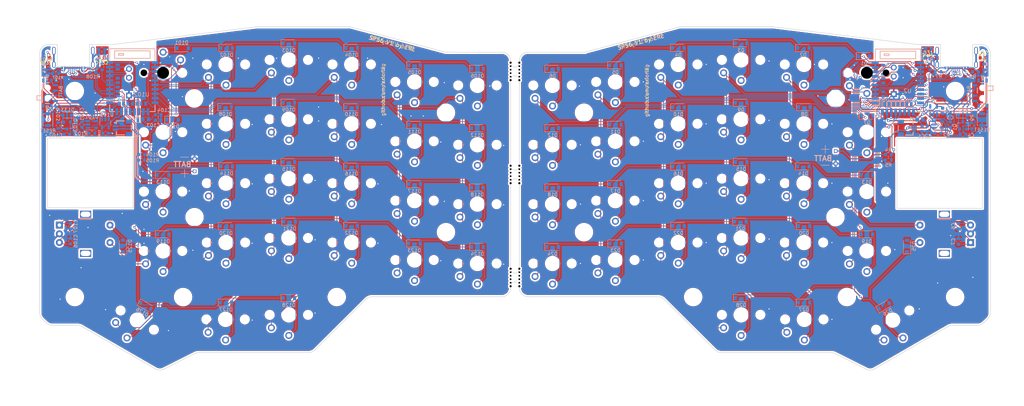
<source format=kicad_pcb>
(kicad_pcb (version 20210108) (generator pcbnew)
  (layers (0 "F.Cu" signal) (31 "B.Cu" signal) (34 "B.Paste" user) (35 "F.Paste" user) (36 "B.SilkS" user "B.Silkscreen") (37 "F.SilkS" user "F.Silkscreen") (38 "B.Mask" user) (39 "F.Mask" user) (44 "Edge.Cuts" user))
  (net 0 "")
  (net 2 "/SP56_Left/BATT_SWITCHED")
  (net 3 "/SP56_Left/VBAT")
  (net 4 "/SP56_Right/BATT_SWITCHED")
  (net 5 "/SP56_Right/VBAT")
  (net 6 "Net-(C1-Pad2)")
  (net 7 "GND")
  (net 8 "Net-(C2-Pad2)")
  (net 9 "/SP56_Left/VREG_IN")
  (net 10 "/SP56_Left/VDD_H")
  (net 11 "/SP56_Right/VDD_H")
  (net 12 "Net-(D1-Pad2)")
  (net 13 "/SP56_Left/row0")
  (net 14 "Net-(D2-Pad2)")
  (net 15 "/SP56_Left/row1")
  (net 16 "Net-(D3-Pad2)")
  (net 17 "/SP56_Left/row2")
  (net 18 "Net-(D4-Pad2)")
  (net 19 "/SP56_Left/row3")
  (net 20 "Net-(D5-Pad2)")
  (net 21 "/SP56_Left/row4")
  (net 22 "Net-(D6-Pad2)")
  (net 23 "Net-(D7-Pad2)")
  (net 24 "Net-(D8-Pad2)")
  (net 25 "Net-(D9-Pad2)")
  (net 26 "Net-(D10-Pad2)")
  (net 27 "/SP56_Left/P0.05")
  (net 28 "Net-(D12-Pad2)")
  (net 29 "Net-(D13-Pad2)")
  (net 30 "Net-(D14-Pad2)")
  (net 31 "Net-(D15-Pad2)")
  (net 32 "Net-(D16-Pad2)")
  (net 33 "/SP56_Left/VBUS")
  (net 34 "Net-(D18-Pad2)")
  (net 35 "Net-(D19-Pad2)")
  (net 36 "Net-(D20-Pad2)")
  (net 37 "Net-(D21-Pad2)")
  (net 38 "Net-(D22-Pad2)")
  (net 39 "Net-(D24-Pad2)")
  (net 40 "Net-(D26-Pad2)")
  (net 41 "Net-(D27-Pad2)")
  (net 42 "Net-(D28-Pad2)")
  (net 43 "/SP56_Right/row0")
  (net 44 "/SP56_Right/row1")
  (net 45 "/SP56_Right/row2")
  (net 46 "/SP56_Right/row3")
  (net 47 "/SP56_Right/row4")
  (net 48 "/SP56_Right/VBUS")
  (net 65 "Net-(C8-Pad1)")
  (net 67 "/SP56_Left/D-")
  (net 68 "/SP56_Left/D+")
  (net 70 "/SP56_Right/D-")
  (net 71 "/SP56_Right/D+")
  (net 72 "/SP56_Left/BATTERY_MEASURE")
  (net 73 "Net-(D25-Pad2)")
  (net 74 "/SP56_Right/BATTERY_MEASURE")
  (net 75 "/SP56_Left/RESET")
  (net 76 "/SP56_Right/RESET")
  (net 77 "/SP56_Left/col5")
  (net 78 "/SP56_Left/ENCB")
  (net 79 "/SP56_Left/ENCA")
  (net 80 "/SP56_Left/col4")
  (net 81 "/SP56_Left/col3")
  (net 82 "/SP56_Left/col2")
  (net 83 "/SP56_Left/col1")
  (net 84 "/SP56_Left/col0")
  (net 85 "/SP56_Right/col5")
  (net 86 "/SP56_Right/ENCB")
  (net 87 "/SP56_Right/ENCA")
  (net 88 "/SP56_Right/col4")
  (net 89 "/SP56_Right/col3")
  (net 90 "/SP56_Right/col2")
  (net 91 "/SP56_Right/col1")
  (net 92 "/SP56_Right/col0")
  (net 93 "/SP56_Left/SWC")
  (net 94 "/SP56_Left/SWD")
  (net 95 "/SP56_Right/SWC")
  (net 96 "/SP56_Right/SWD")
  (net 97 "/SP56_Left/DCCH")
  (net 99 "/SP56_Right/DCCH")
  (net 101 "/SP56_Right/VREG_IN")
  (net 102 "Net-(C103-Pad2)")
  (net 103 "Net-(C104-Pad2)")
  (net 104 "Net-(D11-Pad2)")
  (net 105 "Net-(D17-Pad2)")
  (net 106 "Net-(D23-Pad2)")
  (net 107 "Net-(J1-PadA5)")
  (net 108 "Net-(D31-Pad1)")
  (net 109 "Net-(D32-Pad1)")
  (net 110 "Net-(D101-Pad2)")
  (net 111 "Net-(D102-Pad2)")
  (net 112 "Net-(D103-Pad2)")
  (net 113 "Net-(D104-Pad2)")
  (net 114 "Net-(D105-Pad2)")
  (net 115 "Net-(D106-Pad2)")
  (net 116 "Net-(D107-Pad2)")
  (net 117 "Net-(D108-Pad2)")
  (net 118 "Net-(D109-Pad2)")
  (net 119 "Net-(D110-Pad2)")
  (net 120 "Net-(D111-Pad2)")
  (net 121 "Net-(D112-Pad2)")
  (net 122 "Net-(D113-Pad2)")
  (net 123 "Net-(D114-Pad2)")
  (net 124 "Net-(D115-Pad2)")
  (net 125 "Net-(D116-Pad2)")
  (net 126 "Net-(D117-Pad2)")
  (net 127 "Net-(D118-Pad2)")
  (net 128 "Net-(D119-Pad2)")
  (net 129 "Net-(D120-Pad2)")
  (net 130 "Net-(D121-Pad2)")
  (net 131 "Net-(D122-Pad2)")
  (net 132 "Net-(D123-Pad2)")
  (net 133 "Net-(D124-Pad2)")
  (net 134 "Net-(D125-Pad2)")
  (net 135 "Net-(D126-Pad2)")
  (net 136 "Net-(D127-Pad2)")
  (net 137 "Net-(D128-Pad2)")
  (net 138 "Net-(D131-Pad1)")
  (net 139 "/SP56_Right/P0.05")
  (net 140 "Net-(D132-Pad1)")
  (net 141 "Net-(J1-PadB5)")
  (net 142 "Net-(J101-PadA5)")
  (net 144 "Net-(J101-PadB5)")
  (net 146 "Net-(C9-Pad1)")
  (net 147 "Net-(R1-Pad2)")
  (net 148 "Net-(R2-Pad1)")
  (net 149 "Net-(R102-Pad1)")
  (net 150 "Net-(R106-Pad2)")
  (footprint "MountingHole:MountingHole_4.3mm_M4" (layer "F.Cu") (at 98.4 77.6)
    (fp_text reference "H14" hide)
    (fp_text value "MountingHole_Pad")
  )
  (footprint "BlueSof:KailhLowProfile_1.5U" (layer "F.Cu") (at 116.275 84.2 -30)
    (fp_text reference "SW126" hide)
    (fp_text value "SW_PUSH" hide)
  )
  (footprint "Connector_PinHeader_2.54mm:PinHeader_1x04_P2.54mm_Vertical" (layer "F.Cu") (at 332.875 19.5 180)
    (fp_text reference "SWD/C1" hide)
    (fp_text value "Conn_01x04_Female")
  )
  (footprint "BlueSof:KailhLowProfile" (layer "F.Cu") (at 123.675 47.4)
    (fp_text reference "SW113" hide)
    (fp_text value "SW_PUSH" hide)
  )
  (footprint "BlueSof:KailhLowProfile" (layer "F.Cu") (at 307.175 11)
    (fp_text reference "SW2" hide)
    (fp_text value "SW_PUSH" hide)
  )
  (footprint "BlueSof:KailhLowProfile" (layer "F.Cu") (at 289.175 60.7)
    (fp_text reference "SW21" hide)
    (fp_text value "SW_PUSH" hide)
  )
  (footprint "BlueSof:KailhLowProfile" (layer "F.Cu") (at 289.175 26.7)
    (fp_text reference "SW9" hide)
    (fp_text value "SW_PUSH" hide)
  )
  (footprint "BlueSof:KailhLowProfile" (layer "F.Cu") (at 325.175 13.4)
    (fp_text reference "SW1" hide)
    (fp_text value "SW_PUSH" hide)
  )
  (footprint "Connector_PinSocket_1.27mm:PinSocket_1x01_P1.27mm_Vertical" (layer "F.Cu") (at 316.25 35.8 -90)
    (fp_text reference "J3" hide)
    (fp_text value "Conn_01x01_Male")
  )
  (footprint "BlueSof:KailhLowProfile" (layer "F.Cu") (at 253.175 33)
    (fp_text reference "SW11" hide)
    (fp_text value "SW_PUSH" hide)
  )
  (footprint "BlueSof:KailhLowProfile" (layer "F.Cu") (at 123.675 64.4)
    (fp_text reference "SW119" hide)
    (fp_text value "SW_PUSH" hide)
  )
  (footprint "Connector_PinSocket_1.27mm:PinSocket_1x01_P1.27mm_Vertical" (layer "F.Cu") (at 316.25 39.4 -90)
    (fp_text reference "J2" hide)
    (fp_text value "Conn_01x01_Male")
  )
  (footprint "BlueSof:KailhLowProfile" (layer "F.Cu") (at 213.675 17)
    (fp_text reference "SW106" hide)
    (fp_text value "SW_PUSH" hide)
  )
  (footprint "BlueSof:KailhLowProfile" (layer "F.Cu") (at 289.175 82.7)
    (fp_text reference "SW28" hide)
    (fp_text value "SW_PUSH" hide)
  )
  (footprint "BlueSof:KailhLowProfile" (layer "F.Cu") (at 141.575 84)
    (fp_text reference "SW127" hide)
    (fp_text value "SW_PUSH" hide)
  )
  (footprint "BlueSof:KailhLowProfile_1.5U" (layer "F.Cu") (at 332.575 84.2 30)
    (fp_text reference "SW26" hide)
    (fp_text value "SW_PUSH" hide)
  )
  (footprint "BlueSof:KailhLowProfile" (layer "F.Cu") (at 195.675 67)
    (fp_text reference "SW123" hide)
    (fp_text value "SW_PUSH" hide)
  )
  (footprint "BlueSof:KailhLowProfile" (layer "F.Cu") (at 159.675 43.7)
    (fp_text reference "SW115" hide)
    (fp_text value "SW_PUSH" hide)
  )
  (footprint "BlueSof:KailhLowProfile" (layer "F.Cu") (at 235.175 51)
    (fp_text reference "SW18" hide)
    (fp_text value "SW_PUSH" hide)
  )
  (footprint "BlueSof:KailhLowProfile" (layer "F.Cu") (at 307.275 84)
    (fp_text reference "SW27" hide)
    (fp_text value "SW_PUSH" hide)
  )
  (footprint "BlueSof:KailhLowProfile" (layer "F.Cu") (at 325.175 64.4)
    (fp_text reference "SW19" hide)
    (fp_text value "SW_PUSH" hide)
  )
  (footprint "BlueSof:KailhLowProfile" (layer "F.Cu") (at 253.175 50)
    (fp_text reference "SW17" hide)
    (fp_text value "SW_PUSH" hide)
  )
  (footprint "MountingHole:MountingHole_4.3mm_M4" (layer "F.Cu") (at 132.575 20.725)
    (fp_text reference "H10" hide)
    (fp_text value "MountingHole_Pad")
  )
  (footprint "BlueSof:mouseBit_2mm" (layer "F.Cu") (at 224.425 72 90)
    (fp_text reference "REF**" hide)
    (fp_text value "mouseBit_2mm" hide)
  )
  (footprint "BlueSof:KailhLowProfile" (layer "F.Cu") (at 325.175 30.4)
    (fp_text reference "SW7" hide)
    (fp_text value "SW_PUSH" hide)
  )
  (footprint "BlueSof:KailhLowProfile" (layer "F.Cu") (at 159.675 9.7)
    (fp_text reference "SW103" hide)
    (fp_text value "SW_PUSH" hide)
  )
  (footprint "MountingHole:MountingHole_4.3mm_M4" (layer "F.Cu") (at 275.45 77.6)
    (fp_text reference "H8" hide)
    (fp_text value "MountingHole_Pad")
  )
  (footprint "MountingHole:MountingHole_4.3mm_M4" (layer "F.Cu") (at 132.675 54.725)
    (fp_text reference "H13" hide)
    (fp_text value "MountingHole_Pad")
  )
  (footprint "BlueSof:KailhLowProfile" (layer "F.Cu") (at 289.175 43.7)
    (fp_text reference "SW15" hide)
    (fp_text value "SW_PUSH" hide)
  )
  (footprint "MountingHole:MountingHole_4.3mm_M4" (layer "F.Cu") (at 204.675 24.825)
    (fp_text reference "H11" hide)
    (fp_text value "MountingHole_Pad")
  )
  (footprint "BlueSof:KailhLowProfile" (layer "F.Cu") (at 177.675 11)
    (fp_text reference "SW104" hide)
    (fp_text value "SW_PUSH" hide)
  )
  (footprint "Connector_PinSocket_1.27mm:PinSocket_1x01_P1.27mm_Vertical" (layer "F.Cu") (at 132.7 41.6 90)
    (fp_text reference "J104" hide)
    (fp_text value "Conn_01x01_Female")
  )
  (footprint "BlueSof:KailhLowProfile" (layer "F.Cu") (at 307.175 62)
    (fp_text reference "SW20" hide)
    (fp_text value "SW_PUSH" hide)
  )
  (footprint "BlueSof:KailhLowProfile" (layer "F.Cu") (at 271.175 62)
    (fp_text reference "SW22" hide)
    (fp_text value "SW_PUSH" hide)
  )
  (footprint "BlueSof:KailhLowProfile" (layer "F.Cu") (at 271.175 45)
    (fp_text reference "SW16" hide)
    (fp_text value "SW_PUSH" hide)
  )
  (footprint "BlueSof:KailhLowProfile" (layer "F.Cu") (at 213.675 51)
    (fp_text reference "SW118" hide)
    (fp_text value "SW_PUSH" hide)
  )
  (footprint "BlueSof:KailhLowProfile" (layer "F.Cu") (at 271.175 28)
    (fp_text reference "SW10" hide)
    (fp_text value "SW_PUSH" hide)
  )
  (footprint "BlueSof:KailhLowProfile" (layer "F.Cu") (at 123.675 13.4 180)
    (fp_text reference "SW101" hide)
    (fp_text value "SW_PUSH" hide)
  )
  (footprint "BlueSof:KailhLowProfile" (layer "F.Cu") (at 253.175 67)
    (fp_text reference "SW23" hide)
    (fp_text value "SW_PUSH" hide)
  )
  (footprint "BlueSof:KailhLowProfile" (layer "F.Cu") (at 253.175 16)
    (fp_text reference "SW5" hide)
    (fp_text value "SW_PUSH" hide)
  )
  (footprint "BlueSof:mouseBit_2mm" (layer "F.Cu") (at 224.425 42.5 90)
    (fp_text reference "REF**" hide)
    (fp_text value "mouseBit_2mm" hide)
  )
  (footprint "BlueSof:KailhLowProfile" (layer "F.Cu") (at 177.675 28)
    (fp_text reference "SW110" hide)
    (fp_text value "SW_PUSH" hide)
  )
  (footprint "BlueSof:KailhLowProfile" (layer "F.Cu") (at 307.175 28)
    (fp_text reference "SW8" hide)
    (fp_text value "SW_PUSH" hide)
  )
  (footprint "BlueSof:KailhLowProfile" (layer "F.Cu") (at 141.675 45)
    (fp_text reference "SW114" hide)
    (fp_text value "SW_PUSH" hide)
  )
  (footprint "BlueSof:KailhLowProfile" (layer "F.Cu") (at 271.175 11)
    (fp_text reference "SW4" hide)
    (fp_text value "SW_PUSH" hide)
  )
  (footprint "MountingHole:MountingHole_4.3mm_M4" (layer "F.Cu") (at 204.675 59.025)
    (fp_text reference "H12" hide)
    (fp_text value "MountingHole_Pad")
  )
  (footprint "LED_SMD:LED_0603_1608Metric" (layer "F.Cu") (at 106.1 9.1 180)
    (fp_text reference "D132")
    (fp_text value "LED")
  )
  (footprint "BlueSof:KailhLowProfile" (layer "F.Cu") (at 325.175 47.4)
    (fp_text reference "SW13" hide)
    (fp_text value "SW_PUSH" hide)
  )
  (footprint "LED_SMD:LED_0603_1608Metric" (layer "F.Cu") (at 342.75 9.1)
    (fp_text reference "D31")
    (fp_text value "LED")
  )
  (footprint "MountingHole:MountingHole_4.3mm_M4" (layer "F.Cu") (at 129.4 77.6)
    (fp_text reference "H15" hide)
    (fp_text value "MountingHole_Pad")
  )
  (footprint "BlueSof:KailhLowProfile" (layer "F.Cu") (at 213.675 68)
    (fp_text reference "SW124" hide)
    (fp_text value "SW_PUSH" hide)
  )
  (footprint "BlueSof:RotaryEncoder_Alps_EC11E-Switch_Vertical_H20mm_NoSilkScreen" (layer "F.Cu") (at 93.975 57)
    (fp_text reference "SW125" hide)
    (fp_text value "Rotary_Encoder_Switch")
  )
  (footprint "BlueSof:KailhLowProfile" (layer "F.Cu") (at 141.675 28)
    (fp_text reference "SW108" hide)
    (fp_text value "SW_PUSH" hide)
  )
  (footprint "MountingHole:MountingHole_4.3mm_M4" (layer "F.Cu") (at 319.45 77.6)
    (fp_text reference "H7" hide)
    (fp_text value "MountingHole_Pad")
  )
  (footprint "LED_SMD:LED_0603_1608Metric" (layer "F.Cu") (at 358.45 9.125)
    (fp_text reference "D32")
    (fp_text value "LED")
  )
  (footprint "BlueSof:KailhLowProfile" (layer "F.Cu") (at 159.675 82.7)
    (fp_text reference "SW128" hide)
    (fp_text value "SW_PUSH" hide)
  )
  (footprint "BlueSof:KailhLowProfile" (layer "F.Cu") (at 195.675 33)
    (fp_text reference "SW111" hide)
    (fp_text value "SW_PUSH" hide)
  )
  (footprint "BlueSof:KailhLowProfile" (layer "F.Cu") (at 177.675 62)
    (fp_text reference "SW122" hide)
    (fp_text value "SW_PUSH" hide)
  )
  (footprint "BlueSof:KailhLowProfile" (layer "F.Cu") (at 213.675 34)
    (fp_text reference "SW112" hide)
    (fp_text value "SW_PUSH" hide)
  )
  (footprint "MountingHole:MountingHole_4.3mm_M4" (layer "F.Cu") (at 173.4 77.6)
    (fp_text reference "H16" hide)
    (fp_text value "MountingHole_Pad")
  )
  (footprint "BlueSof:KailhLowProfile" (layer "F.Cu") (at 235.175 68)
    (fp_text reference "SW24" hide)
    (fp_text value "SW_PUSH" hide)
  )
  (footprint "BlueSof:KailhLowProfile" (layer "F.Cu") (at 235.175 34)
    (fp_text reference "SW12" hide)
    (fp_text value "SW_PUSH" hide)
  )
  (footprint "BlueSof:mouseBit_2mm" (layer "F.Cu") (at 224.425 13 90)
    (fp_text reference "REF**" hide)
    (fp_text value "mouseBit_2mm" hide)
  )
  (footprint "BlueSof:KailhLowProfile" (layer "F.Cu") (at 141.675 62)
    (fp_text reference "SW120" hide)
    (fp_text value "SW_PUSH" hide)
  )
  (footprint "BlueSof:KailhLowProfile" (layer "F.Cu") (at 159.675 26.7)
    (fp_text reference "SW109" hide)
    (fp_text value "SW_PUSH" hide)
  )
  (footprint "BlueSof:KailhLowProfile" (layer "F.Cu") (at 195.675 16)
    (fp_text reference "SW105" hide)
    (fp_text value "SW_PUSH" hide)
  )
  (footprint "BlueSof:KailhLowProfile" (layer "F.Cu") (at 123.675 30.4)
    (fp_text reference "SW107" hide)
    (fp_text value "SW_PUSH" hide)
  )
  (footprint "BlueSof:KailhLowProfile" (layer "F.Cu") (at 289.175 9.7)
    (fp_text reference "SW3" hide)
    (fp_text value "SW_PUSH" hide)
  )
  (footprint "BlueSof:KailhLowProfile" (layer "F.Cu") (at 235.175 17)
    (fp_text reference "SW6" hide)
    (fp_text value "SW_PUSH" hide)
  )
  (footprint "BlueSof:KailhLowProfile" (layer "F.Cu") (at 307.175 45)
    (fp_text reference "SW14" hide)
    (fp_text value "SW_PUSH" hide)
  )
  (footprint "Connector_PinSocket_1.27mm:PinSocket_1x01_P1.27mm_Vertical" (layer "F.Cu") (at 132.7 38 90)
    (fp_text reference "J103" hide)
    (fp_text value "Conn_01x01_Female")
  )
  (footprint "BlueSof:KailhLowProfile" (layer "F.Cu") (at 195.675 50)
    (fp_text reference "SW117" hide)
    (fp_text value "SW_PUSH" hide)
  )
  (footprint "BlueSof:KailhLowProfile" (layer "F.Cu") (at 141.675 11)
    (fp_text reference "SW102" hide)
    (fp_text value "SW_PUSH" hide)
  )
  (footprint "MountingHole:MountingHole_4.3mm_M4" (layer "F.Cu") (at 98.4 18.6)
    (fp_text reference "H9" hide)
    (fp_text value "MountingHole_Pad")
  )
  (footprint "LED_SMD:LED_0603_1608Metric" (layer "F.Cu") (at 90.4 9.125 180)
    (fp_text reference "D131")
    (fp_text value "LED")
  )
  (footprint "BlueSof:KailhLowProfile" (layer "F.Cu") (at 177.675 45)
    (fp_text reference "SW116" hide)
    (fp_text value "SW_PUSH" hide)
  )
  (footprint "BlueSof:KailhLowProfile" (layer "F.Cu") (at 159.675 60.7)
    (fp_text reference "SW121" hide)
    (fp_text value "SW_PUSH" hide)
  )
  (footprint "BlueSof:RotaryEncoder_Alps_EC11E-Switch_Vertical_H20mm_NoSilkScreen" (layer "F.Cu") (at 354.875 62 180)
    (fp_text reference "SW25" hide)
    (fp_text value "Rotary_Encoder_Switch")
  )
  (footprint "Capacitor_SMD:C_0603_1608Metric" (layer "B.Cu") (at 342.8 6.4 180)
    (fp_text reference "C8" hide)
    (fp_text value "4.7nF")
  )
  (footprint "Diode_SMD:D_SOD-123" (layer "B.Cu") (at 159.675 4.95)
    (fp_text reference "D103")
    (fp_text value "D")
  )
  (footprint "Diode_SMD:D_SOD-123" (layer "B.Cu") (at 112.175 62.999999 90)
    (fp_text reference "D125")
    (fp_text value "D")
  )
  (footprint "Package_TO_SOT_SMD:SOT-23" (layer "B.Cu") (at 352.675 28.5 90)
    (fp_text reference "Q1")
    (fp_text value "A03407")
  )
  (footprint "Resistor_SMD:R_0603_1608Metric" (layer "B.Cu") (at 117.5 38.4 180)
    (fp_text reference "R105")
    (fp_text value "2M")
  )
  (footprint "Package_TO_SOT_SMD:SOT-23-5" (layer "B.Cu") (at 103.3 28.2)
    (fp_text reference "U101")
    (fp_text value "LN2054Y42AMR")
  )
  (footprint "Diode_SMD:D_SOD-323_HandSoldering" (layer "B.Cu") (at 352.65 25.5)
    (fp_text reference "D33")
    (fp_text value "1N5819")
  )
  (footprint "Resistor_SMD:R_0603_1608Metric" (layer "B.Cu") (at 90.175 11.7 -90)
    (fp_text reference "R101")
    (fp_text value "1k")
  )
  (footprint "Diode_SMD:D_SOD-123" (layer "B.Cu") (at 129.285955 6.3625)
    (fp_text reference "D101")
    (fp_text value "D")
  )
  (footprint "Diode_SMD:D_SOD-123" (layer "B.Cu") (at 141.675 57.3)
    (fp_text reference "D120")
    (fp_text value "D")
  )
  (footprint "Resistor_SMD:R_0603_1608Metric" (layer "B.Cu") (at 106.125 6.7)
    (fp_text reference "R10" hide)
    (fp_text value "1M")
  )
  (footprint "Diode_SMD:D_SOD-123" (layer "B.Cu") (at 159.675 21.95)
    (fp_text reference "D109")
    (fp_text value "D")
  )
  (footprint "Capacitor_SMD:C_0603_1608Metric" (layer "B.Cu") (at 100.4 28.2 -90)
    (fp_text reference "C101")
    (fp_text value "4.7uF")
  )
  (footprint "Diode_SMD:D_SOD-123" (layer "B.Cu") (at 330.147243 80.15 30)
    (fp_text reference "D26")
    (fp_text value "D")
  )
  (footprint "Diode_SMD:D_SOD-123" (layer "B.Cu") (at 213.625 29.25)
    (fp_text reference "D112")
    (fp_text value "D")
  )
  (footprint "Diode_SMD:D_SOD-123" (layer "B.Cu") (at 141.675 79.2)
    (fp_text reference "D127")
    (fp_text value "D")
  )
  (footprint "Resistor_SMD:R_0603_1608Metric" (layer "B.Cu") (at 93.6 28.5 -90)
    (fp_text reference "R103")
    (fp_text value "100k")
  )
  (footprint "Diode_SMD:D_SOD-123" (layer "B.Cu") (at 177.625 40.25)
    (fp_text reference "D116")
    (fp_text value "D")
  )
  (footprint "Diode_SMD:D_SOD-123" (layer "B.Cu") (at 213.625 46.25)
    (fp_text reference "D118")
    (fp_text value "D")
  )
  (footprint "Resistor_SMD:R_0603_1608Metric" (layer "B.Cu") (at 355.25 28.5 90)
    (fp_text reference "R9")
    (fp_text value "100k")
  )
  (footprint "Diode_SMD:D_SOD-123" (layer "B.Cu") (at 306.975 40.2)
    (fp_text reference "D14")
    (fp_text value "D")
  )
  (footprint "MountingHole:MountingHole_4.3mm_M4" (layer "B.Cu") (at 316.175 54.725 180)
    (fp_text reference "H1" hide)
    (fp_text value "MountingHole_Pad")
  )
  (footprint "Diode_SMD:D_SOD-123" (layer "B.Cu") (at 195.675 28.25)
    (fp_text reference "D111")
    (fp_text value "D")
  )
  (footprint "Diode_SMD:D_SOD-123" (layer "B.Cu") (at 195.675 11.25)
    (fp_text reference "D105")
    (fp_text value "D")
  )
  (footprint "Diode_SMD:D_SOD-123" (layer "B.Cu") (at 177.625 23.25)
    (fp_text reference "D110")
    (fp_text value "D")
  )
  (footprint "Diode_SMD:D_SOD-123" (layer "B.Cu") (at 195.675 45.25)
    (fp_text reference "D117")
    (fp_text value "D")
  )
  (footprint "Capacitor_SMD:C_0603_1608Metric" (layer "B.Cu") (at 349.075 28.2 90)
    (fp_text reference "C3")
    (fp_text value "4.7uF")
  )
  (footprint "Diode_SMD:D_SOD-123" (layer "B.Cu") (at 159.875 56)
    (fp_text reference "D121")
    (fp_text value "D")
  )
  (footprint "Diode_SMD:D_SOD-123" (layer "B.Cu") (at 253.175 28.25)
    (fp_text reference "D11")
    (fp_text value "D")
  )
  (footprint "Capacitor_SMD:C_0603_1608Metric" (layer "B.Cu") (at 352.7125 31)
    (fp_text reference "C4")
    (fp_text value "4.7uF")
  )
  (footprint "MountingHole:MountingHole_4.3mm_M4" (layer "B.Cu") (at 244.175 59.025 180)
    (fp_text reference "H3" hide)
    (fp_text value "MountingHole_Pad")
  )
  (footprint "Resistor_SMD:R_0603_1608Metric" (layer "B.Cu") (at 345.55 30.7 180)
    (fp_text reference "R2")
    (fp_text value "10k")
  )
  (footprint "Diode_SMD:D_SOD-123" (layer "B.Cu") (at 325.175 59.65)
    (fp_text reference "D19")
    (fp_text value "D")
  )
  (footprint "Crystal:Crystal_SMD_MicroCrystal_CM9V-T1A-2Pin_1.6x1.0mm_HandSoldering" (layer "B.Cu") (at 118.685955 26.7)
    (fp_text reference "Y101")
    (fp_text value "32.768kHz")
  )
  (footprint "Resistor_SMD:R_0603_1608Metric" (layer "B.Cu") (at 342.8 8 180)
    (fp_text reference "R3" hide)
    (fp_text value "1M")
  )
  (footprint "Diode_SMD:D_SOD-123" (layer "B.Cu") (at 307.175 79.2)
    (fp_text reference "D27")
    (fp_text value "D")
  )
  (footprint "Resistor_SMD:R_0603_1608Metric" (layer "B.Cu") (at 103.3 30.7 180)
    (fp_text reference "R102")
    (fp_text value "10k")
  )
  (footprint "Resistor_SMD:R_0603_1608Metric" (layer "B.Cu") (at 358.675 11.7 -90)
    (fp_text reference "R6")
    (fp_text value "1k")
  )
  (footprint "Diode_SMD:D_SOD-123" (layer "B.Cu") (at 271.225 40.25)
    (fp_text reference "D16")
    (fp_text value "D")
  )
  (footprint "Diode_SMD:D_SOD-123" (layer "B.Cu") (at 235.175 12.25)
    (fp_text reference "D6")
    (fp_text value "D")
  )
  (footprint "Crystal:Crystal_SMD_MicroCrystal_CM9V-T1A-2Pin_1.6x1.0mm_HandSoldering" (layer "B.Cu") (at 340.45 26.8)
    (fp_text reference "Y1")
    (fp_text value "32.768kHz")
  )
  (footprint "Diode_SMD:D_SOD-123" (layer "B.Cu") (at 177.625 57.25)
    (fp_text reference "D122")
    (fp_text value "D")
  )
  (footprint "Diode_SMD:D_SOD-123" (layer "B.Cu") (at 288.975 56)
    (fp_text reference "D21")
    (fp_text value "D")
  )
  (footprint "Diode_SMD:D_SOD-123" (layer "B.Cu") (at 271.225 57.25)
    (fp_text reference "D22")
    (fp_text value "D")
  )
  (footprint "Capacitor_SMD:C_0603_1608Metric" (layer "B.Cu") (at 107.2 30.7)
    (fp_text reference "C105")
    (fp_text value "10uF")
  )
  (footprint "Diode_SMD:D_SOD-123" (layer "B.Cu") (at 253.175 45.25)
    (fp_text reference "D17")
    (fp_text value "D")
  )
  (footprint "Capacitor_SMD:C_0603_1608Metric" (layer "B.Cu") (at 342.475 29.4 90)
    (fp_text reference "C2")
    (fp_text value "22pF")
  )
  (footprint "BlueSof:SM02B-SRSS-TB(LF)(SN)" (layer "B.Cu") (at 111.975 29.15 -90)
    (fp_text reference "J106")
    (fp_text value "SM02B-SRSS-TB(LF)(SN)")
  )
  (footprint "Diode_SMD:D_SOD-123" (layer "B.Cu") (at 306.975 6.3)
    (fp_text reference "D2")
    (fp_text value "D")
  )
  (footprint "Diode_SMD:D_SOD-123" (layer "B.Cu") (at 325.225 25.65)
    (fp_text reference "D7")
    (fp_text value "D")
  )
  (footprint "Resistor_SMD:R_0603_1608Metric" (layer "B.Cu") (at 103.6 13.25)
    (fp_text reference "R108")
    (fp_text value "5.1k")
  )
  (footprint "Diode_SMD:D_SOD-123" (layer "B.Cu") (at 123.675 42.65)
    (fp_text reference "D113")
    (fp_text value "D")
  )
  (footprint "BlueSof:E73-2G4M08S1C_LCSC" (layer "B.Cu") (at 334.075 17.6)
    (fp_text reference "U2")
    (fp_text value "E73-2G4M08S1C" hide)
  )
  (footprint "Capacitor_SMD:C_0603_1608Metric" (layer "B.Cu") (at 122.260955 26.9625 180)
    (fp_text reference "C103")
    (fp_text value "22pF")
  )
  (footprint "Resistor_SMD:R_0603_1608Metric" (layer "B.Cu") (at 106.2 11.7 -90)
    (fp_text reference "R106")
    (fp_text value "1k")
  )
  (footprint "Resistor_SMD:R_0603_1608Metric" (layer "B.Cu") (at 331.35 36.8)
    (fp_text reference "R4")
    (fp_text value "820k")
  )
  (footprint "Diode_SMD:D_SOD-123" (layer "B.Cu") (at 271.225 23.25)
    (fp_text reference "D10")
    (fp_text value "D")
  )
  (footprint "Diode_SMD:D_SOD-123" (layer "B.Cu") (at 195.625 62.25)
    (fp_text reference "D123")
    (fp_text value "D")
  )
  (footprint "Diode_SMD:D_SOD-123" (layer "B.Cu") (at 235.225 29.25)
    (fp_text reference "D12")
    (fp_text value "D")
  )
  (footprint "BlueSof:SM02B-SRSS-TB(LF)(SN)" (layer "B.Cu") (at 336.775 29.2 90)
    (fp_text reference "J9")
    (fp_text value "SM02B-SRSS-TB(LF)(SN)")
  )
  (footprint "BlueSof:SW-TH_MSK12C02" (layer "B.Cu") (at 91.1 19.2 90)
    (fp_text reference "BATT101" hide)
    (fp_text value "SW_SPDT" hide)
  )
  (footprint "Capacitor_SMD:C_0603_1608Metric" (layer "B.Cu") (at 97.175 57.3 90)
    (fp_text reference "C107")
    (fp_text value ".1uF")
  )
  (footprint "Connector_PinHeader_2.54mm:PinHeader_1x04_P2.54mm_Vertical" (layer "B.Cu") (at 113.9 19.9)
    (fp_text reference "SWD/C101" hide)
    (fp_text value "Conn_01x04_Female")
  )
  (footprint "Diode_SMD:D_SOD-123" (layer "B.Cu") (at 141.875 40.2)
    (fp_text reference "D114")
    (fp_text value "D")
  )
  (footprint "Diode_SMD:D_SOD-123" (layer "B.Cu") (at 289.175 77.9)
    (fp_text reference "D28")
    (fp_text value "D")
  )
  (footprint "Diode_SMD:D_SOD-123" (layer "B.Cu") (at 307.175 57.3)
    (fp_text reference "D20")
    (fp_text value "D")
  )
  (footprint "Package_TO_SOT_SMD:SOT-23-5" (layer "B.Cu") (at 344.275 24.1625 90)
    (fp_text reference "U3")
    (fp_text value "AP2112K-3.3")
  )
  (footprint "Resistor_SMD:R_0603_1608Metric" (layer "B.Cu") (at 356.275 13.1)
    (fp_text reference "R8")
    (fp_text value "5.1k")
  )
  (footprint "Diode_SMD:D_SOD-123" (layer "B.Cu") (at 271.175 6.25)
    (fp_text reference "D4")
    (fp_text value "D")
  )
  (footprint "Resistor_SMD:R_0603_1608Metric" (layer "B.Cu") (at 92.9375 13.6 180)
    (fp_text reference "R107")
    (fp_text value "5.1k")
  )
  (footprint "Diode_SMD:D_SOD-123" (layer "B.Cu") (at 159.675 38.95)
    (fp_text reference "D115")
    (fp_text value "D")
  )
  (footprint "Capacitor_SMD:C_0603_1608Metric" (layer "B.Cu") (at 346.875 24.3 -90)
    (fp_text reference "C5")
    (fp_text value "10uF")
  )
  (footprint "Button_Switch_SMD:SW_SPST_B3U-1000P" (layer "B.Cu") (at 90.7 26.8 90)
    (fp_text reference "RESET101" hide)
    (fp_text value "SW_Push")
  )
  (footprint "Diode_SMD:D_SOD-123" (layer "B.Cu") (at 235.225 46.25)
    (fp_text reference "D18")
    (fp_text value "D")
  )
  (footprint "Capacitor_SMD:C_0603_1608Metric" (layer "B.Cu") (at 97.175 61.6 90)
    (fp_text reference "C106")
    (fp_text value ".1uF")
  )
  (footprint "Diode_SMD:D_SOD-123" (layer "B.Cu") (at 213.675 63.25)
    (fp_text reference "D124")
    (fp_text value "D")
  )
  (footprint "MountingHole:MountingHole_4.3mm_M4" (layer "B.Cu") (at 244.175 24.825 180)
    (fp_text reference "H6" hide)
    (fp_text value "MountingHole_Pad")
  )
  (footprint "Diode_SMD:D_SOD-123" (layer "B.Cu") (at 324.375 8.65)
    (fp_text reference "D1")
    (fp_text value "D")
  )
  (footprint "Diode_SMD:D_SOD-123" (layer "B.Cu") (at 159.675 77.9)
    (fp_text reference "D128")
    (fp_text value "D")
  )
  (footprint "Diode_SMD:D_SOD-323_HandSoldering" (layer "B.Cu") (at 96.2 25.5 180)
    (fp_text reference "D133")
    (fp_text value "1N5819")
  )
  (footprint "Resistor_SMD:R_0603_1608Metric" (layer "B.Cu") (at 343.275 11.7 -90)
    (fp_text reference "R1")
    (fp_text value "1k")
  )
  (footprint "Diode_SMD:D_SOD-123" (layer "B.Cu") (at 289.175 21.95)
    (fp_text reference "D9")
    (fp_text value "D")
  )
  (footprint "Package_TO_SOT_SMD:SOT-23-5" (layer "B.Cu") (at 107.15 27.8 -90)
    (fp_text reference "U103")
    (fp_text value "AP2112K-3.3")
  )
  (footprint "Resistor_SMD:R_0603_1608Metric" (layer "B.Cu") (at 117.5 36.8)
    (fp_text reference "R104")
    (fp_text value "820k")
  )
  (footprint "Resistor_SMD:R_0603_1608Metric" (layer "B.Cu") (at 345.5625 13.1 180)
    (fp_text reference "R7")
    (fp_text value "5.1k")
  )
  (footprint "MountingHole:MountingHole_4.3mm_M4" (layer "B.Cu") (at 316.275 20.725 180)
    (fp_text reference "H5" hide)
    (fp_text value "MountingHole_Pad")
  )
  (footprint "Diode_SMD:D_SOD-123" (layer "B.Cu") (at 307.275 23.2)
    (fp_text reference "D8")
    (fp_text value "D")
  )
  (footprint "Diode_SMD:D_SOD-123" (layer "B.Cu") (at 336.675 62.999999 90)
    (fp_text reference "D25")
    (fp_text value "D")
  )
  (footprint "Diode_SMD:D_SOD-123" (layer "B.Cu") (at 141.575 23.2)
    (fp_text reference "D108")
    (fp_text value "D")
  )
  (footprint "Diode_SMD:D_SOD-123" (layer "B.Cu") (at 213.675 12.25)
    (fp_text reference "D106")
    (fp_text value "D")
  )
  (footprint "Button_Switch_SMD:SW_SPST_B3U-1000P" (layer "B.Cu") (at 358.15 26.8 -90)
    (fp_text reference "RESET1" hide)
    (fp_text value "SW_Push")
  )
  (footprint "Capacitor_SMD:C_0603_1608Metric" (layer "B.Cu") (at 351.375 61.7 -90)
    (fp_text reference "C7")
    (fp_text value ".1uF")
  )
  (footprint "Capacitor_SMD:C_0603_1608Metric" (layer "B.Cu") (at 96.1375 31 180)
    (fp_text reference "C102")
    (fp_text value "4.7uF")
  )
  (footprint "Diode_SMD:D_SOD-123" (layer "B.Cu") (at 289.175 38.95)
    (fp_text reference "D15")
    (fp_text value "D")
  )
  (footprint "Diode_SMD:D_SOD-123" (layer "B.Cu") (at 289.175 4.95)
    (fp_text reference "D3")
    (fp_text value "D")
  )
  (footprint "Diode_SMD:D_SOD-123" (layer "B.Cu") (at 253.175 11.25)
    (fp_text reference "D5")
    (fp_text value "D")
  )
  (footprint "MountingHole:MountingHole_4.3mm_M4" (layer "B.Cu") (at 350.45 77.6 180)
    (fp_text reference "H2" hide)
    (fp_text value "MountingHole_Pad")
  )
  (footprint "Capacitor_SMD:C_0603_1608Metric" (layer "B.Cu") (at 106.1 8.2)
    (fp_text reference "C9" hide)
    (fp_text value "4.7nF")
  )
  (footprint "Diode_SMD:D_SOD-123" (layer "B.Cu") (at 253.225 62.25)
    (fp_text reference "D23")
    (fp_text value "D")
  )
  (footprint "Diode_SMD:D_SOD-123" (layer "B.Cu") (at 118.702757 80.15 -30)
    (fp_text reference "D126")
    (fp_text value "D")
  )
  (footprint "Package_TO_SOT_SMD:SOT-23-5" (layer "B.Cu") (at 345.55 28.2)
    (fp_text reference "U1")
    (fp_text value "LN2054Y42AMR")
  )
  (footprint "Diode_SMD:D_SOD-123" (layer "B.Cu") (at 141.875 6.3)
    (fp_text reference "D102")
    (fp_text value "D")
  )
  (footprint "Capacitor_SMD:C_0603_1608Metric" (layer "B.Cu") (at 122.285955 25.4 180)
    (fp_text reference "C104")
    (fp_text value "22pF")
  )
  (footprint "BlueSof:USB-C_C168688" (layer "B.Cu") (at 97.975 4.975 180)
    (fp_text reference "J101" hide)
    (fp_text value "USB_C_Receptacle_USB2.0")
  )
  (footprint "MountingHole:MountingHole_4.3mm_M4" (layer "B.Cu") (at 350.45 18.6 180)
    (fp_text reference "H4" hide)
    (fp_text value "MountingHole_Pad")
  )
  (footprint "Package_TO_SOT_SMD:SOT-23" (layer "B.Cu") (at 96.175 28.5 -90)
    (fp_text reference "Q102")
    (fp_text value "A03407")
  )
  (footprint "Diode_SMD:D_SOD-123" (layer "B.Cu") (at 123.675 59.65)
    (fp_text reference "D119")
    (fp_text value "D")
  )
  (footprint "Capacitor_SMD:C_0603_1608Metric" (layer "B.Cu") (at 351.375 57.3 -90)
    (fp_text reference "C6")
    (fp_text value ".1uF")
  )
  (footprint "BlueSof:SW-TH_MSK12C02" (layer "B.Cu") (at 357.75 19.2 -90)
    (fp_text reference "BATT1" hide)
    (fp_text value "SW_SPDT" hide)
  )
  (footprint "Diode_SMD:D_SOD-123" (layer "B.Cu") (at 126.4 26.8)
    (fp_text reference "D107")
    (fp_text value "D")
  )
  (footprint "Resistor_SMD:R_0603_1608Metric" (layer "B.Cu") (at 331.35 38.4 180)
    (fp_text reference "R5")
    (fp_text value "2M")
  )
  (footprint "Capacitor_SMD:C_0603_1608Metric" (layer "B.Cu") (at 340.975 29.4 90)
    (fp_text reference "C1")
    (fp_text value "22pF")
  )
  (footprint "BlueSof:E73-2G4M08S1C_LCSC" (layer "B.Cu") (at 114.875 17.5)
    (fp_text reference "U102")
    (fp_text value "E73-2G4M08S1C" hide)
  )
  (footprint "BlueSof:USB-C_C168688" (layer "B.Cu") (at 350.875 4.975 180)
    (fp_text reference "J1" hide)
    (fp_text value "USB_C_Receptacle_USB2.0")
  )
  (footprint "Diode_SMD:D_SOD-123" (layer "B.Cu") (at 325.175 42.65)
    (fp_text reference "D13")
    (fp_text value "D")
  )
  (footprint "Diode_SMD:D_SOD-123" (layer "B.Cu") (at 235.175 63.25)
    (fp_text reference "D24")
    (fp_text value "D")
  )
  (footprint "Diode_SMD:D_SOD-123" (layer "B.Cu") (at 177.675 6.25)
    (fp_text reference "D104")
    (fp_text value "D")
  )
  (gr_arc (start 220.675 10) (end 223.175 10) (angle -80.53767854) (layer "Edge.Cuts") (width 0.15))
  (gr_line (start 88.360524 82.127087) (end 88.360524 7.8) (layer "Edge.Cuts") (width 0.15))
  (gr_arc (start 224.425 69.5) (end 223.175 69.5) (angle -180) (layer "Edge.Cuts") (width 0.15))
  (gr_arc (start 314.967954 96) (end 314.967954 93.499999) (angle 26.68376982) (layer "Edge.Cuts") (width 0.15))
  (gr_arc (start 224.425 10.5) (end 223.175 10.5) (angle -180) (layer "Edge.Cuts") (width 0.15))
  (gr_line (start 348.436216 86.012177) (end 327.370689 98.174364) (layer "Edge.Cuts") (width 0.15))
  (gr_line (start 346.25 11.6) (end 355.5 11.6) (layer "Edge.Cuts") (width 0.15))
  (gr_line (start 355.5 11.6) (end 355.5 5.3) (layer "Edge.Cuts") (width 0.15))
  (gr_line (start 123.851975 98.243048) (end 132.759381 93.766252) (layer "Edge.Cuts") (width 0.15))
  (gr_arc (start 224.425 74.5) (end 225.675 74.5) (angle -180) (layer "Edge.Cuts") (width 0.15))
  (gr_arc (start 133.882046 96) (end 133.882046 93.499999) (angle -26.68376982) (layer "Edge.Cuts") (width 0.15))
  (gr_arc (start 99.163785 88.177241) (end 100.413784 86.012177) (angle -29.99999438) (layer "Edge.Cuts") (width 0.15))
  (gr_arc (start 349.686215 88.177241) (end 348.436216 86.012177) (angle 29.99999438) (layer "Edge.Cuts") (width 0.15))
  (gr_line (start 223.175 69.5) (end 223.175 45) (layer "Edge.Cuts") (width 0.15))
  (gr_arc (start 357.989476 82.127087) (end 360.489476 82.127087) (angle 47.3008237) (layer "Edge.Cuts") (width 0.15))
  (gr_arc (start 150.892133 2.7) (end 150.892133 0.2) (angle -7.006961979) (layer "Edge.Cuts") (width 0.15))
  (gr_arc (start 183.527802 80) (end 183.527802 77.5) (angle -44.82371423) (layer "Edge.Cuts") (width 0.15))
  (gr_line (start 223.175 10) (end 223.175 10.5) (layer "Edge.Cuts") (width 0.15))
  (gr_line (start 355.5 5.3) (end 357.989476 5.3) (layer "Edge.Cuts") (width 0.15))
  (gr_arc (start 244.264003 6.284014) (end 244.264003 7.534015) (angle -30.96374867) (layer "Edge.Cuts") (width 0.15))
  (gr_line (start 93.35 11.6) (end 93.35 5.3) (layer "Edge.Cuts") (width 0.15))
  (gr_line (start 360.489476 82.127087) (end 360.489476 7.8) (layer "Edge.Cuts") (width 0.15))
  (gr_arc (start 326.120689 96.009301) (end 327.370689 98.174364) (angle 56.68375556) (layer "Edge.Cuts") (width 0.15))
  (gr_arc (start 297.957867 2.7) (end 297.957867 0.2) (angle 7.006961979) (layer "Edge.Cuts") (width 0.15))
  (gr_arc (start 224.425 40) (end 223.175 40) (angle -180) (layer "Edge.Cuts") (width 0.15))
  (gr_line (start 102.6 5.3) (end 102.6 11.6) (layer "Edge.Cuts") (width 0.15))
  (gr_line (start 225.675 10) (end 225.675 10.5) (layer "Edge.Cuts") (width 0.15))
  (gr_line (start 281.720706 92.773197) (end 267.084518 78.226802) (layer "Edge.Cuts") (width 0.15))
  (gr_line (start 324.998025 98.243048) (end 316.090619 93.766252) (layer "Edge.Cuts") (width 0.15))
  (gr_line (start 100.413784 86.012177) (end 121.479311 98.174364) (layer "Edge.Cuts") (width 0.15))
  (gr_arc (start 356.851401 83.177241) (end 358.546774 85.014552) (angle 42.6991763) (layer "Edge.Cuts") (width 0.15))
  (gr_arc (start 357.989476 7.8) (end 357.989476 5.3) (angle 90) (layer "Edge.Cuts") (width 0.15))
  (gr_arc (start 339.758468 2.8) (end 339.758468 5.3) (angle 7.006963191) (layer "Edge.Cuts") (width 0.15))
  (gr_arc (start 228.175 75) (end 228.175 77.5) (angle 90) (layer "Edge.Cuts") (width 0.15))
  (gr_arc (start 224.425 15.5) (end 225.675 15.5) (angle -180) (layer "Edge.Cuts") (width 0.15))
  (gr_arc (start 283.483025 90.999999) (end 283.483025 93.499999) (angle 44.82370585) (layer "Edge.Cuts") (width 0.15))
  (gr_rect (start 115.075 32.05) (end 90.575 52.05) (layer "Edge.Cuts") (width 0.15) (fill none))
  (gr_arc (start 91.998599 83.177241) (end 90.303226 85.014552) (angle -42.6991763) (layer "Edge.Cuts") (width 0.15))
  (gr_arc (start 109.091532 2.8) (end 109.091532 5.3) (angle -7.006963191) (layer "Edge.Cuts") (width 0.15))
  (gr_line (start 225.675 75) (end 225.675 74.5) (layer "Edge.Cuts") (width 0.15))
  (gr_line (start 221.085997 7.534015) (end 204.675 7.5) (layer "Edge.Cuts") (width 0.15))
  (gr_line (start 339.758468 5.3) (end 346.25 5.3) (layer "Edge.Cuts") (width 0.15))
  (gr_arc (start 228.175 10) (end 225.675 10) (angle 80.53767854) (layer "Edge.Cuts") (width 0.15))
  (gr_arc (start 176.874996 2.7) (end 177.285993 0.234015) (angle -9.462321464) (layer "Edge.Cuts") (width 0.15))
  (gr_line (start 346.25 5.3) (end 346.25 11.6) (layer "Edge.Cuts") (width 0.15))
  (gr_line (start 102.6 11.6) (end 93.35 11.6) (layer "Edge.Cuts") (width 0.15))
  (gr_line (start 356.851402 85.677241) (end 349.686216 85.677241) (layer "Edge.Cuts") (width 0.15))
  (gr_arc (start 90.860524 7.8) (end 90.860524 5.3) (angle -90) (layer "Edge.Cuts") (width 0.15))
  (gr_arc (start 224.425 45) (end 225.675 45) (angle -180) (layer "Edge.Cuts") (width 0.15))
  (gr_line (start 271.975005 0.2) (end 297.957867 0.199999) (layer "Edge.Cuts") (width 0.15))
  (gr_line (start 133.882046 93.499999) (end 165.366975 93.499999) (layer "Edge.Cuts") (width 0.15))
  (gr_rect (start 333.775 32.2) (end 358.275 52.2) (layer "Edge.Cuts") (width 0.15) (fill none))
  (gr_line (start 298.262842 0.218671) (end 339.453493 5.281329) (layer "Edge.Cuts") (width 0.15))
  (gr_line (start 89.165151 83.964397) (end 90.303226 85.014551) (layer "Edge.Cuts") (width 0.15))
  (gr_line (start 227.764003 7.534015) (end 244.264003 7.534015) (layer "Edge.Cuts") (width 0.15))
  (gr_line (start 223.175 40) (end 223.175 15.5) (layer "Edge.Cuts") (width 0.15))
  (gr_line (start 225.675 40) (end 225.675 15.5) (layer "Edge.Cuts") (width 0.15))
  (gr_line (start 109.091532 5.3) (end 102.6 5.3) (layer "Edge.Cuts") (width 0.15))
  (gr_line (start 167.129294 92.773197) (end 181.765482 78.226802) (layer "Edge.Cuts") (width 0.15))
  (gr_arc (start 165.366975 90.999999) (end 165.366975 93.499999) (angle -44.82370585) (layer "Edge.Cuts") (width 0.15))
  (gr_arc (start 204.675 6) (end 204.675 7.5) (angle 11.30993247) (layer "Edge.Cuts") (width 0.15))
  (gr_line (start 244.907123 7.355881) (end 271.564007 0.234015) (layer "Edge.Cuts") (width 0.15))
  (gr_line (start 225.675 69.5) (end 225.675 45) (layer "Edge.Cuts") (width 0.15))
  (gr_line (start 223.175 75) (end 223.175 74.5) (layer "Edge.Cuts") (width 0.15))
  (gr_line (start 93.35 5.3) (end 90.860524 5.3) (layer "Edge.Cuts") (width 0.15))
  (gr_line (start 204.380826 7.470871) (end 177.285993 0.234016) (layer "Edge.Cuts") (width 0.15))
  (gr_line (start 314.967954 93.499999) (end 283.483025 93.499999) (layer "Edge.Cuts") (width 0.15))
  (gr_line (start 359.684849 83.964397) (end 358.546774 85.014551) (layer "Edge.Cuts") (width 0.15))
  (gr_arc (start 271.975004 2.7) (end 271.564007 0.234015) (angle 9.462321464) (layer "Edge.Cuts") (width 0.15))
  (gr_line (start 150.587158 0.218671) (end 109.396507 5.281329) (layer "Edge.Cuts") (width 0.15))
  (gr_arc (start 122.729311 96.009301) (end 121.479311 98.174364) (angle -56.68375556) (layer "Edge.Cuts") (width 0.15))
  (gr_line (start 183.527802 77.5) (end 220.675 77.5) (layer "Edge.Cuts") (width 0.15))
  (gr_arc (start 220.675 75) (end 220.675 77.5) (angle -90) (layer "Edge.Cuts") (width 0.15))
  (gr_arc (start 265.322198 80) (end 265.322198 77.5) (angle 44.82371423) (layer "Edge.Cuts") (width 0.15))
  (gr_line (start 265.322198 77.5) (end 228.175 77.5) (layer "Edge.Cuts") (width 0.15))
  (gr_line (start 91.998598 85.677241) (end 99.163784 85.677241) (layer "Edge.Cuts") (width 0.15))
  (gr_line (start 176.874995 0.2) (end 150.892133 0.199999) (layer "Edge.Cuts") (width 0.15))
  (gr_arc (start 90.860524 82.127087) (end 88.360524 82.127087) (angle -47.3008237) (layer "Edge.Cuts") (width 0.15))
  (gr_text "ON             OFF" (at 358.4 19.3 90) (layer "B.SilkS") (effects (font (size 0.7 0.7) (thickness 0.175)) (justify mirror)))
  (gr_text "-" (at 116.375 27.85 180) (layer "B.SilkS") (effects (font (size 3 3)) (justify mirror)))
  (gr_text "BATT" (at 129.2 39.6) (layer "B.SilkS") (effects (font (size 1.5 1.5) (thickness 0.3)) (justify mirror)))
  (gr_text "BATT" (at 354.425 18.75 90) (layer "B.SilkS") (effects (font (size 1 1)) (justify mirror)))
  (gr_text "github.com/ericrlau" (at 262.1275 18.5 90) (layer "B.SilkS") (effects (font (size 1 1)) (justify mirror)))
  (gr_text "+" (at 129.6 42.2 90) (layer "B.SilkS") (effects (font (size 3 3)) (justify mirror)))
  (gr_text "BATT" (at 94.3775 18.75 90) (layer "B.SilkS") (effects (font (size 1 1)) (justify mirror)))
  (gr_text "RESET" (at 358.175 29.75) (layer "B.SilkS") (effects (font (size 1 1)) (justify mirror)))
  (gr_text "SP56 V1 by ERL\n" (at 260.514003 4.534015 15) (layer "B.SilkS") (effects (font (size 1.1 1.1) (thickness 0.2)) (justify mirror)))
  (gr_text "-" (at 333.014003 30.534015 180) (layer "B.SilkS") (effects (font (size 3 3)) (justify mirror)))
  (gr_text "RESET" (at 90.675 30) (layer "B.SilkS") (effects (font (size 1 1)) (justify mirror)))
  (gr_text "-" (at 313.25 40.1 180) (layer "B.SilkS") (effects (font (size 3 3)) (justify mirror)))
  (gr_text "+" (at 332.514003 28.034015 90) (layer "B.SilkS") (effects (font (size 3 3)) (justify mirror)))
  (gr_text "+" (at 313.05 35.3 90) (layer "B.SilkS") (effects (font (size 3 3)) (justify mirror)))
  (gr_text "OFF             ON" (at 90.5 19 90) (layer "B.SilkS") (effects (font (size 0.7 0.7) (thickness 0.175)) (justify mirror)))
  (gr_text "BATT" (at 312.649998 37.9) (layer "B.SilkS") (effects (font (size 1.5 1.5) (thickness 0.3)) (justify mirror)))
  (gr_text "-" (at 129.8 37.3) (layer "B.SilkS") (effects (font (size 3 3)) (justify mirror)))
  (gr_text "SP56 V1 by ERL" (at 189.175 5 -15) (layer "B.SilkS") (effects (font (size 1.1 1.1) (thickness 0.2)) (justify mirror)))
  (gr_text "github.com/ericrlau" (at 186.6275 18.25 90) (layer "B.SilkS") (effects (font (size 1 1)) (justify mirror)))
  (gr_text "+" (at 116.175 31.55 90) (layer "B.SilkS") (effects (font (size 3 3)) (justify mirror)))
  (gr_text "SP56 V1 by ERL" (at 189.275 5 -15) (layer "F.SilkS") (effects (font (size 1.1 1.1) (thickness 0.2))))
  (gr_text "github.com/ericrlau" (at 262.175 18.5 90) (layer "F.SilkS") (effects (font (size 1 1))))
  (gr_text "github.com/ericrlau" (at 186.675 18.25 90) (layer "F.SilkS") (effects (font (size 1 1))))
  (gr_text "SP56 V1 by ERL" (at 260.425 4.5 15) (layer "F.SilkS") (effects (font (size 1.1 1.1) (thickness 0.2))))
  (segment (start 352.675 23.13298) (end 355.85798 19.95) (width 0.3) (layer "B.Cu") (net 2))
  (segment (start 352.675 27.5) (end 352.675 23.13298) (width 0.3) (layer "B.Cu") (net 2))
  (segment (start 348.375 29.8) (end 349.075 30.5) (width 0.3) (layer "F.Cu") (net 3))
  (segment (start 342.2875 29.1875) (end 343.075 28.4) (width 0.3) (layer "F.Cu") (net 3))
  (segment (start 343.075 28.4) (end 344.475 29.8) (width 0.3) (layer "F.Cu") (net 3))
  (segment (start 343.075 27.1) (end 343.075 28.4) (width 0.3) (layer "F.Cu") (net 3))
  (segment (start 344.475 29.8) (end 348.375 29.8) (width 0.3) (layer "F.Cu") (net 3))
  (segment (start 336.8625 29.1875) (end 342.2875 29.1875) (width 0.3) (layer "F.Cu") (net 3))
  (via (at 349.075 30.5) (size 0.8) (drill 0.4) (layers "F.Cu" "B.Cu") (net 3))
  (via (at 336.8625 29.1875) (size 0.8) (drill 0.4) (layers "F.Cu" "B.Cu") (net 3))
  (via (at 343.075 27.1) (size 0.6) (drill 0.33) (layers "F.Cu" "B.Cu") (net 3))
  (segment (start 336.8625 29.1875) (end 336.16501 29.88499) (width 0.3) (layer "B.Cu") (net 3))
  (segment (start 316.25 35.8) (end 318.45 35.8) (width 0.3) (layer "B.Cu") (net 3))
  (segment (start 336.16501 29.88499) (end 333.79001 29.88499) (width 0.3) (layer "B.Cu") (net 3))
  (segment (start 349.075 30.5) (end 349.075 30.35) (width 0.3) (layer "B.Cu") (net 3))
  (segment (start 350.125 24.15) (end 356.05 18.225) (width 0.3) (layer "B.Cu") (net 3))
  (segment (start 320.65 38) (end 326.25 38) (width 0.3) (layer "B.Cu") (net 3))
  (segment (start 349.075 30.35) (end 349.075 28.875) (width 0.3) (layer "B.Cu") (net 3))
  (segment (start 331.9 35.425) (end 331.9 33.1) (width 0.3) (layer "B.Cu") (net 3))
  (segment (start 327.45 36.8) (end 330.525 36.8) (width 0.3) (layer "B.Cu") (net 3))
  (segment (start 318.45 35.8) (end 320.65 38) (width 0.3) (layer "B.Cu") (net 3))
  (segment (start 343.075 27.1) (end 343.225 27.25) (width 0.3) (layer "B.Cu") (net 3))
  (segment (start 326.25 38) (end 327.45 36.8) (width 0.3) (layer "B.Cu") (net 3))
  (segment (start 349.075 28.875) (end 350.125 27.825) (width 0.3) (layer "B.Cu") (net 3))
  (segment (start 337.35 28.7) (end 338.75 28.7) (width 0.3) (layer "B.Cu") (net 3))
  (segment (start 343.225 27.25) (end 344.4125 27.25) (width 0.3) (layer "B.Cu") (net 3))
  (segment (start 337.35 28.7) (end 336.8625 29.1875) (width 0.3) (layer "B.Cu") (net 3))
  (segment (start 333.79001 29.88499) (end 331.9 31.775) (width 0.3) (layer "B.Cu") (net 3))
  (segment (start 356.05 18.225) (end 356.05 16.95) (width 0.3) (layer "B.Cu") (net 3))
  (segment (start 330.525 36.8) (end 331.9 35.425) (width 0.3) (layer "B.Cu") (net 3))
  (segment (start 331.9 31.775) (end 331.9 33.1) (width 0.3) (layer "B.Cu") (net 3))
  (segment (start 350.125 27.825) (end 350.125 24.15) (width 0.3) (layer "B.Cu") (net 3))
  (segment (start 91.707091 24.299989) (end 92.149989 24.742887) (width 0.3) (layer "B.Cu") (net 4))
  (segment (start 89.65 20.1) (end 89.65 21.600022) (width 0.3) (layer "B.Cu") (net 4))
  (segment (start 92.8 18.7) (end 92.8 18.45) (width 0.3) (layer "B.Cu") (net 4))
  (segment (start 90.912847 24.299989) (end 91.707091 24.299989) (width 0.3) (layer "B.Cu") (net 4))
  (segment (start 90.399989 22.350011) (end 90.399989 23.787131) (width 0.3) (layer "B.Cu") (net 4))
  (segment (start 94.101566 30.30001) (end 94.901576 29.5) (width 0.3) (layer "B.Cu") (net 4))
  (segment (start 92.149989 29.351565) (end 93.098434 30.30001) (width 0.3) (layer "B.Cu") (net 4))
  (segment (start 89.65 21.600022) (end 90.399989 22.350011) (width 0.3) (layer "B.Cu") (net 4))
  (segment (start 90.399989 23.787131) (end 90.912847 24.299989) (width 0.3) (layer "B.Cu") (net 4))
  (segment (start 90.15 19.6) (end 91.9 19.6) (width 0.3) (layer "B.Cu") (net 4))
  (segment (start 93.098434 30.30001) (end 94.101566 30.30001) (width 0.3) (layer "B.Cu") (net 4))
  (segment (start 89.65 20.1) (end 90.15 19.6) (width 0.3) (layer "B.Cu") (net 4))
  (segment (start 94.901576 29.5) (end 96.175 29.5) (width 0.3) (layer "B.Cu") (net 4))
  (segment (start 91.9 19.6) (end 92.8 18.7) (width 0.3) (layer "B.Cu") (net 4))
  (segment (start 92.149989 24.742887) (end 92.149989 29.351565) (width 0.3) (layer "B.Cu") (net 4))
  (segment (start 124.69498 41.6) (end 121.74498 44.55) (width 0.3) (layer "B.Cu") (net 5))
  (segment (start 119.05 44.55) (end 117.75 44.55) (width 0.3) (layer "B.Cu") (net 5))
  (segment (start 115.92498 42.72498) (end 115.92498 37.55002) (width 0.3) (layer "B.Cu") (net 5))
  (segment (start 116.575 36.7875) (end 116.575 31.286426) (width 0.3) (layer "B.Cu") (net 5))
  (segment (start 94.7 23.35) (end 98.2625 23.35) (width 0.3) (layer "B.Cu") (net 5))
  (segment (start 98.9 28.8375) (end 98.9 29.1125) (width 0.3) (layer "B.Cu") (net 5))
  (segment (start 110.15 31.35) (end 110.15 29.8) (width 0.3) (layer "B.Cu") (net 5))
  (segment (start 102.1625 27.25) (end 100.4875 27.25) (width 0.3) (layer "B.Cu") (net 5))
  (segment (start 110.2 29.45) (end 110 29.65) (width 0.3) (layer "B.Cu") (net 5))
  (segment (start 101.31252 31.52502) (end 109.97498 31.52502) (width 0.3) (layer "B.Cu") (net 5))
  (segment (start 115.92498 37.55002) (end 116.675 36.8) (width 0.3) (layer "B.Cu") (net 5))
  (segment (start 121.74498 44.55) (end 117.75 44.55) (width 0.3) (layer "B.Cu") (net 5))
  (segment (start 92.8 21.45) (end 94.7 23.35) (width 0.3) (layer "B.Cu") (net 5))
  (segment (start 98.9 29.1125) (end 101.31252 31.52502) (width 0.3) (layer "B.Cu") (net 5))
  (segment (start 98.2625 23.35) (end 102.1625 27.25) (width 0.3) (layer "B.Cu") (net 5))
  (segment (start 116.575 31.286426) (end 114.738574 29.45) (width 0.3) (layer "B.Cu") (net 5))
  (segment (start 117.75 44.55) (end 115.92498 42.72498) (width 0.3) (layer "B.Cu") (net 5))
  (segment (start 114.738574 29.45) (end 110.2 29.45) (width 0.3) (layer "B.Cu") (net 5))
  (segment (start 132.7 41.6) (end 124.69498 41.6) (width 0.3) (layer "B.Cu") (net 5))
  (segment (start 109.97498 31.52502) (end 110.15 31.35) (width 0.3) (layer "B.Cu") (net 5))
  (segment (start 100.4 27.3375) (end 98.9 28.8375) (width 0.3) (layer "B.Cu") (net 5))
  (segment (start 340.975 28.625) (end 340.975 28.15) (width 0.2) (layer "B.Cu") (net 6))
  (segment (start 337.25 25.575) (end 338.475 26.8) (width 0.2) (layer "B.Cu") (net 6))
  (segment (start 338.475 26.8) (end 339.625 26.8) (width 0.2) (layer "B.Cu") (net 6))
  (segment (start 340.975 28.15) (end 339.625 26.8) (width 0.2) (layer "B.Cu") (net 6))
  (segment (start 337.25 24.615) (end 337.25 25.575) (width 0.2) (layer "B.Cu") (net 6))
  (segment (start 342.2 11.6) (end 341.17498 10.57498) (width 0.3) (layer "F.Cu") (net 7))
  (segment (start 341.17498 10.57498) (end 341.17498 7.92502) (width 0.3) (layer "F.Cu") (net 7))
  (segment (start 120.275 29.5) (end 121.8125 27.9625) (width 0.3) (layer "F.Cu") (net 7))
  (segment (start 330.975 26.2) (end 330.075 27.1) (width 0.3) (layer "F.Cu") (net 7))
  (segment (start 105.425 14.5) (end 105.425 12.275) (width 0.3) (layer "F.Cu") (net 7))
  (segment (start 105.425 12.275) (end 107.7 10) (width 0.3) (layer "F.Cu") (net 7))
  (segment (start 332.075 26.2) (end 330.975 26.2) (width 0.3) (layer "F.Cu") (net 7))
  (segment (start 107.7 10) (end 107.7 8.2) (width 0.3) (layer "F.Cu") (net 7))
  (segment (start 121.8125 27.9625) (end 123.285955 27.9625) (width 0.3) (layer "F.Cu") (net 7))
  (segment (start 341.17498 7.92502) (end 341.2 7.9) (width 0.3) (layer "F.Cu") (net 7))
  (via (at 243.175 51) (size 0.6) (drill 0.33) (layers "F.Cu" "B.Cu") (net 7))
  (via (at 107.2 81.2) (size 0.6) (drill 0.33) (layers "F.Cu" "B.Cu") (net 7))
  (via (at 198.175 25.75) (size 0.6) (drill 0.33) (layers "F.Cu" "B.Cu") (net 7))
  (via (at 329.375 31.6) (size 0.8) (drill 0.4) (layers "F.Cu" "B.Cu") (net 7))
  (via (at 329.45 38.7) (size 0.6) (drill 0.33) (layers "F.Cu" "B.Cu") (net 7))
  (via (at 125.2 87.2) (size 0.6) (drill 0.33) (layers "F.Cu" "B.Cu") (net 7))
  (via (at 94.2 78.2) (size 0.6) (drill 0.33) (layers "F.Cu" "B.Cu") (net 7))
  (via (at 102.175 57.7) (size 0.6) (drill 0.33) (layers "F.Cu" "B.Cu") (net 7))
  (via (at 221.2 68.2) (size 0.6) (drill 0.33) (layers "F.Cu" "B.Cu") (net 7))
  (via (at 100.2 69.2) (size 0.6) (drill 0.33) (layers "F.Cu" "B.Cu") (net 7))
  (via (at 168.2 9.2) (size 0.6) (drill 0.33) (layers "F.Cu" "B.Cu") (net 7))
  (via (at 340.175 81) (size 0.6) (drill 0.33) (layers "F.Cu" "B.Cu") (net 7))
  (via (at 107.15 25.35) (size 0.6) (drill 0.33) (layers "F.Cu" "B.Cu") (net 7))
  (via (at 315.175 84) (size 0.6) (drill 0.33) (layers "F.Cu" "B.Cu") (net 7))
  (via (at 194.675 25.75) (size 0.6) (drill 0.33) (layers "F.Cu" "B.Cu") (net 7))
  (via (at 243.175 34) (size 0.6) (drill 0.33) (layers "F.Cu" "B.Cu") (net 7))
  (via (at 101.2 30.2) (size 0.6) (drill 0.33) (layers "F.Cu" "B.Cu") (net 7))
  (via (at 109.875 27.7) (size 0.6) (drill 0.33) (layers "F.Cu" "B.Cu") (net 7))
  (via (at 149.2 62.2) (size 0.6) (drill 0.33) (layers "F.Cu" "B.Cu") (net 7))
  (via (at 297.175 61) (size 0.6) (drill 0.33) (layers "F.Cu" "B.Cu") (net 7))
  (via (at 297.175 27) (size 0.6) (drill 0.33) (layers "F.Cu" "B.Cu") (net 7))
  (via (at 315.175 28) (size 0.6) (drill 0.33) (layers "F.Cu" "B.Cu") (net 7))
  (via (at 242.875 17.2) (size 0.6) (drill 0.33) (layers "F.Cu" "B.Cu") (net 7))
  (via (at 98.475 55.8) (size 0.6) (drill 0.33) (layers "F.Cu" "B.Cu") (net 7))
  (via (at 204.2 16.2) (size 0.6) (drill 0.33) (layers "F.Cu" "B.Cu") (net 7))
  (via (at 343.875 20.2) (size 0.6) (drill 0.33) (layers "F.Cu" "B.Cu") (net 7))
  (via (at 111.975 53.65) (size 0.6) (drill 0.33) (layers "F.Cu" "B.Cu") (net 7))
  (via (at 132.2 64.2) (size 0.6) (drill 0.33) (layers "F.Cu" "B.Cu") (net 7))
  (via (at 109.15 30.75) (size 0.6) (drill 0.33) (layers "F.Cu" "B.Cu") (net 7))
  (via (at 355.575 15) (size 0.6) (drill 0.33) (layers "F.Cu" "B.Cu") (net 7))
  (via (at 320.075 21.1) (size 0.6) (drill 0.3) (layers "F.Cu" "B.Cu") (net 7))
  (via (at 167.2 82.2) (size 0.6) (drill 0.33) (layers "F.Cu" "B.Cu") (net 7))
  (via (at 168.2 23.2) (size 0.6) (drill 0.33) (layers "F.Cu" "B.Cu") (net 7))
  (via (at 345.45 73.6) (size 0.6) (drill 0.33) (layers "F.Cu" "B.Cu") (net 7))
  (via (at 339.275 15.6) (size 0.6) (drill 0.33) (layers "F.Cu" "B.Cu") (net 7))
  (via (at 149.2 45.2) (size 0.6) (drill 0.33) (layers "F.Cu" "B.Cu") (net 7))
  (via (at 117.9 41.6) (size 0.6) (drill 0.33) (layers "F.Cu" "B.Cu") (net 7))
  (via (at 107.7 8.2) (size 0.6) (drill 0.33) (layers "F.Cu" "B.Cu") (net 7))
  (via (at 119.975 15.6) (size 0.6) (drill 0.33) (layers "F.Cu" "B.Cu") (net 7))
  (via (at 186.2 28.2) (size 0.6) (drill 0.33) (layers "F.Cu" "B.Cu") (net 7))
  (via (at 315.175 45) (size 0.6) (drill 0.33) (layers "F.Cu" "B.Cu") (net 7))
  (via (at 331.175 45) (size 0.6) (drill 0.33) (layers "F.Cu" "B.Cu") (net 7))
  (via (at 182.2 9.2) (size 0.6) (drill 0.33) (layers "F.Cu" "B.Cu") (net 7))
  (via (at 335.575 11.9) (size 0.6) (drill 0.33) (layers "F.Cu" "B.Cu") (net 7))
  (via (at 125.2 21.2) (size 0.6) (drill 0.33) (layers "F.Cu" "B.Cu") (net 7))
  (via (at 349.175 60) (size 0.6) (drill 0.33) (layers "F.Cu" "B.Cu") (net 7))
  (via (at 149.2 28.2) (size 0.6) (drill 0.33) (layers "F.Cu" "B.Cu") (net 7))
  (via (at 96.675 15.25) (size 0.6) (drill 0.33) (layers "F.Cu" "B.Cu") (net 7))
  (via (at 145.2 9.2) (size 0.6) (drill 0.33) (layers "F.Cu" "B.Cu") (net 7))
  (via (at 185.2 62.2) (size 0.6) (drill 0.33) (layers "F.Cu" "B.Cu") (net 7))
  (via (at 107.7 6.7) (size 0.6) (drill 0.33) (layers "F.Cu" "B.Cu") (net 7))
  (via (at 348.2 25.1) (size 0.6) (drill 0.33) (layers "F.Cu" "B.Cu") (net 7))
  (via (at 311.175 20) (size 0.6) (drill 0.33) (layers "F.Cu" "B.Cu") (net 7))
  (via (at 335.475 19.4) (size 0.6) (drill 0.33) (layers "F.Cu" "B.Cu") (net 7))
  (via (at 333.175 64) (size 0.6) (drill 0.33) (layers "F.Cu" "B.Cu") (net 7))
  (via (at 261.175 33) (size 0.6) (drill 0.33) (layers "F.Cu" "B.Cu") (net 7))
  (via (at 297.175 81) (size 0.6) (drill 0.33) (layers "F.Cu" "B.Cu") (net 7))
  (via (at 279.175 11) (size 0.6) (drill 0.33) (layers "F.Cu" "B.Cu") (net 7))
  (via (at 109.075 24) (size 0.8) (drill 0.4) (layers "F.Cu" "B.Cu") (net 7))
  (via (at 90.2 31.2) (size 0.6) (drill 0.33) (layers "F.Cu" "B.Cu") (net 7))
  (via (at 341.2 6.4) (size 0.6) (drill 0.3) (layers "F.Cu" "B.Cu") (net 7))
  (via (at 131.2 47.2) (size 0.6) (drill 0.33) (layers "F.Cu" "B.Cu") (net 7))
  (via (at 343.175 31.3) (size 0.6) (drill 0.33) (layers "F.Cu" "B.Cu") (net 7))
  (via (at 357.575 30.6) (size 0.6) (drill 0.33) (layers "F.Cu" "B.Cu") (net 7))
  (via (at 279.175 45) (size 0.6) (drill 0.33) (layers "F.Cu" "B.Cu") (net 7))
  (via (at 330.075 27.1) (size 0.8) (drill 0.4) (layers "F.Cu" "B.Cu") (net 7))
  (via (at 118.2 58.2) (size 0.6) (drill 0.33) (layers "F.Cu" "B.Cu") (net 7))
  (via (at 104.2 19.2) (size 0.6) (drill 0.33) (layers "F.Cu" "B.Cu") (net 7))
  (via (at 279.175 28) (size 0.6) (drill 0.33) (layers "F.Cu" "B.Cu") (net 7))
  (via (at 347.175 17.4) (size 0.6) (drill 0.33) (layers "F.Cu" "B.Cu") (net 7))
  (via (at 129.2 20.2) (size 0.6) (drill 0.33) (layers "F.Cu" "B.Cu") (net 7))
  (via (at 344.5 9) (size 0.6) (drill 0.33) (layers "F.Cu" "B.Cu") (net 7))
  (via (at 297.175 10) (size 0.6) (drill 0.33) (layers "F.Cu" "B.Cu") (net 7))
  (via (at 261.175 16) (size 0.6) (drill 0.33) (layers "F.Cu" "B.Cu") (net 7))
  (via (at 94.925 28.5) (size 0.6) (drill 0.33) (layers "F.Cu" "B.Cu") (net 7))
  (via (at 342.2 11.6) (size 0.6) (drill 0.3) (layers "F.Cu" "B.Cu") (net 7))
  (via (at 168.2 27.2) (size 0.6) (drill 0.33) (layers "F.Cu" "B.Cu") (net 7))
  (via (at 125.575 8.8) (size 0.6) (drill 0.3) (layers "F.Cu" "B.Cu") (net 7))
  (via (at 98.675 31) (size 0.6) (drill 0.33) (layers "F.Cu" "B.Cu") (net 7))
  (via (at 297.175 44) (size 0.6) (drill 0.33) (layers "F.Cu" "B.Cu") (net 7))
  (via (at 149.2 84.2) (size 0.6) (drill 0.33) (layers "F.Cu" "B.Cu") (net 7))
  (via (at 321.575 11.2) (size 0.6) (drill 0.33) (layers "F.Cu" "B.Cu") (net 7))
  (via (at 261.175 50) (size 0.6) (drill 0.33) (layers "F.Cu" "B.Cu") (net 7))
  (via (at 203.2 67.2) (size 0.6) (drill 0.33) (layers "F.Cu" "B.Cu") (net 7))
  (via (at 341.2 7.9) (size 0.6) (drill 0.3) (layers "F.Cu" "B.Cu") (net 7))
  (via (at 320.375 15.2) (size 0.8) (drill 0.4) (layers "F.Cu" "B.Cu") (net 7))
  (via (at 127.2 30.2) (size 0.6) (drill 0.33) (layers "F.Cu" "B.Cu") (net 7))
  (via (at 132.2 9.2) (size 0.6) (drill 0.33) (layers "F.Cu" "B.Cu") (net 7))
  (via (at 217.2 17.2) (size 0.6) (drill 0.33) (layers "F.Cu" "B.Cu") (net 7))
  (via (at 167.2 61.2) (size 0.6) (drill 0.33) (layers "F.Cu" "B.Cu") (net 7))
  (via (at 310.175 11) (size 0.6) (drill 0.33) (layers "F.Cu" "B.Cu") (net 7))
  (via (at 167.2 44.2) (size 0.6) (drill 0.33) (layers "F.Cu" "B.Cu") (net 7))
  (via (at 221.2 34.2) (size 0.6) (drill 0.33) (layers "F.Cu" "B.Cu") (net 7))
  (via (at 156.2 9.2) (size 0.6) (drill 0.33) (layers "F.Cu" "B.Cu") (net 7))
  (via (at 315.175 62) (size 0.6) (drill 0.33) (layers "F.Cu" "B.Cu") (net 7))
  (via (at 104.2 24.2) (size 0.6) (drill 0.33) (layers "F.Cu" "B.Cu") (net 7))
  (via (at 120.275 29.5) (size 0.6) (drill 0.33) (layers "F.Cu" "B.Cu") (net 7))
  (via (at 91.2 54.2) (size 0.6) (drill 0.33) (layers "F.Cu" "B.Cu") (net 7))
  (via (at 221.2 51.2) (size 0.6) (drill 0.33) (layers "F.Cu" "B.Cu") (net 7))
  (via (at 185.2 45.2) (size 0.6) (drill 0.33) (layers "F.Cu" "B.Cu") (net 7))
  (via (at 323.275 14.7) (size 0.8) (drill 0.4) (layers "F.Cu" "B.Cu") (net 7))
  (via (at 203.2 33.2) (size 0.6) (drill 0.33) (layers "F.Cu" "B.Cu") (net 7))
  (via (at 204.2 50.2) (size 0.6) (drill 0.33) (layers "F.Cu" "B.Cu") (net 7))
  (via (at 123.285955 27.9625) (size 0.6) (drill 0.33) (layers "F.Cu" "B.Cu") (net 7))
  (via (at 99.425 25.75) (size 0.6) (drill 0.33) (layers "F.Cu" "B.Cu") (net 7))
  (via (at 118.175 11) (size 0.6) (drill 0.33) (layers "F.Cu" "B.Cu") (net 7))
  (via (at 355.53 71.94) (size 0.6) (drill 0.33) (layers "F.Cu" "B.Cu") (net 7))
  (via (at 118.2 62.2) (size 0.6) (drill 0.33) (layers "F.Cu" "B.Cu") (net 7))
  (via (at 354.002 27) (size 0.6) (drill 0.33) (layers "F.Cu" "B.Cu") (net 7))
  (via (at 332.075 26.2) (size 0.8) (drill 0.4) (layers "F.Cu" "B.Cu") (net 7))
  (via (at 335.575 14.8) (size 0.6) (drill 0.33) (layers "F.Cu" "B.Cu") (net 7))
  (via (at 119.2 39.8) (size 0.6) (drill 0.33) (layers "F.Cu" "B.Cu") (net 7))
  (via (at 279.175 62) (size 0.6) (drill 0.33) (layers "F.Cu" "B.Cu") (net 7))
  (via (at 344.175 14.4) (size 0.6) (drill 0.33) (layers "F.Cu" "B.Cu") (net 7))
  (via (at 93.075 15.55) (size 0.6) (drill 0.33) (layers "F.Cu" "B.Cu") (net 7))
  (via (at 243.175 68) (size 0.6) (drill 0.33) (layers "F.Cu" "B.Cu") (net 7))
  (via (at 105.425 14.5) (size 0.6) (drill 0.33) (layers "F.Cu" "B.Cu") (net 7))
  (via (at 93.425 24.25) (size 0.6) (drill 0.33) (layers "F.Cu" "B.Cu") (net 7))
  (via (at 261.175 67) (size 0.6) (drill 0.33) (layers "F.Cu" "B.Cu") (net 7))
  (segment (start 346 11.975) (end 344.875 13.1) (width 0.3) (layer "B.Cu") (net 7))
  (segment (start 101.8875 30.2) (end 102.3875 30.7) (width 0.3) (layer "B.Cu") (net 7))
  (segment (start 94.775 11.975) (end 93.138417 11.975) (width 0.3) (layer "B.Cu") (net 7))
  (segment (start 355.25 27.5875) (end 354.2375 28.6) (width 0.3) (layer "B.Cu") (net 7))
  (segment (start 112.97 25.27502) (end 112.97 24.515) (width 0.3) (layer "B.Cu") (net 7))
  (segment (start 92.025 14.075) (end 93.075 15.125) (width 0.3) (layer "B.Cu") (net 7))
  (segment (start 93.138417 11.975) (end 92.025 13.088417) (width 0.3) (layer "B.Cu") (net 7))
  (segment (start 344.449389 12.899389) (end 344.65 13.1) (width 0.3) (layer "B.Cu") (net 7))
  (segment (start 330.475 23.2) (end 330.589989 23.314989) (width 0.2) (layer "B.Cu") (net 7))
  (segment (start 344.65 13.1) (end 344.175 13.575) (width 0.3) (layer "B.Cu") (net 7))
  (segment (start 119.975 15.6) (end 120.025 15.65) (width 0.3) (layer "B.Cu") (net 7))
  (segment (start 346.875 25.1625) (end 348.1375 25.1625) (width 0.3) (layer "B.Cu") (net 7))
  (segment (start 352.775 30.2) (end 353.575 31) (width 0.3) (layer "B.Cu") (net 7))
  (segment (start 354.075 11.975) (end 355.75 11.975) (width 0.3) (layer "B.Cu") (net 7))
  (segment (start 332.71998 19.5) (end 332.875 19.5) (width 0.3) (layer "B.Cu") (net 7))
  (segment (start 332.17 23.595) (end 331.975 23.4) (width 0.3) (layer "B.Cu") (net 7))
  (segment (start 92.025 13.088417) (end 92.025 13.6) (width 0.3) (layer "B.Cu") (net 7))
  (segment (start 116.675 40.375) (end 117.9 41.6) (width 0.3) (layer "B.Cu") (net 7))
  (segment (start 94.0125 29.4125) (end 94.925 28.5) (width 0.3) (layer "B.Cu") (net 7))
  (segment (start 107.7 8.2) (end 106.875 8.2) (width 0.3) (layer "B.Cu") (net 7))
  (segment (start 344.449389 9.050611) (end 344.449389 12.899389) (width 0.3) (layer "B.Cu") (net 7))
  (segment (start 332.075 24.71) (end 332.17 24.615) (width 0.3) (layer "B.Cu") (net 7))
  (segment (start 331.889989 23.314989) (end 331.975 23.4) (width 0.2) (layer "B.Cu") (net 7))
  (segment (start 330.589989 23.314989) (end 331.889989 23.314989) (width 0.2) (layer "B.Cu") (net 7))
  (segment (start 348.1375 25.1625) (end 348.2 25.1) (width 0.3) (layer "B.Cu") (net 7))
  (segment (start 101.2 30.2) (end 101.2 29.8625) (width 0.3) (layer "B.Cu") (net 7))
  (segment (start 341.3 8) (end 341.975 8) (width 0.3) (layer "B.Cu") (net 7))
  (segment (start 105.425 14.5) (end 105.425 14.1625) (width 0.3) (layer "B.Cu") (net 7))
  (segment (start 347.675 11.975) (end 346 11.975) (width 0.3) (layer "B.Cu") (net 7))
  (segment (start 92.025 13.6) (end 92.025 14.075) (width 0.3) (layer "B.Cu") (net 7))
  (segment (start 343.39998 31.07502) (end 343.39998 28.55002) (width 0.3) (layer "B.Cu") (net 7))
  (segment (start 346.875 25.1625) (end 345.99998 24.28748) (width 0.3) (layer "B.Cu") (net 7))
  (segment (start 339.275 15.6) (end 340.51 15.6) (width 0.3) (layer "B.Cu") (net 7))
  (segment (start 107.975 30.7) (end 109.1 30.7) (width 0.3) (layer "B.Cu") (net 7))
  (segment (start 352.775 28.6) (end 352.775 30.2) (width 0.3) (layer "B.Cu") (net 7))
  (segment (start 341.2 7.9) (end 341.3 8) (width 0.3) (layer "B.Cu") (net 7))
  (segment (start 105.425 14.1625) (end 104.5125 13.25) (width 0.3) (layer "B.Cu") (net 7))
  (segment (start 343.175 31.3) (end 343.39998 31.07502) (width 0.3) (layer "B.Cu") (net 7))
  (segment (start 330.265 22.315) (end 330.265 22.99) (width 0.3) (layer "B.Cu") (net 7))
  (segment (start 110.69998 22.215) (end 111.065 22.215) (width 0.3) (layer "B.Cu") (net 7))
  (segment (start 344.867884 24.28748) (end 344.275 24.880364) (width 0.3) (layer "B.Cu") (net 7))
  (segment (start 330.525 38.4) (end 329.75 38.4) (width 0.3) (layer "B.Cu") (net 7))
  (segment (start 110 27.825) (end 110 28.65) (width 0.3) (layer "B.Cu") (net 7))
  (segment (start 116.675 38.4) (end 116.675 40.375) (width 0.3) (layer "B.Cu") (net 7))
  (segment (start 341.2 6.4) (end 342.025 6.4) (width 0.3) (layer "B.Cu") (net 7))
  (segment (start 101.2625 28.2) (end 100.4 29.0625) (width 0.3) (layer "B.Cu") (net 7))
  (segment (start 102.8 11.975) (end 104.075 13.25) (width 0.3) (layer "B.Cu") (net 7))
  (segment (start 354.2375 28.6) (end 352.775 28.6) (width 0.3) (layer "B.Cu") (net 7))
  (segment (start 345.99998 24.28748) (end 344.867884 24.28748) (width 0.3) (layer "B.Cu") (net 7))
  (segment (start 332.075 26.2) (end 332.075 24.71) (width 0.3) (layer "B.Cu") (net 7))
  (segment (start 330.265 21.95498) (end 332.71998 19.5) (width 0.3) (layer "B.Cu") (net 7))
  (segment (start 335.375 19.5) (end 332.875 19.5) (width 0.3) (layer "B.Cu") (net 7))
  (segment (start 109.1 30.7) (end 109.15 30.75) (width 0.3) (layer "B.Cu") (net 7))
  (segment (start 343.75 28.2) (end 344.4125 28.2) (width 0.3) (layer "B.Cu") (net 7))
  (segment (start 109.075 24) (end 109.075 23.83998) (width 0.3) (layer "B.Cu") (net 7))
  (segment (start 104.075 13.25) (end 104.5125 13.25) (width 0.3) (layer "B.Cu") (net 7))
  (segment (start 330.265 22.99) (end 330.475 23.2) (width 0.2) (layer "B.Cu") (net 7))
  (segment (start 107.7 6.7) (end 106.95 6.7) (width 0.3) (layer "B.Cu") (net 7))
  (segment (start 343.39998 28.55002) (end 343.75 28.2) (width 0.3) (layer "B.Cu") (net 7))
  (segment (start 110.54502 27.7) (end 112.97 25.27502) (width 0.3) (layer "B.Cu") (net 7))
  (segment (start 330.265 22.315) (end 330.265 21.95498) (width 0.3) (layer "B.Cu") (net 7))
  (segment (start 322.775 15.2) (end 320.375 15.2) (width 0.2) (layer "B.Cu") (net 7))
  (segment (start 330.265 22.315) (end 330.265 22.69) (width 0.3) (layer "B.Cu") (net 7))
  (segment (start 340.51 15.6) (end 340.575 15.665) (width 0.3) (layer "B.Cu") (net 7))
  (segment (start 101.2 30.2) (end 101.8875 30.2) (width 0.3) (layer "B.Cu") (net 7))
  (segment (start 101.175 11.975) (end 102.8 11.975) (width 0.3) (layer "B.Cu") (net 7))
  (segment (start 344.5 9) (end 344.449389 9.050611) (width 0.3) (layer "B.Cu") (net 7))
  (segment (start 93.075 15.125) (end 93.075 15.55) (width 0.3) (layer "B.Cu") (net 7))
  (segment (start 323.275 14.7) (end 322.775 15.2) (width 0.2) (layer "B.Cu") (net 7))
  (segment (start 355.75 11.975) (end 356.875 13.1) (width 0.3) (layer "B.Cu") (net 7))
  (segment (start 332.17 24.615) (end 332.17 23.595) (width 0.3) (layer "B.Cu") (net 7))
  (segment (start 109.875 27.7) (end 110 27.825) (width 0.3) (layer "B.Cu") (net 7))
  (segment (start 93.6 29.4125) (end 94.0125 29.4125) (width 0.3) (layer "B.Cu") (net 7))
  (segment (start 107.15 26.6625) (end 107.15 25.35) (width 0.3) (layer "B.Cu") (net 7))
  (segment (start 335.475 19.4) (end 335.375 19.5) (width 0.3) (layer "B.Cu") (net 7))
  (segment (start 102.1625 28.2) (end 101.2625 28.2) (width 0.3) (layer "B.Cu") (net 7))
  (segment (start 120.025 15.65) (end 120.954955 15.65) (width 0.3) (layer "B.Cu") (net 7))
  (segment (start 329.75 38.4) (end 329.45 38.7) (width 0.3) (layer "B.Cu") (net 7))
  (segment (start 109.875 27.7) (end 110.54502 27.7) (width 0.3) (layer "B.Cu") (net 7))
  (segment (start 101.2 29.8625) (end 100.4 29.0625) (width 0.3) (layer "B.Cu") (net 7))
  (segment (start 109.075 23.83998) (end 110.69998 22.215) (width 0.3) (layer "B.Cu") (net 7))
  (segment (start 344.175 13.575) (end 344.175 14.4) (width 0.3) (layer "B.Cu") (net 7))
  (segment (start 338.52 24.615) (end 338.52 25.045) (width 0.2) (layer "B.Cu") (net 8))
  (segment (start 341.275 26.78498) (end 341.275 26.8) (width 0.2) (layer "B.Cu") (net 8))
  (segment (start 342.475 28) (end 341.275 26.8) (width 0.2) (layer "B.Cu") (net 8))
  (segment (start 338.52 25.045) (end 339.275 25.8) (width 0.2) (layer "B.Cu") (net 8))
  (segment (start 342.475 28.625) (end 342.475 28) (width 0.2) (layer "B.Cu") (net 8))
  (segment (start 340.29002 25.8) (end 341.275 26.78498) (width 0.2) (layer "B.Cu") (net 8))
  (segment (start 339.275 25.8) (end 340.29002 25.8) (width 0.2) (layer "B.Cu") (net 8))
  (segment (start 343.325 25.975) (end 343.95 26.6) (width 0.3) (layer "B.Cu") (net 9))
  (segment (start 347.388904 26.581768) (end 348.20004 27.392904) (width 0.3) (layer "B.Cu") (net 9))
  (segment (start 351.725 30.875) (end 351.725 29.5) (width 0.3) (layer "B.Cu") (net 9))
  (segment (start 344.605732 26.581768) (end 347.388904 26.581768) (width 0.3) (layer "B.Cu") (net 9))
  (segment (start 344.5875 26.6) (end 345.225 25.9625) (width 0.3) (layer "B.Cu") (net 9))
  (segment (start 348.6 31.25) (end 351.6 31.25) (width 0.3) (layer "B.Cu") (net 9))
  (segment (start 351.4 25.5) (end 351.4 29.175) (width 0.3) (layer "B.Cu") (net 9))
  (segment (start 343.325 25.3) (end 343.325 25.975) (width 0.3) (layer "B.Cu") (net 9))
  (segment (start 343.95 26.6) (end 344.5875 26.6) (width 0.3) (layer "B.Cu") (net 9))
  (segment (start 351.4 29.175) (end 351.725 29.5) (width 0.3) (layer "B.Cu") (net 9))
  (segment (start 348.20004 27.392904) (end 348.20004 30.85004) (width 0.3) (layer "B.Cu") (net 9))
  (segment (start 345.225 25.9625) (end 345.225 25.3) (width 0.3) (layer "B.Cu") (net 9))
  (segment (start 351.6 31.25) (end 351.85 31) (width 0.3) (layer "B.Cu") (net 9))
  (segment (start 348.20004 30.85004) (end 348.6 31.25) (width 0.3) (layer "B.Cu") (net 9))
  (segment (start 331.375 27.1) (end 339.275 27.1) (width 0.3) (layer "F.Cu") (net 10))
  (segment (start 339.275 27.1) (end 341.175 25.2) (width 0.3) (layer "F.Cu") (net 10))
  (via (at 331.375 27.1) (size 0.8) (drill 0.4) (layers "F.Cu" "B.Cu") (net 10))
  (via (at 341.175 25.2) (size 0.8) (drill 0.4) (layers "F.Cu" "B.Cu") (net 10))
  (segment (start 333.44 26.235) (end 333.44 24.615) (width 0.3) (layer "B.Cu") (net 10))
  (segment (start 341.837017 25.2) (end 342.925011 24.112006) (width 0.3) (layer "B.Cu") (net 10))
  (segment (start 345.225 23.025) (end 346.4625 23.025) (width 0.3) (layer "B.Cu") (net 10))
  (segment (start 332.575 27.1) (end 333.44 26.235) (width 0.3) (layer "B.Cu") (net 10))
  (segment (start 344.137994 24.112006) (end 345.225 23.025) (width 0.3) (layer "B.Cu") (net 10))
  (segment (start 342.925011 24.112006) (end 344.137994 24.112006) (width 0.3) (layer "B.Cu") (net 10))
  (segment (start 346.4625 23.025) (end 346.875 23.4375) (width 0.3) (layer "B.Cu") (net 10))
  (segment (start 341.175 25.2) (end 341.837017 25.2) (width 0.3) (layer "B.Cu") (net 10))
  (segment (start 331.375 27.1) (end 332.575 27.1) (width 0.3) (layer "B.Cu") (net 10))
  (segment (start 330.9 26.625) (end 330.9 24.615) (width 0.3) (layer "B.Cu") (net 10))
  (segment (start 331.375 27.1) (end 330.9 26.625) (width 0.3) (layer "B.Cu") (net 10))
  (segment (start 106.2 28.9375) (end 106.2 30.5625) (width 0.3) (layer "B.Cu") (net 11))
  (segment (start 107.44999 28.22501) (end 107.44999 28.217888) (width 0.3) (layer "B.Cu") (net 11))
  (segment (start 107.75001 27.92499) (end 107.80001 27.87499) (width 0.3) (layer "B.Cu") (net 11))
  (segment (start 106.7375 28.9375) (end 107.44999 28.22501) (width 0.3) (layer "B.Cu") (net 11))
  (segment (start 111.7 25.27502) (end 111.7 24.515) (width 0.3) (layer "B.Cu") (net 11))
  (segment (start 107.44999 28.217888) (end 107.742888 27.92499) (width 0.3) (layer "B.Cu") (net 11))
  (segment (start 112.109989 23.165011) (end 111.7 23.575) (width 0.25) (layer "B.Cu") (net 11))
  (segment (start 110.87502 26.1) (end 111.7 25.27502) (width 0.3) (layer "B.Cu") (net 11))
  (segment (start 108.327842 27.87499) (end 110.102832 26.1) (width 0.3) (layer "B.Cu") (net 11))
  (segment (start 107.80001 27.87499) (end 108.327842 27.87499) (width 0.3) (layer "B.Cu") (net 11))
  (segment (start 107.742888 27.92499) (end 107.75001 27.92499) (width 0.3) (layer "B.Cu") (net 11))
  (segment (start 113.605031 23.165011) (end 114.24 23.79998) (width 0.25) (layer "B.Cu") (net 11))
  (segment (start 106.2 28.9375) (end 106.7375 28.9375) (width 0.3) (layer "B.Cu") (net 11))
  (segment (start 110.102832 26.1) (end 110.87502 26.1) (width 0.3) (layer "B.Cu") (net 11))
  (segment (start 112.109989 23.165011) (end 113.605031 23.165011) (width 0.25) (layer "B.Cu") (net 11))
  (segment (start 111.7 23.575) (end 111.7 24.515) (width 0.25) (layer "B.Cu") (net 11))
  (segment (start 114.24 23.79998) (end 114.24 24.515) (width 0.25) (layer "B.Cu") (net 11))
  (segment (start 318.402 12.8) (end 318.402 18.127) (width 0.2) (layer "B.Cu") (net 12))
  (segment (start 324.775 18.9) (end 325.175 19.3) (width 0.2) (layer "B.Cu") (net 12))
  (segment (start 318.402 18.127) (end 319.175 18.9) (width 0.2) (layer "B.Cu") (net 12))
  (segment (start 325.124989 9.550011) (end 321.651989 9.550011) (width 0.2) (layer "B.Cu") (net 12))
  (segment (start 321.651989 9.550011) (end 318.402 12.8) (width 0.2) (layer "B.Cu") (net 12))
  (segment (start 319.175 18.9) (end 324.775 18.9) (width 0.2) (layer "B.Cu") (net 12))
  (segment (start 326.025 8.65) (end 325.124989 9.550011) (width 0.2) (layer "B.Cu") (net 12))
  (segment (start 325.124989 9.550011) (end 325.025011 9.550011) (width 0.2) (layer "B.Cu") (net 12))
  (segment (start 337.67502 10.20002) (end 338.175 10.7) (width 0.2) (layer "F.Cu") (net 13))
  (segment (start 324.275 8.7) (end 325.77502 10.20002) (width 0.2) (layer "F.Cu") (net 13))
  (segment (start 325.77502 10.20002) (end 337.67502 10.20002) (width 0.2) (layer "F.Cu") (net 13))
  (via (at 324.275 8.7) (size 0.6) (drill 0.33) (layers "F.Cu" "B.Cu") (net 13))
  (via (at 338.175 10.7) (size 0.6) (drill 0.33) (layers "F.Cu" "B.Cu") (net 13))
  (segment (start 288.925011 4.049989) (end 288.025 4.95) (width 0.2) (layer "B.Cu") (net 13))
  (segment (start 319.375 5.3) (end 318.775 5.3) (width 0.2) (layer "B.Cu") (net 13))
  (segment (start 288.025 4.95) (end 271.325 4.95) (width 0.2) (layer "B.Cu") (net 13))
  (segment (start 322.725 8.65) (end 319.375 5.3) (width 0.2) (layer "B.Cu") (net 13))
  (segment (start 233.525 12.25) (end 234.525 11.25) (width 0.2) (layer "B.Cu") (net 13))
  (segment (start 340.575 10.585) (end 338.29 10.585) (width 0.2) (layer "B.Cu") (net 13))
  (segment (start 256.525 6.25) (end 270.025 6.25) (width 0.2) (layer "B.Cu") (net 13))
  (segment (start 322.775 8.7) (end 322.725 8.65) (width 0.2) (layer "B.Cu") (net 13))
  (segment (start 338.29 10.585) (end 338.175 10.7) (width 0.2) (layer "B.Cu") (net 13))
  (segment (start 324.275 8.7) (end 322.775 8.7) (width 0.2) (layer "B.Cu") (net 13))
  (segment (start 306.825 5.3) (end 305.825 6.3) (width 0.2) (layer "B.Cu") (net 13))
  (segment (start 303.574989 4.049989) (end 288.925011 4.049989) (width 0.2) (layer "B.Cu") (net 13))
  (segment (start 271.325 4.95) (end 270.025 6.25) (width 0.2) (layer "B.Cu") (net 13))
  (segment (start 305.825 6.3) (end 303.574989 4.049989) (width 0.2) (layer "B.Cu") (net 13))
  (segment (start 234.525 11.25) (end 251.525 11.25) (width 0.2) (layer "B.Cu") (net 13))
  (segment (start 256.525 6.25) (end 251.525 11.25) (width 0.2) (layer "B.Cu") (net 13))
  (segment (start 318.775 5.3) (end 306.825 5.3) (width 0.2) (layer "B.Cu") (net 13))
  (segment (start 309.302 6.977) (end 308.625 6.3) (width 0.2) (layer "B.Cu") (net 14))
  (segment (start 309.302 14.773) (end 309.302 6.977) (width 0.2) (layer "B.Cu") (net 14))
  (segment (start 307.175 16.9) (end 309.302 14.773) (width 0.2) (layer "B.Cu") (net 14))
  (segment (start 322.475 23.802138) (end 322.474949 23.802087) (width 0.2) (layer "F.Cu") (net 15))
  (segment (start 322.474949 23.802087) (end 322.474949 16.934338) (width 0.2) (layer "F.Cu") (net 15))
  (segment (start 324.775 26.2) (end 322.475 23.9) (width 0.2) (layer "F.Cu") (net 15))
  (segment (start 331.175 10.9) (end 331.175 10.8) (width 0.2) (layer "F.Cu") (net 15))
  (segment (start 330.686029 11.388971) (end 331.175 10.9) (width 0.2) (layer "F.Cu") (net 15))
  (segment (start 322.475 23.9) (end 322.475 23.802138) (width 0.2) (layer "F.Cu") (net 15))
  (segment (start 330.320316 11.388971) (end 330.686029 11.388971) (width 0.2) (layer "F.Cu") (net 15))
  (segment (start 326.109286 15.6) (end 330.320316 11.388971) (width 0.2) (layer "F.Cu") (net 15))
  (segment (start 322.474949 16.934338) (end 322.475 16.934287) (width 0.2) (layer "F.Cu") (net 15))
  (segment (start 323.809287 15.6) (end 326.109286 15.6) (width 0.2) (layer "F.Cu") (net 15))
  (segment (start 322.475 16.934287) (end 323.809287 15.6) (width 0.2) (layer "F.Cu") (net 15))
  (via (at 324.775 26.2) (size 0.6) (drill 0.33) (layers "F.Cu" "B.Cu") (net 15))
  (via (at 331.175 10.9) (size 0.6) (drill 0.3) (layers "F.Cu" "B.Cu") (net 15))
  (segment (start 331.175 10.9) (end 331.345011 10.729989) (width 0.2) (layer "B.Cu") (net 15))
  (segment (start 287.525 21.95) (end 288.425011 21.049989) (width 0.2) (layer "B.Cu") (net 15))
  (segment (start 312.475 24.3) (end 310.475 22.3) (width 0.2) (layer "B.Cu") (net 15))
  (segment (start 251.525 28.25) (end 256.525 23.25) (width 0.2) (layer "B.Cu") (net 15))
  (segment (start 312.609307 24.40002) (end 312.509287 24.3) (width 0.2) (layer "B.Cu") (net 15))
  (segment (start 306.525 22.3) (end 305.625 23.2) (width 0.2) (layer "B.Cu") (net 15))
  (segment (start 331.345011 10.729989) (end 335.904989 10.729989) (width 0.2) (layer "B.Cu") (net 15))
  (segment (start 335.904989 10.729989) (end 337.03 11.855) (width 0.2) (layer "B.Cu") (net 15))
  (segment (start 312.509287 24.3) (end 312.475 24.3) (width 0.2) (layer "B.Cu") (net 15))
  (segment (start 305.075 23.2) (end 305.625 23.2) (width 0.2) (layer "B.Cu") (net 15))
  (segment (start 233.575 29.25) (end 234.575 28.25) (width 0.2) (layer "B.Cu") (net 15))
  (segment (start 310.475 22.3) (end 306.525 22.3) (width 0.2) (layer "B.Cu") (net 15))
  (segment (start 324.775 26.2) (end 324.125 26.2) (width 0.2) (layer "B.Cu") (net 15))
  (segment (start 270.875 21.95) (end 287.525 21.95) (width 0.2) (layer "B.Cu") (net 15))
  (segment (start 324.125 26.2) (end 323.575 25.65) (width 0.2) (layer "B.Cu") (net 15))
  (segment (start 302.924989 21.049989) (end 305.075 23.2) (width 0.2) (layer "B.Cu") (net 15))
  (segment (start 288.425011 21.049989) (end 302.924989 21.049989) (width 0.2) (layer "B.Cu") (net 15))
  (segment (start 337.03 11.855) (end 340.575 11.855) (width 0.2) (layer "B.Cu") (net 15))
  (segment (start 323.575 25.65) (end 322.32502 24.40002) (width 0.2) (layer "B.Cu") (net 15))
  (segment (start 234.575 28.25) (end 251.525 28.25) (width 0.2) (layer "B.Cu") (net 15))
  (segment (start 322.32502 24.40002) (end 312.609307 24.40002) (width 0.2) (layer "B.Cu") (net 15))
  (segment (start 256.525 23.25) (end 269.575 23.25) (width 0.2) (layer "B.Cu") (net 15))
  (segment (start 269.575 23.25) (end 270.875 21.95) (width 0.2) (layer "B.Cu") (net 15))
  (segment (start 291.302 13.473) (end 291.302 5.427) (width 0.2) (layer "B.Cu") (net 16))
  (segment (start 290.825 4.95) (end 291.302 5.427) (width 0.2) (layer "B.Cu") (net 16))
  (segment (start 289.175 15.6) (end 291.302 13.473) (width 0.2) (layer "B.Cu") (net 16))
  (segment (start 328.62502 39.85002) (end 328.875 40.1) (width 0.2) (layer "F.Cu") (net 17))
  (segment (start 331.475 28.9) (end 329.875 28.9) (width 0.2) (layer "F.Cu") (net 17))
  (segment (start 329.875 28.9) (end 328.62502 30.14998) (width 0.2) (layer "F.Cu") (net 17))
  (segment (start 328.62502 30.14998) (end 328.62502 39.85002) (width 0.2) (layer "F.Cu") (net 17))
  (via (at 328.875 40.1) (size 0.6) (drill 0.33) (layers "F.Cu" "B.Cu") (net 17))
  (via (at 331.475 28.9) (size 0.8) (drill 0.4) (layers "F.Cu" "B.Cu") (net 17))
  (segment (start 328.875 40.1) (end 326.075 40.1) (width 0.2) (layer "B.Cu") (net 17))
  (segment (start 334.71 24.615) (end 334.71 25.601424) (width 0.2) (layer "B.Cu") (net 17))
  (segment (start 306.225011 39.299989) (end 305.325 40.2) (width 0.2) (layer "B.Cu") (net 17))
  (segment (start 256.525 40.25) (end 251.525 45.25) (width 0.2) (layer "B.Cu") (net 17))
  (segment (start 287.525 38.95) (end 270.875 38.95) (width 0.2) (layer "B.Cu") (net 17))
  (segment (start 334.71 25.601424) (end 331.475 28.836424) (width 0.2) (layer "B.Cu") (net 17))
  (segment (start 270.875 38.95) (end 269.575 40.25) (width 0.2) (layer "B.Cu") (net 17))
  (segment (start 303.174989 38.049989) (end 288.425011 38.049989) (width 0.2) (layer "B.Cu") (net 17))
  (segment (start 269.575 40.25) (end 256.525 40.25) (width 0.2) (layer "B.Cu") (net 17))
  (segment (start 251.525 45.25) (end 234.575 45.25) (width 0.2) (layer "B.Cu") (net 17))
  (segment (start 331.475 28.836424) (end 331.475 28.9) (width 0.2) (layer "B.Cu") (net 17))
  (segment (start 310.149989 39.299989) (end 313.55 42.7) (width 0.2) (layer "B.Cu") (net 17))
  (segment (start 234.575 45.25) (end 233.575 46.25) (width 0.2) (layer "B.Cu") (net 17))
  (segment (start 305.325 40.2) (end 303.174989 38.049989) (width 0.2) (layer "B.Cu") (net 17))
  (segment (start 331.475 28.9) (end 331.475 28.8) (width 0.2) (layer "B.Cu") (net 17))
  (segment (start 288.425011 38.049989) (end 287.525 38.95) (width 0.2) (layer "B.Cu") (net 17))
  (segment (start 310.149989 39.299989) (end 306.225011 39.299989) (width 0.2) (layer "B.Cu") (net 17))
  (segment (start 323.475 42.7) (end 313.55 42.7) (width 0.2) (layer "B.Cu") (net 17))
  (segment (start 326.075 40.1) (end 323.525 42.65) (width 0.2) (layer "B.Cu") (net 17))
  (segment (start 271.175 16.9) (end 273.202 14.873) (width 0.2) (layer "B.Cu") (net 18))
  (segment (start 273.202 6.627) (end 272.825 6.25) (width 0.2) (layer "B.Cu") (net 18))
  (segment (start 273.202 14.873) (end 273.202 6.627) (width 0.2) (layer "B.Cu") (net 18))
  (segment (start 322.075 23.967851) (end 322.075 56.4) (width 0.2) (layer "F.Cu") (net 19))
  (segment (start 322.075 14.9) (end 322.075 16.768573) (width 0.2) (layer "F.Cu") (net 19))
  (segment (start 322.074929 23.96778) (end 322.075 23.967851) (width 0.2) (layer "F.Cu") (net 19))
  (segment (start 322.074929 16.768644) (end 322.074929 23.96778) (width 0.2) (layer "F.Cu") (net 19))
  (segment (start 322.375 14.6) (end 322.075 14.9) (width 0.2) (layer "F.Cu") (net 19))
  (segment (start 322.075 16.768573) (end 322.074929 16.768644) (width 0.2) (layer "F.Cu") (net 19))
  (segment (start 322.075 56.4) (end 323.275 57.6) (width 0.2) (layer "F.Cu") (net 19))
  (via (at 322.375 14.6) (size 0.6) (drill 0.33) (layers "F.Cu" "B.Cu") (net 19))
  (via (at 323.275 57.6) (size 0.6) (drill 0.33) (layers "F.Cu" "B.Cu") (net 19))
  (segment (start 269.575 57.25) (end 270.825 56) (width 0.2) (layer "B.Cu") (net 19))
  (segment (start 287.325 56) (end 288.225011 55.099989) (width 0.2) (layer "B.Cu") (net 19))
  (segment (start 256.575 57.25) (end 269.575 57.25) (width 0.2) (layer "B.Cu") (net 19))
  (segment (start 327.575 11.855) (end 327.319979 11.599979) (width 0.2) (layer "B.Cu") (net 19))
  (segment (start 303.324989 55.099989) (end 305.525 57.3) (width 0.2) (layer "B.Cu") (net 19))
  (segment (start 251.575 62.25) (end 256.575 57.25) (width 0.2) (layer "B.Cu") (net 19))
  (segment (start 314.201989 56.399989) (end 317.452 59.65) (width 0.2) (layer "B.Cu") (net 19))
  (segment (start 317.452 59.65) (end 323.525 59.65) (width 0.2) (layer "B.Cu") (net 19))
  (segment (start 322.375 14.6) (end 322.375 12.4) (width 0.2) (layer "B.Cu") (net 19))
  (segment (start 306.425011 56.399989) (end 314.201989 56.399989) (width 0.2) (layer "B.Cu") (net 19))
  (segment (start 270.825 56) (end 287.325 56) (width 0.2) (layer "B.Cu") (net 19))
  (segment (start 322.375 12.4) (end 323.175021 11.599979) (width 0.2) (layer "B.Cu") (net 19))
  (segment (start 323.275 57.6) (end 323.525 57.85) (width 0.2) (layer "B.Cu") (net 19))
  (segment (start 327.319979 11.599979) (end 323.175021 11.599979) (width 0.2) (layer "B.Cu") (net 19))
  (segment (start 234.425011 62.349989) (end 251.475011 62.349989) (width 0.2) (layer "B.Cu") (net 19))
  (segment (start 323.525 57.85) (end 323.525 59.65) (width 0.2) (layer "B.Cu") (net 19))
  (segment (start 233.525 63.25) (end 234.425011 62.349989) (width 0.2) (layer "B.Cu") (net 19))
  (segment (start 288.225011 55.099989) (end 303.324989 55.099989) (width 0.2) (layer "B.Cu") (net 19))
  (segment (start 305.525 57.3) (end 306.425011 56.399989) (width 0.2) (layer "B.Cu") (net 19))
  (segment (start 253.175 21.9) (end 255.202 19.873) (width 0.2) (layer "B.Cu") (net 20))
  (segment (start 255.202 19.873) (end 255.202 11.627) (width 0.2) (layer "B.Cu") (net 20))
  (segment (start 255.202 11.627) (end 254.825 11.25) (width 0.2) (layer "B.Cu") (net 20))
  (segment (start 321.675 24.133564) (end 321.675 75.9) (width 0.2) (layer "F.Cu") (net 21))
  (segment (start 321.674909 16.675852) (end 321.674909 24.133473) (width 0.2) (layer "F.Cu") (net 21))
  (segment (start 321.575 14.1) (end 321.675 14.2) (width 0.2) (layer "F.Cu") (net 21))
  (segment (start 321.675 14.2) (end 321.675 16.675761) (width 0.2) (layer "F.Cu") (net 21))
  (segment (start 321.675 75.9) (end 323.275 77.5) (width 0.2) (layer "F.Cu") (net 21))
  (segment (start 321.674909 24.133473) (end 321.675 24.133564) (width 0.2) (layer "F.Cu") (net 21))
  (segment (start 321.675 16.675761) (end 321.674909 16.675852) (width 0.2) (layer "F.Cu") (net 21))
  (via (at 321.575 14.1) (size 0.6) (drill 0.33) (layers "F.Cu" "B.Cu") (net 21))
  (via (at 323.275 77.5) (size 0.6) (drill 0.33) (layers "F.Cu" "B.Cu") (net 21))
  (segment (start 327.56 10.57) (end 327.575 10.585) (width 0.2) (layer "B.Cu") (net 21))
  (segment (start 321.575 14.1) (end 321.575 12.5) (width 0.2) (layer "B.Cu") (net 21))
  (segment (start 326.04329 78.299989) (end 324.274989 78.299989) (width 0.2) (layer "B.Cu") (net 21))
  (segment (start 328.718301 80.975) (end 326.15915 78.41585) (width 0.2) (layer "B.Cu") (net 21))
  (segment (start 287.525 77.9) (end 288.425011 76.999989) (width 0.2) (layer "B.Cu") (net 21))
  (segment (start 324.274989 78.299989) (end 320.575 74.6) (width 0.2) (layer "B.Cu") (net 21))
  (segment (start 303.324989 76.999989) (end 305.525 79.2) (width 0.2) (layer "B.Cu") (net 21))
  (segment (start 310.125 74.6) (end 305.525 79.2) (width 0.2) (layer "B.Cu") (net 21))
  (segment (start 324.074989 78.299989) (end 324.274989 78.299989) (width 0.2) (layer "B.Cu") (net 21))
  (segment (start 320.575 74.6) (end 310.125 74.6) (width 0.2) (layer "B.Cu") (net 21))
  (segment (start 323.505 10.57) (end 327.56 10.57) (width 0.2) (layer "B.Cu") (net 21))
  (segment (start 288.425011 76.999989) (end 303.324989 76.999989) (width 0.2) (layer "B.Cu") (net 21))
  (segment (start 321.575 12.5) (end 323.505 10.57) (width 0.2) (layer "B.Cu") (net 21))
  (segment (start 323.275 77.5) (end 324.074989 78.299989) (width 0.2) (layer "B.Cu") (net 21))
  (segment (start 326.15915 75.165849) (end 326.15915 78.41585) (width 0.2) (layer "B.Cu") (net 21))
  (segment (start 336.675 64.649999) (end 326.15915 75.165849) (width 0.2) (layer "B.Cu") (net 21))
  (segment (start 326.15915 78.41585) (end 326.04329 78.299989) (width 0.2) (layer "B.Cu") (net 21))
  (segment (start 235.175 22.9) (end 237.302 20.773) (width 0.2) (layer "B.Cu") (net 22))
  (segment (start 237.302 13.327) (end 236.825 12.85) (width 0.2) (layer "B.Cu") (net 22))
  (segment (start 236.825 12.85) (end 236.825 12.25) (width 0.2) (layer "B.Cu") (net 22))
  (segment (start 237.302 20.773) (end 237.302 13.327) (width 0.2) (layer "B.Cu") (net 22))
  (segment (start 327.202 34.273) (end 325.175 36.3) (width 0.2) (layer "B.Cu") (net 23))
  (segment (start 327.202 25.977) (end 327.202 34.273) (width 0.2) (layer "B.Cu") (net 23))
  (segment (start 307.175 33.9) (end 309.202 31.873) (width 0.2) (layer "B.Cu") (net 24))
  (segment (start 309.202 31.873) (end 309.202 23.477) (width 0.2) (layer "B.Cu") (net 24))
  (segment (start 291.202 30.573) (end 291.202 22.327) (width 0.2) (layer "B.Cu") (net 25))
  (segment (start 289.175 32.6) (end 291.202 30.573) (width 0.2) (layer "B.Cu") (net 25))
  (segment (start 291.202 22.327) (end 290.825 21.95) (width 0.2) (layer "B.Cu") (net 25))
  (segment (start 273.202 31.873) (end 273.202 23.577) (width 0.2) (layer "B.Cu") (net 26))
  (segment (start 271.175 33.9) (end 273.202 31.873) (width 0.2) (layer "B.Cu") (net 26))
  (segment (start 359.325 21.85) (end 359.325 9.125) (width 0.2) (layer "F.Cu") (net 27))
  (segment (start 342.275 24) (end 342.675 24.4) (width 0.2) (layer "F.Cu") (net 27))
  (segment (start 356.775 24.4) (end 359.325 21.85) (width 0.2) (layer "F.Cu") (net 27))
  (segment (start 342.075 24) (end 342.275 24) (width 0.2) (layer "F.Cu") (net 27))
  (segment (start 342.675 24.4) (end 356.775 24.4) (width 0.2) (layer "F.Cu") (net 27))
  (via (at 342.075 24) (size 0.6) (drill 0.33) (layers "F.Cu" "B.Cu") (net 27))
  (segment (start 335.98 23.795) (end 335.98 24.615) (width 0.2) (layer "B.Cu") (net 27))
  (segment (start 341.575 24.5) (end 339.775 24.5) (width 0.2) (layer "B.Cu") (net 27))
  (segment (start 339.175 23.3) (end 336.475 23.3) (width 0.2) (layer "B.Cu") (net 27))
  (segment (start 342.075 24) (end 341.575 24.5) (width 0.2) (layer "B.Cu") (net 27))
  (segment (start 339.325 24.05) (end 339.325 23.45) (width 0.2) (layer "B.Cu") (net 27))
  (segment (start 339.775 24.5) (end 339.325 24.05) (width 0.2) (layer "B.Cu") (net 27))
  (segment (start 339.325 23.45) (end 339.175 23.3) (width 0.2) (layer "B.Cu") (net 27))
  (segment (start 336.475 23.3) (end 335.98 23.795) (width 0.2) (layer "B.Cu") (net 27))
  (segment (start 237.202 37.873) (end 235.175 39.9) (width 0.2) (layer "B.Cu") (net 28))
  (segment (start 237.202 29.577) (end 237.202 37.873) (width 0.2) (layer "B.Cu") (net 28))
  (segment (start 327.202 43.027) (end 327.202 51.273) (width 0.2) (layer "B.Cu") (net 29))
  (segment (start 327.202 51.273) (end 325.175 53.3) (width 0.2) (layer "B.Cu") (net 29))
  (segment (start 326.825 42.65) (end 327.202 43.027) (width 0.2) (layer "B.Cu") (net 29))
  (segment (start 309.202 40.777) (end 308.625 40.2) (width 0.2) (layer "B.Cu") (net 30))
  (segment (start 307.175 50.9) (end 309.202 48.873) (width 0.2) (layer "B.Cu") (net 30))
  (segment (start 309.202 48.873) (end 309.202 40.777) (width 0.2) (layer "B.Cu") (net 30))
  (segment (start 291.202 47.573) (end 291.202 39.327) (width 0.2) (layer "B.Cu") (net 31))
  (segment (start 289.175 49.6) (end 291.202 47.573) (width 0.2) (layer "B.Cu") (net 31))
  (segment (start 291.202 39.327) (end 290.825 38.95) (width 0.2) (layer "B.Cu") (net 31))
  (segment (start 273.202 48.873) (end 273.202 40.577) (width 0.2) (layer "B.Cu") (net 32))
  (segment (start 271.175 50.9) (end 273.202 48.873) (width 0.2) (layer "B.Cu") (net 32))
  (segment (start 323.324989 20.650011) (end 323.324989 22.512006) (width 0.3) (layer "F.Cu") (net 33))
  (segment (start 347.775 13.2) (end 345.785383 13.2) (width 0.3) (layer "F.Cu") (net 33))
  (segment (start 345.785383 13.2) (end 343.625 11.039617) (width 0.3) (layer "F.Cu") (net 33))
  (segment (start 323.975 23.9) (end 323.324989 23.249989) (width 0.3) (layer "F.Cu") (net 33))
  (segment (start 340.275 23.9) (end 323.975 23.9) (width 0.3) (layer "F.Cu") (net 33))
  (segment (start 354.675 22.3) (end 344.775 22.3) (width 0.3) (layer "F.Cu") (net 33))
  (segment (start 344.775 22.3) (end 344.175 21.7) (width 0.3) (layer "F.Cu") (net 33))
  (segment (start 340.575 23.6) (end 340.275 23.9) (width 0.3) (layer "F.Cu") (net 33))
  (segment (start 354.675 14.4) (end 353.575 13.3) (width 0.3) (layer "F.Cu") (net 33))
  (segment (start 348.875 12.1) (end 352.375 12.1) (width 0.3) (layer "F.Cu") (net 33))
  (segment (start 323.324989 23.249989) (end 323.324989 20.650011) (width 0.3) (layer "F.Cu") (net 33))
  (segment (start 347.775 13.2) (end 348.875 12.1) (width 0.3) (layer "F.Cu") (net 33))
  (segment (start 323.575 20.4) (end 323.324989 20.650011) (width 0.3) (layer "F.Cu") (net 33))
  (segment (start 343.625 9.1) (end 343.625 11.039617) (width 0.3) (layer "F.Cu") (net 33))
  (segment (start 352.375 12.1) (end 353.575 13.3) (width 0.3) (layer "F.Cu") (net 33))
  (segment (start 354.675 22.3) (end 354.675 14.4) (width 0.3) (layer "F.Cu") (net 33))
  (via (at 353.575 13.3) (size 0.6) (drill 0.33) (layers "F.Cu" "B.Cu") (net 33))
  (via (at 354.675 22.3) (size 0.6) (drill 0.33) (layers "F.Cu" "B.Cu") (net 33))
  (via (at 347.775 13.2) (size 0.6) (drill 0.33) (layers "F.Cu" "B.Cu") (net 33))
  (via (at 340.575 23.6) (size 0.8) (drill 0.4) (layers "F.Cu" "B.Cu") (net 33))
  (via (at 344.175 21.7) (size 0.8) (drill 0.4) (layers "F.Cu" "B.Cu") (net 33))
  (via (at 323.575 20.4) (size 0.6) (drill 0.33) (layers "F.Cu" "B.Cu") (net 33))
  (segment (start 348.475 12.5) (end 348.475 11.975) (width 0.3) (layer "B.Cu") (net 33))
  (segment (start 348.14998 31.82502) (end 354.11836 31.82502) (width 0.3) (layer "B.Cu") (net 33))
  (segment (start 340.825011 23.349989) (end 340.575 23.6) (width 0.3) (layer "B.Cu") (net 33))
  (segment (start 356.175 27.19412) (end 356.175 29.76838) (width 0.3) (layer "B.Cu") (net 33))
  (segment (start 346.6875 27.25) (end 347.70002 28.26252) (width 0.3) (layer "B.Cu") (net 33))
  (segment (start 353.275 13) (end 353.575 13.3) (width 0.3) (layer "B.Cu") (net 33))
  (segment (start 353.9 23.075) (end 354.675 22.3) (width 0.3) (layer "B.Cu") (net 33))
  (segment (start 327.575 20.745) (end 325.182017 20.745) (width 0.3) (layer "B.Cu") (net 33))
  (segment (start 355.25 30.69338) (end 355.25 29.4125) (width 0.3) (layer "B.Cu") (net 33))
  (segment (start 356.175 29.76838) (end 355.25 30.69338) (width 0.3) (layer "B.Cu") (net 33))
  (segment (start 355.25 29.4125) (end 353.7125 29.4125) (width 0.3) (layer "B.Cu") (net 33))
  (segment (start 347.775 13.2) (end 348.475 12.5) (width 0.3) (layer "B.Cu") (net 33))
  (segment (start 353.275 11.975) (end 353.275 13) (width 0.3) (layer "B.Cu") (net 33))
  (segment (start 347.70002 28.26252) (end 347.70002 31.37506) (width 0.3) (layer "B.Cu") (net 33))
  (segment (start 342.475 22.736424) (end 341.861435 23.349989) (width 0.3) (layer "B.Cu") (net 33))
  (segment (start 341.861435 23.349989) (end 340.825011 23.349989) (width 0.3) (layer "B.Cu") (net 33))
  (segment (start 325.087006 20.649989) (end 323.824989 20.649989) (width 0.3) (layer "B.Cu") (net 33))
  (segment (start 323.824989 20.649989) (end 323.575 20.4) (width 0.3) (layer "B.Cu") (net 33))
  (segment (start 353.9 25.5) (end 354.48088 25.5) (width 0.3) (layer "B.Cu") (net 33))
  (segment (start 354.11836 31.82502) (end 355.25 30.69338) (width 0.3) (layer "B.Cu") (net 33))
  (segment (start 342.775 21.7) (end 342.475 22) (width 0.3) (layer "B.Cu") (net 33))
  (segment (start 354.48088 25.5) (end 356.175 27.19412) (width 0.3) (layer "B.Cu") (net 33))
  (segment (start 347.70002 31.37506) (end 348.14998 31.82502) (width 0.3) (layer "B.Cu") (net 33))
  (segment (start 344.175 21.7) (end 342.775 21.7) (width 0.3) (layer "B.Cu") (net 33))
  (segment (start 353.9 25.5) (end 353.9 23.075) (width 0.3) (layer "B.Cu") (net 33))
  (segment (start 325.182017 20.745) (end 325.087006 20.649989) (width 0.3) (layer "B.Cu") (net 33))
  (segment (start 342.475 22) (end 342.475 22.736424) (width 0.3) (layer "B.Cu") (net 33))
  (segment (start 237.202 54.873) (end 237.202 46.577) (width 0.2) (layer "B.Cu") (net 34))
  (segment (start 235.175 56.9) (end 237.202 54.873) (width 0.2) (layer "B.Cu") (net 34))
  (segment (start 325.175 70.3) (end 327.202 68.273) (width 0.2) (layer "B.Cu") (net 35))
  (segment (start 327.202 68.273) (end 327.202 60.027) (width 0.2) (layer "B.Cu") (net 35))
  (segment (start 327.202 60.027) (end 326.825 59.65) (width 0.2) (layer "B.Cu") (net 35))
  (segment (start 309.202 57.677) (end 308.825 57.3) (width 0.2) (layer "B.Cu") (net 36))
  (segment (start 309.202 65.873) (end 309.202 57.677) (width 0.2) (layer "B.Cu") (net 36))
  (segment (start 307.175 67.9) (end 309.202 65.873) (width 0.2) (layer "B.Cu") (net 36))
  (segment (start 289.175 66.6) (end 291.202 64.573) (width 0.2) (layer "B.Cu") (net 37))
  (segment (start 291.202 64.573) (end 291.202 56.577) (width 0.2) (layer "B.Cu") (net 37))
  (segment (start 291.202 56.577) (end 290.625 56) (width 0.2) (layer "B.Cu") (net 37))
  (segment (start 273.202 65.873) (end 273.202 57.577) (width 0.2) (layer "B.Cu") (net 38))
  (segment (start 271.175 67.9) (end 273.202 65.873) (width 0.2) (layer "B.Cu") (net 38))
  (segment (start 237.202 71.873) (end 237.202 63.627) (width 0.2) (layer "B.Cu") (net 39))
  (segment (start 235.175 73.9) (end 237.202 71.873) (width 0.2) (layer "B.Cu") (net 39))
  (segment (start 237.202 63.627) (end 236.825 63.25) (width 0.2) (layer "B.Cu") (net 39))
  (segment (start 330.502 80.399185) (end 331.576185 79.325) (width 0.2) (layer "B.Cu") (net 40))
  (segment (start 334.61155 89.30955) (end 330.502 85.2) (width 0.2) (layer "B.Cu") (net 40))
  (segment (start 330.502 85.2) (end 330.502 80.399185) (width 0.2) (layer "B.Cu") (net 40))
  (segment (start 335.525 89.30955) (end 334.61155 89.30955) (width 0.2) (layer "B.Cu") (net 40))
  (segment (start 308.825 79.2) (end 309.302 79.677) (width 0.2) (layer "B.Cu") (net 41))
  (segment (start 309.302 79.677) (end 309.302 87.873) (width 0.2) (layer "B.Cu") (net 41))
  (segment (start 309.302 87.873) (end 307.275 89.9) (width 0.2) (layer "B.Cu") (net 41))
  (segment (start 291.302 86.473) (end 291.302 78.377) (width 0.2) (layer "B.Cu") (net 42))
  (segment (start 289.175 88.6) (end 291.302 86.473) (width 0.2) (layer "B.Cu") (net 42))
  (segment (start 291.302 78.377) (end 290.825 77.9) (width 0.2) (layer "B.Cu") (net 42))
  (segment (start 141.575 4.95) (end 140.225 6.3) (width 0.2) (layer "B.Cu") (net 43))
  (segment (start 127.635955 6.3625) (end 128.535966 5.462489) (width 0.2) (layer "B.Cu") (net 43))
  (segment (start 173.824999 4.049999) (end 158.925001 4.049999) (width 0.2) (layer "B.Cu") (net 43))
  (segment (start 194.025 11.25) (end 188.124999 5.349999) (width 0.2) (layer "B.Cu") (net 43))
  (segment (start 188.124999 5.349999) (end 176.925001 5.349999) (width 0.2) (layer "B.Cu") (net 43))
  (segment (start 127.435955 6.1625) (end 122.485955 6.1625) (width 0.2) (layer "B.Cu") (net 43))
  (segment (start 158.025 4.95) (end 141.575 4.95) (width 0.2) (layer "B.Cu") (net 43))
  (segment (start 176.025 6.25) (end 173.824999 4.049999) (width 0.2) (layer "B.Cu") (net 43))
  (segment (start 121.542405 10.485) (end 121.375 10.485) (width 0.2) (layer "B.Cu") (net 43))
  (segment (start 139.387489 5.462489) (end 140.225 6.3) (width 0.2) (layer "B.Cu") (net 43))
  (segment (start 122.485955 6.1625) (end 122.085955 6.5625) (width 0.2) (layer "B.Cu") (net 43))
  (segment (start 176.925001 5.349999) (end 176.025 6.25) (width 0.2) (layer "B.Cu") (net 43))
  (segment (start 194.925001 10.349999) (end 210.124999 10.349999) (width 0.2) (layer "B.Cu") (net 43))
  (segment (start 128.535966 5.462489) (end 139.387489 5.462489) (width 0.2) (layer "B.Cu") (net 43))
  (segment (start 122.085955 9.94145) (end 121.542405 10.485) (width 0.2) (layer "B.Cu") (net 43))
  (segment (start 122.085955 6.5625) (end 122.085955 9.94145) (width 0.2) (layer "B.Cu") (net 43))
  (segment (start 212.025 12.25) (end 210.124999 10.349999) (width 0.2) (layer "B.Cu") (net 43))
  (segment (start 194.025 11.25) (end 194.925001 10.349999) (width 0.2) (layer "B.Cu") (net 43))
  (segment (start 158.925001 4.049999) (end 158.025 4.95) (width 0.2) (layer "B.Cu") (net 43))
  (segment (start 126.8 12.5625) (end 127.4 13.1625) (width 0.2) (layer "F.Cu") (net 44))
  (segment (start 127.4 13.1625) (end 127.4 25.2) (width 0.2) (layer "F.Cu") (net 44))
  (via (at 126.8 12.5625) (size 0.6) (drill 0.33) (layers "F.Cu" "B.Cu") (net 44))
  (via (at 127.4 25.2) (size 0.6) (drill 0.33) (layers "F.Cu" "B.Cu") (net 44))
  (segment (start 173.774999 21.049999) (end 175.975 23.25) (width 0.2) (layer "B.Cu") (net 44))
  (segment (start 124.75 26.8) (end 124.75 25.609287) (width 0.2) (layer "B.Cu") (net 44))
  (segment (start 188.124999 22.349999) (end 194.025 28.25) (width 0.2) (layer "B.Cu") (net 44))
  (segment (start 139.925 23.2) (end 140.825001 22.299999) (width 0.2) (layer "B.Cu") (net 44))
  (segment (start 127.4 25.2) (end 127.899998 25.2) (width 0.2) (layer "B.Cu") (net 44))
  (segment (start 127.899998 25.2) (end 128.349999 24.749999) (width 0.2) (layer "B.Cu") (net 44))
  (segment (start 121.530021 11.599979) (end 125.837479 11.599979) (width 0.2) (layer "B.Cu") (net 44))
  (segment (start 121.375 11.755) (end 121.530021 11.599979) (width 0.2) (layer "B.Cu") (net 44))
  (segment (start 127.4 25.2) (end 127.350001 25.150001) (width 0.2) (layer "B.Cu") (net 44))
  (segment (start 194.025 28.25) (end 194.925001 27.349999) (width 0.2) (layer "B.Cu") (net 44))
  (segment (start 158.925001 21.049999) (end 158.025 21.95) (width 0.2) (layer "B.Cu") (net 44))
  (segment (start 194.925001 27.349999) (end 210.074999 27.349999) (width 0.2) (layer "B.Cu") (net 44))
  (segment (start 158.925001 21.049999) (end 173.774999 21.049999) (width 0.2) (layer "B.Cu") (net 44))
  (segment (start 175.975 23.25) (end 176.875001 22.349999) (width 0.2) (layer "B.Cu") (net 44))
  (segment (start 125.837479 11.599979) (end 126.8 12.5625) (width 0.2) (layer "B.Cu") (net 44))
  (segment (start 124.75 25.609287) (end 125.159287 25.2) (width 0.2) (layer "B.Cu") (net 44))
  (segment (start 125.159287 25.2) (end 127.4 25.2) (width 0.2) (layer "B.Cu") (net 44))
  (segment (start 138.375001 24.749999) (end 139.925 23.2) (width 0.2) (layer "B.Cu") (net 44))
  (segment (start 210.074999 27.349999) (end 211.975 29.25) (width 0.2) (layer "B.Cu") (net 44))
  (segment (start 176.875001 22.349999) (end 188.124999 22.349999) (width 0.2) (layer "B.Cu") (net 44))
  (segment (start 140.825001 22.299999) (end 157.675001 22.299999) (width 0.2) (layer "B.Cu") (net 44))
  (segment (start 128.349999 24.749999) (end 138.375001 24.749999) (width 0.2) (layer "B.Cu") (net 44))
  (segment (start 158.025 38.95) (end 158.925001 38.049999) (width 0.2) (layer "B.Cu") (net 45))
  (segment (start 124.975 39.7) (end 139.725 39.7) (width 0.2) (layer "B.Cu") (net 45))
  (segment (start 140.225 40.2) (end 141.475 38.95) (width 0.2) (layer "B.Cu") (net 45))
  (segment (start 194.025 45.25) (end 194.925001 44.349999) (width 0.2) (layer "B.Cu") (net 45))
  (segment (start 176.875001 39.349999) (end 188.124999 39.349999) (width 0.2) (layer "B.Cu") (net 45))
  (segment (start 117.374999 36.314842) (end 117.4 36.339843) (width 0.2) (layer "B.Cu") (net 45))
  (segment (start 115.575 29.650002) (end 115.649999 29.725001) (width 0.2) (layer "B.Cu") (net 45))
  (segment (start 122.025 42.65) (end 124.975 39.7) (width 0.2) (layer "B.Cu") (net 45))
  (segment (start 115.649999 29.725001) (end 117.374999 31.450001) (width 0.2) (layer "B.Cu") (net 45))
  (segment (start 117.4 36.339843) (end 117.4 39.35) (width 0.2) (layer "B.Cu") (net 45))
  (segment (start 115.51 24.515) (end 115.51 29.585002) (width 0.2) (layer "B.Cu") (net 45))
  (segment (start 120.7 42.65) (end 122.025 42.65) (width 0.2) (layer "B.Cu") (net 45))
  (segment (start 139.725 39.7) (end 140.225 40.2) (width 0.2) (layer "B.Cu") (net 45))
  (segment (start 115.51 29.585002) (end 115.649999 29.725001) (width 0.2) (layer "B.Cu") (net 45))
  (segment (start 173.774999 38.049999) (end 175.975 40.25) (width 0.2) (layer "B.Cu") (net 45))
  (segment (start 175.975 40.25) (end 176.875001 39.349999) (width 0.2) (layer "B.Cu") (net 45))
  (segment (start 141.475 38.95) (end 158.025 38.95) (width 0.2) (layer "B.Cu") (net 45))
  (segment (start 117.4 39.35) (end 120.7 42.65) (width 0.2) (layer "B.Cu") (net 45))
  (segment (start 117.374999 31.450001) (end 117.374999 36.314842) (width 0.2) (layer "B.Cu") (net 45))
  (segment (start 194.925001 44.349999) (end 210.074999 44.349999) (width 0.2) (layer "B.Cu") (net 45))
  (segment (start 158.925001 38.049999) (end 173.774999 38.049999) (width 0.2) (layer "B.Cu") (net 45))
  (segment (start 210.074999 44.349999) (end 211.975 46.25) (width 0.2) (layer "B.Cu") (net 45))
  (segment (start 188.124999 39.349999) (end 194.025 45.25) (width 0.2) (layer "B.Cu") (net 45))
  (segment (start 116.275021 18.475021) (end 116.275021 56.724979) (width 0.2) (layer "F.Cu") (net 46))
  (segment (start 115.9 18.1) (end 116.275021 18.475021) (width 0.2) (layer "F.Cu") (net 46))
  (segment (start 116.275021 56.724979) (end 115.4 57.6) (width 0.2) (layer "F.Cu") (net 46))
  (via (at 115.9 18.1) (size 0.6) (drill 0.33) (layers "F.Cu" "B.Cu") (net 46))
  (via (at 115.4 57.6) (size 0.6) (drill 0.33) (layers "F.Cu" "B.Cu") (net 46))
  (segment (start 141.325 56) (end 158.225 56) (width 0.2) (layer "B.Cu") (net 46))
  (segment (start 122.025 59.65) (end 124.375 57.3) (width 0.2) (layer "B.Cu") (net 46))
  (segment (start 113.245001 11.129999) (end 114.452001 11.129999) (width 0.2) (layer "B.Cu") (net 46))
  (segment (start 159.125001 55.099999) (end 173.824999 55.099999) (width 0.2) (layer "B.Cu") (net 46))
  (segment (start 205.273998 63.25) (end 212.025 63.25) (width 0.2) (layer "B.Cu") (net 46))
  (segment (start 158.225 56) (end 159.125001 55.099999) (width 0.2) (layer "B.Cu") (net 46))
  (segment (start 112.62 11.755) (end 113.245001 11.129999) (width 0.2) (layer "B.Cu") (net 46))
  (segment (start 115.175 11.852998) (end 115.175 17.375) (width 0.2) (layer "B.Cu") (net 46))
  (segment (start 176.875001 56.349999) (end 188.074999 56.349999) (width 0.2) (layer "B.Cu") (net 46))
  (segment (start 115.175 17.375) (end 115.9 18.1) (width 0.2) (layer "B.Cu") (net 46))
  (segment (start 114.452001 11.129999) (end 115.175 11.852998) (width 0.2) (layer "B.Cu") (net 46))
  (segment (start 188.074999 56.349999) (end 193.975 62.25) (width 0.2) (layer "B.Cu") (net 46))
  (segment (start 122.025 59.65) (end 117.45 59.65) (width 0.2) (layer "B.Cu") (net 46))
  (segment (start 140.025 57.3) (end 141.325 56) (width 0.2) (layer "B.Cu") (net 46))
  (segment (start 108.375 11.755) (end 112.62 11.755) (width 0.2) (layer "B.Cu") (net 46))
  (segment (start 117.45 59.65) (end 115.4 57.6) (width 0.2) (layer "B.Cu") (net 46))
  (segment (start 124.375 57.3) (end 140.025 57.3) (width 0.2) (layer "B.Cu") (net 46))
  (segment (start 173.824999 55.099999) (end 175.975 57.25) (width 0.2) (layer "B.Cu") (net 46))
  (segment (start 203.373997 61.349999) (end 205.273998 63.25) (width 0.2) (layer "B.Cu") (net 46))
  (segment (start 175.975 57.25) (end 176.875001 56.349999) (width 0.2) (layer "B.Cu") (net 46))
  (segment (start 193.975 62.25) (end 194.875001 61.349999) (width 0.2) (layer "B.Cu") (net 46))
  (segment (start 194.875001 61.349999) (end 203.373997 61.349999) (width 0.2) (layer "B.Cu") (net 46))
  (segment (start 116.675031 11.000031) (end 116.675031 62.624969) (width 0.2) (layer "F.Cu") (net 47))
  (segment (start 116.675031 62.624969) (end 116.5 62.8) (width 0.2) (layer "F.Cu") (net 47))
  (segment (start 116.075 10.4) (end 116.675031 11.000031) (width 0.2) (layer "F.Cu") (net 47))
  (via (at 116.075 10.4) (size 0.6) (drill 0.33) (layers "F.Cu" "B.Cu") (net 47))
  (via (at 116.5 62.8) (size 0.6) (drill 0.33) (layers "F.Cu" "B.Cu") (net 47))
  (segment (start 125.65 80.6) (end 138.65 80.6) (width 0.2) (layer "B.Cu") (net 47))
  (segment (start 116.5 62.8) (end 114.024999 62.8) (width 0.2) (layer "B.Cu") (net 47))
  (segment (start 138.65 80.6) (end 139.6375 79.6125) (width 0.2) (layer "B.Cu") (net 47))
  (segment (start 115.99 10.485) (end 116.075 10.4) (width 0.2) (layer "B.Cu") (net 47))
  (segment (start 141.325 77.9) (end 158.025 77.9) (width 0.2) (layer "B.Cu") (net 47))
  (segment (start 114.024999 62.8) (end 112.175 64.649999) (width 0.2) (layer "B.Cu") (net 47))
  (segment (start 124.9 79.85) (end 125.65 80.6) (width 0.2) (layer "B.Cu") (net 47))
  (segment (start 117.273815 79.325) (end 117.798815 79.85) (width 0.2) (layer "B.Cu") (net 47))
  (segment (start 117.273815 79.325) (end 116.5 78.551185) (width 0.2) (layer "B.Cu") (net 47))
  (segment (start 139.6375 79.6125) (end 139.6375 79.5875) (width 0.2) (layer "B.Cu") (net 47))
  (segment (start 139.6375 79.5875) (end 141.325 77.9) (width 0.2) (layer "B.Cu") (net 47))
  (segment (start 116.5 78.551185) (end 116.5 62.8) (width 0.2) (layer "B.Cu") (net 47))
  (segment (start 108.375 10.485) (end 115.99 10.485) (width 0.2) (layer "B.Cu") (net 47))
  (segment (start 117.798815 79.85) (end 124.9 79.85) (width 0.2) (layer "B.Cu") (net 47))
  (segment (start 100.964007 12.934015) (end 101.507979 12.934015) (width 0.3) (layer "F.Cu") (net 48))
  (segment (start 100.364007 12) (end 100.364007 12.734015) (width 0.3) (layer "F.Cu") (net 48))
  (segment (start 101.507979 12.934015) (end 102.085993 12.356001) (width 0.3) (layer "F.Cu") (net 48))
  (segment (start 95.598022 12) (end 100.364007 12) (width 0.3) (layer "F.Cu") (net 48))
  (segment (start 95.564007 12.510993) (end 95.564007 12.034015) (width 0.3) (layer "F.Cu") (net 48))
  (segment (start 100.564007 12.934015) (end 100.964007 12.934015) (width 0.3) (layer "F.Cu") (net 48))
  (segment (start 103.982001 12.356001) (end 105.225 11.113002) (width 0.3) (layer "F.Cu") (net 48))
  (segment (start 105.225 11.113002) (end 105.225 9.1) (width 0.3) (layer "F.Cu") (net 48))
  (segment (start 102.085993 12.356001) (end 103.982001 12.356001) (width 0.3) (layer "F.Cu") (net 48))
  (segment (start 100.364007 12.734015) (end 100.564007 12.934015) (width 0.3) (layer "F.Cu") (net 48))
  (segment (start 95.175 12.9) (end 95.564007 12.510993) (width 0.3) (layer "F.Cu") (net 48))
  (via (at 95.175 12.9) (size 0.6) (drill 0.33) (layers "F.Cu" "B.Cu") (net 48))
  (via (at 100.964007 12.934015) (size 0.6) (drill 0.33) (layers "F.Cu" "B.Cu") (net 48))
  (segment (start 98.975 22.7) (end 97.3 22.7) (width 0.3) (layer "B.Cu") (net 48))
  (segment (start 91.069991 23.750011) (end 91.987153 23.750011) (width 0.3) (layer "B.Cu") (net 48))
  (segment (start 95.009015 12.734015) (end 93.326909 12.734015) (width 0.3) (layer "B.Cu") (net 48))
  (segment (start 102.882116 26.59998) (end 102.87498 26.59998) (width 0.3) (layer "B.Cu") (net 48))
  (segment (start 93.737142 25.5) (end 94.95 25.5) (width 0.3) (layer "B.Cu") (net 48))
  (segment (start 100.375 12.8) (end 100.375 11.975) (width 0.3) (layer "B.Cu") (net 48))
  (segment (start 106.73 20.645) (end 104.850011 22.524989) (width 0.3) (layer "B.Cu") (net 48))
  (segment (start 104.4375 27.25) (end 104.850011 26.837489) (width 0.3) (layer "B.Cu") (net 48))
  (segment (start 104.850011 23.975011) (end 104.850011 23.763565) (width 0.3) (layer "B.Cu") (net 48))
  (segment (start 93.326909 12.734015) (end 92.96249 13.098434) (width 0.3) (layer "B.Cu") (net 48))
  (segment (start 95.175 12.9) (end 95.575 12.5) (width 0.25) (layer "B.Cu") (net 48))
  (segment (start 94.95 27.225) (end 95.225 27.5) (width 0.3) (layer "B.Cu") (net 48))
  (segment (start 94.45 19.85) (end 97.3 22.7) (width 0.3) (layer "B.Cu") (net 48))
  (segment (start 90.9 23.58002) (end 91.069991 23.750011) (width 0.3) (layer "B.Cu") (net 48))
  (segment (start 104.850011 22.524989) (end 104.850011 23.975011) (width 0.3) (layer "B.Cu") (net 48))
  (segment (start 90.9 21.65798) (end 90.9 23.58002) (width 0.3) (layer "B.Cu") (net 48))
  (segment (start 92.96249 13.098434) (end 92.96249 14.101566) (width 0.3) (layer "B.Cu") (net 48))
  (segment (start 94.45 19.85) (end 92.70798 19.85) (width 0.3) (layer "B.Cu") (net 48))
  (segment (start 103.525 27.25) (end 103.17502 26.90002) (width 0.3) (layer "B.Cu") (net 48))
  (segment (start 94.475 15.614076) (end 94.475 19.875) (width 0.3) (layer "B.Cu") (net 48))
  (segment (start 93.6 27.5875) (end 95.1375 27.5875) (width 0.3) (layer "B.Cu") (net 48))
  (segment (start 103.17502 26.90002) (end 103.17502 26.892884) (width 0.3) (layer "B.Cu") (net 48))
  (segment (start 108.375 20.645) (end 106.73 20.645) (width 0.3) (layer "B.Cu") (net 48))
  (segment (start 92.96249 14.101566) (end 94.475 15.614076) (width 0.3) (layer "B.Cu") (net 48))
  (segment (start 95.575 12.5) (end 95.575 11.975) (width 0.25) (layer "B.Cu") (net 48))
  (segment (start 91.987153 23.750011) (end 93.737142 25.5) (width 0.3) (layer "B.Cu") (net 48))
  (segment (start 100.964007 12.934015) (end 100.509015 12.934015) (width 0.3) (layer "B.Cu") (net 48))
  (segment (start 92.70798 19.85) (end 90.9 21.65798) (width 0.3) (layer "B.Cu") (net 48))
  (segment (start 103.17502 26.892884) (end 102.882116 26.59998) (width 0.3) (layer "B.Cu") (net 48))
  (segment (start 100.509015 12.934015) (end 100.375 12.8) (width 0.3) (layer "B.Cu") (net 48))
  (segment (start 104.850011 26.837489) (end 104.850011 23.975011) (width 0.3) (layer "B.Cu") (net 48))
  (segment (start 95.175 12.9) (end 95.009015 12.734015) (width 0.3) (layer "B.Cu") (net 48))
  (segment (start 94.95 25.5) (end 94.95 27.225) (width 0.3) (layer "B.Cu") (net 48))
  (segment (start 102.87498 26.59998) (end 98.975 22.7) (width 0.3) (layer "B.Cu") (net 48))
  (segment (start 104.4375 27.25) (end 103.525 27.25) (width 0.3) (layer "B.Cu") (net 48))
  (segment (start 344.7994 8) (end 343.625 8) (width 0.5) (layer "B.Cu") (net 65))
  (segment (start 343.625 8) (end 343.625 6.45) (width 0.5) (layer "B.Cu") (net 65))
  (segment (start 345.2997 8.5003) (end 344.7994 8) (width 0.5) (layer "B.Cu") (net 65))
  (segment (start 343.625 6.45) (end 343.575 6.4) (width 0.5) (layer "B.Cu") (net 65))
  (segment (start 345.2997 8.5003) (end 345.2997 11.4557) (width 0.5) (layer "B.Cu") (net 65))
  (segment (start 345.2997 6.4612) (end 345.2997 8.5003) (width 0.5) (layer "B.Cu") (net 65))
  (segment (start 356.45 11.456) (end 356.45 6.4488) (width 0.5) (layer "B.Cu") (net 65))
  (segment (start 349.825 13.15) (end 349.775 13.2) (width 0.2) (layer "F.Cu") (net 67))
  (segment (start 351.125 13.15) (end 349.825 13.15) (width 0.2) (layer "F.Cu") (net 67))
  (via (at 349.775 13.2) (size 0.6) (drill 0.33) (layers "F.Cu" "B.Cu") (net 67))
  (via (at 351.125 13.15) (size 0.6) (drill 0.33) (layers "F.Cu" "B.Cu") (net 67))
  (segment (start 341.745031 16.294989) (end 342.64002 15.4) (width 0.2) (layer "B.Cu") (net 67))
  (segment (start 350.925009 13.503722) (end 350.925009 13.349991) (width 0.2) (layer "B.Cu") (net 67))
  (segment (start 328.3 19.475) (end 328.974989 18.800011) (width 0.2) (layer "B.Cu") (net 67))
  (segment (start 329.175 18) (end 336.575 18) (width 0.2) (layer "B.Cu") (net 67))
  (segment (start 342.64002 15.4) (end 348.875 15.4) (width 0.2) (layer "B.Cu") (net 67))
  (segment (start 350.925009 13.349991) (end 351.125 13.15) (width 0.2) (layer "B.Cu") (net 67))
  (segment (start 351.125 11.975) (end 351.125 13.15) (width 0.2) (layer "B.Cu") (net 67))
  (segment (start 348.875 15.4) (end 349.674989 14.600011) (width 0.2) (layer "B.Cu") (net 67))
  (segment (start 350.125 12.85) (end 349.775 13.2) (width 0.2) (layer "B.Cu") (net 67))
  (segment (start 327.575 19.475) (end 328.3 19.475) (width 0.2) (layer "B.Cu") (net 67))
  (segment (start 350.275011 14.288006) (end 350.275011 14.15372) (width 0.2) (layer "B.Cu") (net 67))
  (segment (start 338.280011 16.294989) (end 341.745031 16.294989) (width 0.2) (layer "B.Cu") (net 67))
  (segment (start 349.674989 14.600011) (end 349.963006 14.600011) (width 0.2) (layer "B.Cu") (net 67))
  (segment (start 350.275011 14.15372) (end 350.925009 13.503722) (width 0.2) (layer "B.Cu") (net 67))
  (segment (start 349.963006 14.600011) (end 350.275011 14.288006) (width 0.2) (layer "B.Cu") (net 67))
  (segment (start 328.974989 18.800011) (end 328.974989 18.200011) (width 0.2) (layer "B.Cu") (net 67))
  (segment (start 328.974989 18.200011) (end 329.175 18) (width 0.2) (layer "B.Cu") (net 67))
  (segment (start 350.125 11.975) (end 350.125 12.85) (width 0.2) (layer "B.Cu") (net 67))
  (segment (start 336.575 18) (end 338.280011 16.294989) (width 0.2) (layer "B.Cu") (net 67))
  (segment (start 349.725 13.95) (end 351.925 13.95) (width 0.2) (layer "F.Cu") (net 68))
  (segment (start 349.675 14) (end 349.725 13.95) (width 0.2) (layer "F.Cu") (net 68))
  (via (at 349.675 14) (size 0.6) (drill 0.33) (layers "F.Cu" "B.Cu") (net 68))
  (via (at 351.925 13.95) (size 0.6) (drill 0.33) (layers "F.Cu" "B.Cu") (net 68))
  (segment (start 350.524989 12.861994) (end 350.524989 13.338028) (width 0.2) (layer "B.Cu") (net 68))
  (segment (start 347.475 15) (end 338.975 15) (width 0.2) (layer "B.Cu") (net 68))
  (segment (start 350.524989 13.338028) (end 349.863017 14) (width 0.2) (layer "B.Cu") (net 68))
  (segment (start 351.625 11.975) (end 351.625 12.761983) (width 0.2) (layer "B.Cu") (net 68))
  (segment (start 351.925 13.95) (end 352.075 14.1) (width 0.2) (layer "B.Cu") (net 68))
  (segment (start 351.775 12.911983) (end 351.775 13.8) (width 0.2) (layer "B.Cu") (net 68))
  (segment (start 349.675 14) (end 349.475 14.2) (width 0.2) (layer "B.Cu") (net 68))
  (segment (start 351.625 12.761983) (end 351.775 12.911983) (width 0.2) (layer "B.Cu") (net 68))
  (segment (start 349.475 14.2) (end 348.275 14.2) (width 0.2) (layer "B.Cu") (net 68))
  (segment (start 350.625 12.761983) (end 350.524989 12.861994) (width 0.2) (layer "B.Cu") (net 68))
  (segment (start 338.975 15) (end 336.375 17.6) (width 0.2) (layer "B.Cu") (net 68))
  (segment (start 336.375 17.6) (end 328.875 17.6) (width 0.2) (layer "B.Cu") (net 68))
  (segment (start 348.275 14.2) (end 347.475 15) (width 0.2) (layer "B.Cu") (net 68))
  (segment (start 350.625 11.975) (end 350.625 12.761983) (width 0.2) (layer "B.Cu") (net 68))
  (segment (start 328.875 17.6) (end 328.27 18.205) (width 0.2) (layer "B.Cu") (net 68))
  (segment (start 328.27 18.205) (end 327.575 18.205) (width 0.2) (layer "B.Cu") (net 68))
  (segment (start 98.675 13.55) (end 96.875 13.55) (width 0.2) (layer "F.Cu") (net 70))
  (via (at 96.875 13.55) (size 0.6) (drill 0.33) (layers "F.Cu" "B.Cu") (net 70))
  (via (at 98.675 13.55) (size 0.6) (drill 0.33) (layers "F.Cu" "B.Cu") (net 70))
  (segment (start 104.375 15.1932) (end 104.375 17.679) (width 0.2) (layer "B.Cu") (net 70))
  (segment (start 108.375 19.375) (end 106.071 19.375) (width 0.2) (layer "B.Cu") (net 70))
  (segment (start 105.6855 18.9895) (end 105.746 19.05) (width 0.2) (layer "B.Cu") (net 70))
  (segment (start 96.875 13.55) (end 98.075 14.75) (width 0.2) (layer "B.Cu") (net 70))
  (segment (start 98.225 11.975) (end 98.225 13.1) (width 0.2) (layer "B.Cu") (net 70))
  (segment (start 104.375 17.679) (end 105.6855 18.9895) (width 0.2) (layer "B.Cu") (net 70))
  (segment (start 106.071 19.375) (end 105.6855 18.9895) (width 0.2) (layer "B.Cu") (net 70))
  (segment (start 98.075 14.75) (end 103.9318 14.75) (width 0.2) (layer "B.Cu") (net 70))
  (segment (start 98.675 13.55) (end 98.225 13.1) (width 0.2) (layer "B.Cu") (net 70))
  (segment (start 97.225 11.975) (end 97.225 13.2) (width 0.2) (layer "B.Cu") (net 70))
  (segment (start 103.9318 14.75) (end 104.375 15.1932) (width 0.2) (layer "B.Cu") (net 70))
  (segment (start 97.225 13.2) (end 96.875 13.55) (width 0.2) (layer "B.Cu") (net 70))
  (segment (start 97.725 13.6068) (end 97.725 13.587002) (width 0.2) (layer "B.Cu") (net 71))
  (segment (start 98.41819 14.29999) (end 97.725 13.6068) (width 0.2) (layer "B.Cu") (net 71))
  (segment (start 104.825 15.37961) (end 104.825009 15.379601) (width 0.2) (layer "B.Cu") (net 71))
  (segment (start 98.725 11.975) (end 98.725 12.662998) (width 0.2) (layer "B.Cu") (net 71))
  (segment (start 104.825009 15.379601) (end 104.825009 15.006799) (width 0.2) (layer "B.Cu") (net 71))
  (segment (start 100.32499 14.262988) (end 100.32499 14.29999) (width 0.2) (layer "B.Cu") (net 71))
  (segment (start 100.32499 14.29999) (end 98.41819 14.29999) (width 0.2) (layer "B.Cu") (net 71))
  (segment (start 107.88001 18.59999) (end 108.375 18.105) (width 0.2) (layer "B.Cu") (net 71))
  (segment (start 98.725 12.662998) (end 100.32499 14.262988) (width 0.2) (layer "B.Cu") (net 71))
  (segment (start 104.825 17.492603) (end 104.825 15.37961) (width 0.2) (layer "B.Cu") (net 71))
  (segment (start 104.1182 14.29999) (end 100.32499 14.29999) (width 0.2) (layer "B.Cu") (net 71))
  (segment (start 97.725 13.525) (end 97.725 11.975) (width 0.2) (layer "B.Cu") (net 71))
  (segment (start 105.932387 18.59999) (end 107.88001 18.59999) (width 0.2) (layer "B.Cu") (net 71))
  (segment (start 105.932387 18.59999) (end 104.825 17.492603) (width 0.2) (layer "B.Cu") (net 71))
  (segment (start 104.825009 15.006799) (end 104.1182 14.29999) (width 0.2) (layer "B.Cu") (net 71))
  (segment (start 330.486009 11.788991) (end 330.225 12.05) (width 0.2) (layer "F.Cu") (net 72))
  (segment (start 326.275 16) (end 330.486009 11.788991) (width 0.2) (layer "F.Cu") (net 72))
  (segment (start 332.374989 31.899989) (end 332.374989 28.700011) (width 0.2) (layer "F.Cu") (net 72))
  (segment (start 329.475 28.2) (end 329.275 28) (width 0.2) (layer "F.Cu") (net 72))
  (segment (start 329.275 25.3) (end 328.375 24.4) (width 0.2) (layer "F.Cu") (net 72))
  (segment (start 332.375 31.9) (end 332.374989 31.899989) (width 0.2) (layer "F.Cu") (net 72))
  (segment (start 331.263991 11.788991) (end 330.486009 11.788991) (width 0.2) (layer "F.Cu") (net 72))
  (segment (start 322.874969 17.100031) (end 323.975 16) (width 0.2) (layer "F.Cu") (net 72))
  (segment (start 332.452943 10.60004) (end 331.263991 11.788991) (width 0.2) (layer "F.Cu") (net 72))
  (segment (start 331.874978 28.2) (end 329.475 28.2) (width 0.2) (layer "F.Cu") (net 72))
  (segment (start 332.374989 28.700011) (end 331.874978 28.2) (width 0.2) (layer "F.Cu") (net 72))
  (segment (start 332.875 35.4) (end 332.375 34.9) (width 0.2) (layer "F.Cu") (net 72))
  (segment (start 328.375 24.4) (end 323.638576 24.4) (width 0.2) (layer "F.Cu") (net 72))
  (segment (start 329.275 28) (end 329.275 25.3) (width 0.2) (layer "F.Cu") (net 72))
  (segment (start 323.638576 24.4) (end 322.874969 23.636393) (width 0.2) (layer "F.Cu") (net 72))
  (segment (start 337.07504 10.60004) (end 338.975 12.5) (width 0.2) (layer "F.Cu") (net 72))
  (segment (start 332.452943 10.60004) (end 337.07504 10.60004) (width 0.2) (layer "F.Cu") (net 72))
  (segment (start 322.874969 23.636393) (end 322.874969 17.100031) (width 0.2) (layer "F.Cu") (net 72))
  (segment (start 332.375 34.9) (end 332.375 31.9) (width 0.2) (layer "F.Cu") (net 72))
  (segment (start 323.975 16) (end 326.275 16) (width 0.2) (layer "F.Cu") (net 72))
  (segment (start 338.975 12.5) (end 338.975 12.7) (width 0.2) (layer "F.Cu") (net 72))
  (segment (start 329.275 28) (end 329.275 25.4) (width 0.2) (layer "F.Cu") (net 72))
  (segment (start 332.452943 10.60004) (end 333.27496 10.60004) (width 0.2) (layer "F.Cu") (net 72))
  (via (at 332.875 35.4) (size 0.8) (drill 0.4) (layers "F.Cu" "B.Cu") (net 72))
  (via (at 338.975 12.7) (size 0.8) (drill 0.4) (layers "F.Cu" "B.Cu") (net 72))
  (segment (start 332.175 36.8) (end 332.175 38.4) (width 0.2) (layer "B.Cu") (net 72))
  (segment (start 338.975 12.7) (end 340.15 12.7) (width 0.2) (layer "B.Cu") (net 72))
  (segment (start 332.875 35.4) (end 332.875 36.1) (width 0.2) (layer "B.Cu") (net 72))
  (segment (start 332.875 36.1) (end 332.175 36.8) (width 0.2) (layer "B.Cu") (net 72))
  (segment (start 340.15 12.7) (end 340.575 13.125) (width 0.2) (layer "B.Cu") (net 72))
  (segment (start 337.325001 62) (end 336.675 61.349999) (width 0.2) (layer "B.Cu") (net 73))
  (segment (start 340.375 62) (end 337.325001 62) (width 0.2) (layer "B.Cu") (net 73))
  (segment (start 118.325 36.8) (end 119.975011 35.149989) (width 0.2) (layer "B.Cu") (net 74))
  (segment (start 118.325 36.8) (end 118.325 38.4) (width 0.2) (layer "B.Cu") (net 74))
  (segment (start 121.052715 23.12926) (end 120.60426 23.12926) (width 0.2) (layer "B.Cu") (net 74))
  (segment (start 119.975011 30.673444) (end 122.285955 28.3625) (width 0.2) (layer "B.Cu") (net 74))
  (segment (start 119.385011 21.374991) (end 119.375 21.36498) (width 0.2) (layer "B.Cu") (net 74))
  (segment (start 121.35 13) (end 121.375 13.025) (width 0.2) (layer "B.Cu") (net 74))
  (segment (start 119.975011 35.149989) (end 119.975011 30.673444) (width 0.2) (layer "B.Cu") (net 74))
  (segment (start 119.375 13.6) (end 119.975 13) (width 0.2) (layer "B.Cu") (net 74))
  (segment (start 119.375 21.36498) (end 119.375 13.6) (width 0.2) (layer "B.Cu") (net 74))
  (segment (start 119.975 13) (end 121.35 13) (width 0.2) (layer "B.Cu") (net 74))
  (segment (start 122.285955 28.3625) (end 122.285955 24.3625) (width 0.2) (layer "B.Cu") (net 74))
  (segment (start 122.285955 24.3625) (end 121.052715 23.12926) (width 0.2) (layer "B.Cu") (net 74))
  (segment (start 120.60426 23.12926) (end 119.385011 21.910011) (width 0.2) (layer "B.Cu") (net 74))
  (segment (start 119.385011 21.910011) (end 119.385011 21.374991) (width 0.2) (layer "B.Cu") (net 74))
  (segment (start 325.209255 21.3) (end 324.775 21.3) (width 0.2) (layer "F.Cu") (net 75))
  (segment (start 335.475 20.6) (end 335.175 20.9) (width 0.2) (layer "F.Cu") (net 75))
  (segment (start 349.975 23.4) (end 350.225 23.65) (width 0.2) (layer "F.Cu") (net 75))
  (segment (start 335.175 20.9) (end 325.609255 20.9) (width 0.2) (layer "F.Cu") (net 75))
  (segment (start 349.075 23.4) (end 349.975 23.4) (width 0.2) (layer "F.Cu") (net 75))
  (segment (start 355.175 23.75) (end 355.175 23.65) (width 0.2) (layer "F.Cu") (net 75))
  (segment (start 350.225 23.65) (end 355.175 23.65) (width 0.2) (layer "F.Cu") (net 75))
  (segment (start 325.609255 20.9) (end 325.209255 21.3) (width 0.2) (layer "F.Cu") (net 75))
  (segment (start 335.475 20.5) (end 335.475 20.6) (width 0.2) (layer "F.Cu") (net 75))
  (via (at 335.475 20.5) (size 0.6) (drill 0.3) (layers "F.Cu" "B.Cu") (net 75))
  (via (at 349.075 23.4) (size 0.8) (drill 0.4) (layers "F.Cu" "B.Cu") (net 75))
  (via (at 324.775 21.3) (size 0.6) (drill 0.3) (layers "F.Cu" "B.Cu") (net 75))
  (via (at 355.175 23.65) (size 0.8) (drill 0.4) (layers "F.Cu" "B.Cu") (net 75))
  (segment (start 339.375 22.8) (end 341.775 22.8) (width 0.2) (layer "B.Cu") (net 75))
  (segment (start 338.474989 21.414989) (end 339.175 22.115) (width 0.2) (layer "B.Cu") (net 75))
  (segment (start 339.175 22.115) (end 339.175 22.6) (width 0.2) (layer "B.Cu") (net 75))
  (segment (start 335.475 20.5) (end 336.389989 21.414989) (width 0.2) (layer "B.Cu") (net 75))
  (segment (start 325.475 21.3) (end 326.19 22.015) (width 0.2) (layer "B.Cu") (net 75))
  (segment (start 341.975 22.6) (end 341.975 21.7) (width 0.2) (layer "B.Cu") (net 75))
  (segment (start 355.175 23.65) (end 356.50998 23.65) (width 0.2) (layer "B.Cu") (net 75))
  (segment (start 342.675 21) (end 342.763017 21) (width 0.2) (layer "B.Cu") (net 75))
  (segment (start 355.125 23.7) (end 355.175 23.65) (width 0.2) (layer "B.Cu") (net 75))
  (segment (start 356.559991 23.700011) (end 356.750011 23.700011) (width 0.2) (layer "B.Cu") (net 75))
  (segment (start 356.750011 23.700011) (end 358.15 25.1) (width 0.2) (layer "B.Cu") (net 75))
  (segment (start 339.175 22.6) (end 339.375 22.8) (width 0.2) (layer "B.Cu") (net 75))
  (segment (start 342.763017 21) (end 346.675 21) (width 0.2) (layer "B.Cu") (net 75))
  (segment (start 341.975 21.7) (end 342.675 21) (width 0.2) (layer "B.Cu") (net 75))
  (segment (start 356.50998 23.65) (end 356.559991 23.700011) (width 0.2) (layer "B.Cu") (net 75))
  (segment (start 326.19 22.015) (end 327.575 22.015) (width 0.2) (layer "B.Cu") (net 75))
  (segment (start 324.775 21.3) (end 325.475 21.3) (width 0.2) (layer "B.Cu") (net 75))
  (segment (start 341.775 22.8) (end 341.975 22.6) (width 0.2) (layer "B.Cu") (net 75))
  (segment (start 342.763017 21) (end 345.575 21) (width 0.2) (layer "B.Cu") (net 75))
  (segment (start 346.675 21) (end 349.075 23.4) (width 0.2) (layer "B.Cu") (net 75))
  (segment (start 336.389989 21.414989) (end 338.474989 21.414989) (width 0.2) (layer "B.Cu") (net 75))
  (segment (start 355.075 23.7) (end 355.125 23.7) (width 0.2) (layer "B.Cu") (net 75))
  (segment (start 90.8 26.7) (end 90.8 26.8) (width 0.2) (layer "F.Cu") (net 76))
  (segment (start 106.77499 22.10001) (end 93.237988 22.10001) (width 0.2) (layer "F.Cu") (net 76))
  (segment (start 90.8 24.537998) (end 90.8 26.7) (width 0.2) (layer "F.Cu") (net 76))
  (segment (start 106.775 22.1) (end 106.77499 22.10001) (width 0.2) (layer "F.Cu") (net 76))
  (segment (start 93.237988 22.10001) (end 90.8 24.537998) (width 0.2) (layer "F.Cu") (net 76))
  (via (at 90.8 26.7) (size 0.6) (drill 0.33) (layers "F.Cu" "B.Cu") (net 76))
  (via (at 106.775 22.1) (size 0.6) (drill 0.33) (layers "F.Cu" "B.Cu") (net 76))
  (segment (start 106.775 22.1) (end 106.875 22) (width 0.2) (layer "B.Cu") (net 76))
  (segment (start 90.7 26.8) (end 90.8 26.7) (width 0.2) (layer "B.Cu") (net 76))
  (segment (start 108.19 22.1) (end 108.375 21.915) (width 0.2) (layer "B.Cu") (net 76))
  (segment (start 106.775 22.1) (end 108.19 22.1) (width 0.2) (layer "B.Cu") (net 76))
  (segment (start 90.7 28.5) (end 90.7 26.8) (width 0.2) (layer "B.Cu") (net 76))
  (segment (start 328.925021 14.450021) (end 331.179011 14.450021) (width 0.2) (layer "F.Cu") (net 77))
  (segment (start 321.17496 52.09996) (end 321.17496 67.10004) (width 0.2) (layer "F.Cu") (net 77))
  (segment (start 331.179011 14.450021) (end 331.85002 13.779012) (width 0.2) (layer "F.Cu") (net 77))
  (segment (start 320.175 51.1) (end 321.17496 52.09996) (width 0.2) (layer "F.Cu") (net 77))
  (segment (start 321.27498 33.00002) (end 320.175 34.1) (width 0.2) (layer "F.Cu") (net 77))
  (segment (start 320.175 17.1) (end 321.274889 18.199889) (width 0.2) (layer "F.Cu") (net 77))
  (segment (start 323.975 17.7) (end 325.675 17.7) (width 0.2) (layer "F.Cu") (net 77))
  (segment (start 326.857857 16.517185) (end 328.925021 14.450021) (width 0.2) (layer "F.Cu") (net 77))
  (segment (start 326.857857 16.517185) (end 326.857815 16.517185) (width 0.2) (layer "F.Cu") (net 77))
  (segment (start 320.175 34.1) (end 321.17496 35.09996) (width 0.2) (layer "F.Cu") (net 77))
  (segment (start 331.85002 13.52498) (end 332.175 13.2) (width 0.2) (layer "F.Cu") (net 77))
  (segment (start 337.875 13.2) (end 338.475 13.8) (width 0.2) (layer "F.Cu") (net 77))
  (segment (start 321.27498 24.299257) (end 321.27498 33.00002) (width 0.2) (layer "F.Cu") (net 77))
  (segment (start 331.85002 13.779012) (end 331.85002 13.52498) (width 0.2) (layer "F.Cu") (net 77))
  (segment (start 332.175 13.2) (end 337.875 13.2) (width 0.2) (layer "F.Cu") (net 77))
  (segment (start 321.17496 67.10004) (end 320.175 68.1) (width 0.2) (layer "F.Cu") (net 77))
  (segment (start 321.274889 18.199889) (end 321.274889 24.299166) (width 0.2) (layer "F.Cu") (net 77))
  (segment (start 326.857815 16.517185) (end 325.675 17.7) (width 0.2) (layer "F.Cu") (net 77))
  (segment (start 321.17496 35.09996) (end 321.17496 50.10004) (width 0.2) (layer "F.Cu") (net 77))
  (segment (start 321.17496 50.10004) (end 320.175 51.1) (width 0.2) (layer "F.Cu") (net 77))
  (segment (start 321.274889 24.299166) (end 321.27498 24.299257) (width 0.2) (layer "F.Cu") (net 77))
  (via (at 323.975 17.7) (size 0.6) (drill 0.33) (layers "F.Cu" "B.Cu") (net 77))
  (via (at 338.475 13.8) (size 0.6) (drill 0.33) (layers "F.Cu" "B.Cu") (net 77))
  (segment (start 338.475 13.8) (end 339.07 14.395) (width 0.2) (layer "B.Cu") (net 77))
  (segment (start 323.975 17.7) (end 323.17502 18.49998) (width 0.2) (layer "B.Cu") (net 77))
  (segment (start 340.375 57) (end 326.075 57) (width 0.2) (layer "B.Cu") (net 77))
  (segment (start 321.57498 18.49998) (end 320.275 17.2) (width 0.2) (layer "B.Cu") (net 77))
  (segment (start 326.075 57) (end 320.175 51.1) (width 0.2) (layer "B.Cu") (net 77))
  (segment (start 323.17502 18.49998) (end 321.57498 18.49998) (width 0.2) (layer "B.Cu") (net 77))
  (segment (start 339.07 14.395) (end 340.575 14.395) (width 0.2) (layer "B.Cu") (net 77))
  (segment (start 353.075 55.2) (end 354.875 57) (width 0.2) (layer "F.Cu") (net 78))
  (segment (start 333.575 55.2) (end 337.885287 55.2) (width 0.2) (layer "F.Cu") (net 78))
  (segment (start 349.275011 55.2) (end 353.075 55.2) (width 0.2) (layer "F.Cu") (net 78))
  (segment (start 337.885287 55.2) (end 337.885307 55.19998) (width 0.2) (layer "F.Cu") (net 78))
  (segment (start 349.275011 55.140009) (end 349.275011 55.2) (width 0.2) (layer "F.Cu") (net 78))
  (segment (start 345.53496 55.19998) (end 345.534991 55.200011) (width 0.2) (layer "F.Cu") (net 78))
  (segment (start 337.885307 55.19998) (end 345.53496 55.19998) (width 0.2) (layer "F.Cu") (net 78))
  (segment (start 345.534991 55.200011) (end 349.215009 55.200011) (width 0.2) (layer "F.Cu") (net 78))
  (segment (start 349.215009 55.200011) (end 349.275011 55.140009) (width 0.2) (layer "F.Cu") (net 78))
  (segment (start 328.175 49.8) (end 333.575 55.2) (width 0.2) (layer "F.Cu") (net 78))
  (segment (start 328.675 25.9) (end 328.175 26.4) (width 0.2) (layer "F.Cu") (net 78))
  (segment (start 328.175 26.4) (end 328.175 49.8) (width 0.2) (layer "F.Cu") (net 78))
  (via (at 328.675 25.9) (size 0.6) (drill 0.33) (layers "F.Cu" "B.Cu") (net 78))
  (segment (start 328.675 25.9) (end 328.675 23.7) (width 0.2) (layer "B.Cu") (net 78))
  (segment (start 329.675 21.3) (end 330.275 21.3) (width 0.2) (layer "B.Cu") (net 78))
  (segment (start 330.14502 18.84) (end 329.875 18.84) (width 0.2) (layer "B.Cu") (net 78))
  (segment (start 329.475 21.5) (end 329.675 21.3) (width 0.2) (layer "B.Cu") (net 78))
  (segment (start 329.475 22.9) (end 329.475 21.5) (width 0.2) (layer "B.Cu") (net 78))
  (segment (start 351.375 56.525) (end 354.4 56.525) (width 0.2) (layer "B.Cu") (net 78))
  (segment (start 330.975 20.6) (end 330.975 19.66998) (width 0.2) (layer "B.Cu") (net 78))
  (segment (start 330.275 21.3) (end 330.975 20.6) (width 0.2) (layer "B.Cu") (net 78))
  (segment (start 328.675 23.7) (end 329.475 22.9) (width 0.2) (layer "B.Cu") (net 78))
  (segment (start 330.975 19.66998) (end 330.14502 18.84) (width 0.2) (layer "B.Cu") (net 78))
  (segment (start 349.075031 55.600031) (end 354.875 61.4) (width 0.2) (layer "F.Cu") (net 79))
  (segment (start 327.775 25.6) (end 327.775 49.965714) (width 0.2) (layer "F.Cu") (net 79))
  (segment (start 328.075 25.3) (end 327.775 25.6) (width 0.2) (layer "F.Cu") (net 79))
  (segment (start 327.775 49.965714) (end 333.409306 55.60002) (width 0.2) (layer "F.Cu") (net 79))
  (segment (start 338.051 55.6) (end 345.369267 55.6) (width 0.2) (layer "F.Cu") (net 79))
  (segment (start 333.409306 55.60002) (end 338.05098 55.60002) (width 0.2) (layer "F.Cu") (net 79))
  (segment (start 345.369267 55.6) (end 345.369298 55.600031) (width 0.2) (layer "F.Cu") (net 79))
  (segment (start 338.05098 55.60002) (end 338.051 55.6) (width 0.2) (layer "F.Cu") (net 79))
  (segment (start 345.369298 55.600031) (end 349.075031 55.600031) (width 0.2) (layer "F.Cu") (net 79))
  (via (at 328.075 25.3) (size 0.6) (drill 0.33) (layers "F.Cu" "B.Cu") (net 79))
  (segment (start 328.075 23.734286) (end 328.075 24) (width 0.2) (layer "B.Cu") (net 79))
  (segment (start 351.375 62.475) (end 354.4 62.475) (width 0.2) (layer "B.Cu") (net 79))
  (segment (start 329.07498 22.734306) (end 328.075 23.734286) (width 0.2) (layer "B.Cu") (net 79))
  (segment (start 329.07498 21.334306) (end 329.07498 22.734306) (width 0.2) (layer "B.Cu") (net 79))
  (segment (start 329.875 20.11) (end 329.875 20.534286) (width 0.2) (layer "B.Cu") (net 79))
  (segment (start 329.875 20.534286) (end 329.07498 21.334306) (width 0.2) (layer "B.Cu") (net 79))
  (segment (start 328.075 23.734286) (end 328.075 25.3) (width 0.2) (layer "B.Cu") (net 79))
  (segment (start 302.175 65.7) (end 303.002 64.873) (width 0.2) (layer "F.Cu") (net 80))
  (segment (start 324.274989 21.899989) (end 324.763006 21.899989) (width 0.2) (layer "F.Cu") (net 80))
  (segment (start 324.763017 21.9) (end 325.174969 21.9) (width 0.2) (layer "F.Cu") (net 80))
  (segment (start 325.174969 21.9) (end 325.675029 21.39994) (width 0.2) (layer "F.Cu") (net 80))
  (segment (start 302.075 69.4) (end 302.075 65.8) (width 0.2) (layer "F.Cu") (net 80))
  (segment (start 323.975 21.6) (end 324.274989 21.899989) (width 0.2) (layer "F.Cu") (net 80))
  (segment (start 325.675029 21.39994) (end 335.87506 21.39994) (width 0.2) (layer "F.Cu") (net 80))
  (segment (start 302.175 48.7) (end 303.002 47.873) (width 0.2) (layer "F.Cu") (net 80))
  (segment (start 303.002 49.527) (end 302.175 48.7) (width 0.2) (layer "F.Cu") (net 80))
  (segment (start 303.002 32.527) (end 302.175 31.7) (width 0.2) (layer "F.Cu") (net 80))
  (segment (start 303.202 30.673) (end 303.202 15.727) (width 0.2) (layer "F.Cu") (net 80))
  (segment (start 303.002 64.873) (end 303.002 49.527) (width 0.2) (layer "F.Cu") (net 80))
  (segment (start 322.579294 89.904294) (end 302.075 69.4) (width 0.2) (layer "F.Cu") (net 80))
  (segment (start 303.002 47.873) (end 303.002 32.527) (width 0.2) (layer "F.Cu") (net 80))
  (segment (start 335.87506 21.39994) (end 339.975 17.3) (width 0.2) (layer "F.Cu") (net 80))
  (segment (start 324.763006 21.899989) (end 324.763017 21.9) (width 0.2) (layer "F.Cu") (net 80))
  (segment (start 302.175 31.7) (end 303.202 30.673) (width 0.2) (layer "F.Cu") (net 80))
  (segment (start 303.202 15.727) (end 302.175 14.7) (width 0.2) (layer "F.Cu") (net 80))
  (segment (start 339.975 17.3) (end 341.775 17.3) (width 0.2) (layer "F.Cu") (net 80))
  (segment (start 341.775 17.3) (end 342.275 16.8) (width 0.2) (layer "F.Cu") (net 80))
  (segment (start 330.094873 89.904294) (end 322.579294 89.904294) (width 0.2) (layer "F.Cu") (net 80))
  (via (at 323.975 21.6) (size 0.6) (drill 0.33) (layers "F.Cu" "B.Cu") (net 80))
  (via (at 342.275 16.8) (size 0.6) (drill 0.33) (layers "F.Cu" "B.Cu") (net 80))
  (segment (start 319.4385 19.8365) (end 319.4385 21.5635) (width 0.2) (layer "B.Cu") (net 80))
  (segment (start 323.27502 22.29998) (end 323.975 21.6) (width 0.2) (layer "B.Cu") (net 80))
  (segment (start 340.71 16.8) (end 340.575 16.935) (width 0.2) (layer "B.Cu") (net 80))
  (segment (start 314.90196 17.8) (end 317.402 17.8) (width 0.2) (layer "B.Cu") (net 80))
  (segment (start 306.47496 18.99996) (end 313.702 18.99996) (width 0.2) (layer "B.Cu") (net 80))
  (segment (start 320.17498 22.29998) (end 323.27502 22.29998) (width 0.2) (layer "B.Cu") (net 80))
  (segment (start 313.702 18.99996) (end 314.90196 17.8) (width 0.2) (layer "B.Cu") (net 80))
  (segment (start 302.175 14.7) (end 306.47496 18.99996) (width 0.2) (layer "B.Cu") (net 80))
  (segment (start 317.402 17.8) (end 319.4385 19.8365) (width 0.2) (layer "B.Cu") (net 80))
  (segment (start 342.275 16.8) (end 340.71 16.8) (width 0.2) (layer "B.Cu") (net 80))
  (segment (start 313.702 18.99996) (end 313.70204 19) (width 0.2) (layer "B.Cu") (net 80))
  (segment (start 319.4385 21.5635) (end 320.17498 22.29998) (width 0.2) (layer "B.Cu") (net 80))
  (segment (start 324.986994 22.399989) (end 325.375011 22.399989) (width 0.2) (layer "F.Cu") (net 81))
  (segment (start 285.002 14.227) (end 285.002 29.573) (width 0.2) (layer "F.Cu") (net 81))
  (segment (start 339.655555 18.3) (end 342.275 18.3) (width 0.2) (layer "F.Cu") (net 81))
  (segment (start 285.002 31.227) (end 285.002 46.573) (width 0.2) (layer "F.Cu") (net 81))
  (segment (start 302.275 87.7) (end 284.175 69.6) (width 0.2) (layer "F.Cu") (net 81))
  (segment (start 285.002 48.227) (end 285.002 63.573) (width 0.2) (layer "F.Cu") (net 81))
  (segment (start 284.175 13.4) (end 285.002 14.227) (width 0.2) (layer "F.Cu") (net 81))
  (segment (start 285.002 63.573) (end 284.175 64.4) (width 0.2) (layer "F.Cu") (net 81))
  (segment (start 284.175 69.6) (end 284.175 64.4) (width 0.2) (layer "F.Cu") (net 81))
  (segment (start 285.002 46.573) (end 284.175 47.4) (width 0.2) (layer "F.Cu") (net 81))
  (segment (start 284.175 47.4) (end 285.002 48.227) (width 0.2) (layer "F.Cu") (net 81))
  (segment (start 284.175 30.4) (end 285.002 31.227) (width 0.2) (layer "F.Cu") (net 81))
  (segment (start 325.97504 21.79996) (end 336.155595 21.79996) (width 0.2) (layer "F.Cu") (net 81))
  (segment (start 324.475 22.5) (end 324.886983 22.5) (width 0.2) (layer "F.Cu") (net 81))
  (segment (start 325.375011 22.399989) (end 325.97504 21.79996) (width 0.2) (layer "F.Cu") (net 81))
  (segment (start 324.886983 22.5) (end 324.986994 22.399989) (width 0.2) (layer "F.Cu") (net 81))
  (segment (start 285.002 29.573) (end 284.175 30.4) (width 0.2) (layer "F.Cu") (net 81))
  (segment (start 336.155595 21.79996) (end 339.655555 18.3) (width 0.2) (layer "F.Cu") (net 81))
  (via (at 342.275 18.3) (size 0.6) (drill 0.33) (layers "F.Cu" "B.Cu") (net 81))
  (via (at 324.475 22.5) (size 0.6) (drill 0.33) (layers "F.Cu" "B.Cu") (net 81))
  (segment (start 311.906428 19.4) (end 311.906408 19.39998) (width 0.2) (layer "B.Cu") (net 81))
  (segment (start 318.997072 19.977928) (end 318.997072 21.822072) (width 0.2) (layer "B.Cu") (net 81))
  (segment (start 315.20198 18.20002) (end 314.00198 19.40002) (width 0.2) (layer "B.Cu") (net 81))
  (segment (start 318.997072 19.977928) (end 317.219163 18.20002) (width 0.2) (layer "B.Cu") (net 81))
  (segment (start 342.275 18.3) (end 340.67 18.3) (width 0.2) (layer "B.Cu") (net 81))
  (segment (start 314.00198 19.40002) (end 313.836306 19.40002) (width 0.2) (layer "B.Cu") (net 81))
  (segment (start 290.17498 19.39998) (end 284.175 13.4) (width 0.2) (layer "B.Cu") (net 81))
  (segment (start 311.906408 19.39998) (end 290.17498 19.39998) (width 0.2) (layer "B.Cu") (net 81))
  (segment (start 313.836306 19.40002) (end 313.836286 19.4) (width 0.2) (layer "B.Cu") (net 81))
  (segment (start 342.275 18.3) (end 342.165 18.19) (width 0.2) (layer "B.Cu") (net 81))
  (segment (start 340.67 18.3) (end 340.575 18.205) (width 0.2) (layer "B.Cu") (net 81))
  (segment (start 319.875 22.7) (end 324.275 22.7) (width 0.2) (layer "B.Cu") (net 81))
  (segment (start 318.997072 21.822072) (end 319.875 22.7) (width 0.2) (layer "B.Cu") (net 81))
  (segment (start 317.219163 18.20002) (end 315.20198 18.20002) (width 0.2) (layer "B.Cu") (net 81))
  (segment (start 313.836286 19.4) (end 311.906428 19.4) (width 0.2) (layer "B.Cu") (net 81))
  (segment (start 324.275 22.7) (end 324.475 22.5) (width 0.2) (layer "B.Cu") (net 81))
  (segment (start 267.002 64.873) (end 267.002 49.527) (width 0.2) (layer "F.Cu") (net 82))
  (segment (start 284.175 86.4) (end 279.25 86.4) (width 0.2) (layer "F.Cu") (net 82))
  (segment (start 266.175 73.325) (end 266.175 65.7) (width 0.2) (layer "F.Cu") (net 82))
  (segment (start 266.175 31.7) (end 267.002 30.873) (width 0.2) (layer "F.Cu") (net 82))
  (segment (start 325.375 23) (end 326.17502 22.19998) (width 0.2) (layer "F.Cu") (net 82))
  (segment (start 267.002 47.873) (end 267.002 32.527) (width 0.2) (layer "F.Cu") (net 82))
  (segment (start 279.25 86.4) (end 266.175 73.325) (width 0.2) (layer "F.Cu") (net 82))
  (segment (start 342.075 19.6) (end 342.275 19.4) (width 0.2) (layer "F.Cu") (net 82))
  (segment (start 338.921269 19.6) (end 342.075 19.6) (width 0.2) (layer "F.Cu") (net 82))
  (segment (start 325.275 23) (end 325.375 23) (width 0.2) (layer "F.Cu") (net 82))
  (segment (start 267.002 49.527) (end 266.175 48.7) (width 0.2) (layer "F.Cu") (net 82))
  (segment (start 267.002 30.873) (end 267.002 15.527) (width 0.2) (layer "F.Cu") (net 82))
  (segment (start 326.17502 22.19998) (end 336.321289 22.19998) (width 0.2) (layer "F.Cu") (net 82))
  (segment (start 267.002 15.527) (end 266.175 14.7) (width 0.2) (layer "F.Cu") (net 82))
  (segment (start 266.175 65.7) (end 267.002 64.873) (width 0.2) (layer "F.Cu") (net 82))
  (segment (start 336.321289 22.19998) (end 338.921269 19.6) (width 0.2) (layer "F.Cu") (net 82))
  (segment (start 267.002 32.527) (end 266.175 31.7) (width 0.2) (layer "F.Cu") (net 82))
  (segment (start 266.175 48.7) (end 267.002 47.873) (width 0.2) (layer "F.Cu") (net 82))
  (via (at 325.275 23) (size 0.6) (drill 0.33) (layers "F.Cu" "B.Cu") (net 82))
  (via (at 342.275 19.4) (size 0.6) (drill 0.33) (layers "F.Cu" "B.Cu") (net 82))
  (segment (start 342.275 19.4) (end 342.215 19.46) (width 0.2) (layer "B.Cu") (net 82))
  (segment (start 272.075 20.6) (end 266.175 14.7) (width 0.2) (layer "B.Cu") (net 82))
  (segment (start 285.175 20.6) (end 272.075 20.6) (width 0.2) (layer "B.Cu") (net 82))
  (segment (start 325.275 23) (end 325.07502 23.19998) (width 0.2) (layer "B.Cu") (net 82))
  (segment (start 342.275 19.4) (end 340.65 19.4) (width 0.2) (layer "B.Cu") (net 82))
  (segment (start 325.07502 23.19998) (end 313.17498 23.19998) (width 0.2) (layer "B.Cu") (net 82))
  (segment (start 309.775 19.8) (end 285.975 19.8) (width 0.2) (layer "B.Cu") (net 82))
  (segment (start 340.65 19.4) (end 340.575 19.475) (width 0.2) (layer "B.Cu") (net 82))
  (segment (start 313.17498 23.19998) (end 309.775 19.8) (width 0.2) (layer "B.Cu") (net 82))
  (segment (start 285.975 19.8) (end 285.175 20.6) (width 0.2) (layer "B.Cu") (net 82))
  (segment (start 249.002 69.873) (end 248.175 70.7) (width 0.2) (layer "F.Cu") (net 83))
  (segment (start 249.002 20.527) (end 249.002 35.873) (width 0.2) (layer "F.Cu") (net 83))
  (segment (start 326.675 22.6) (end 336.486983 22.6) (width 0.2) (layer "F.Cu") (net 83))
  (segment (start 342.375 20.4) (end 342.175 20.2) (width 0.2) (layer "F.Cu") (net 83))
  (segment (start 338.130992 20.955992) (end 338.186983 20.9) (width 0.2) (layer "F.Cu") (net 83))
  (segment (start 342.175 20.2) (end 338.886984 20.2) (width 0.2) (layer "F.Cu") (net 83))
  (segment (start 326.075 23.2) (end 326.675 22.6) (width 0.2) (layer "F.Cu") (net 83))
  (segment (start 249.002 52.873) (end 248.175 53.7) (width 0.2) (layer "F.Cu") (net 83))
  (segment (start 336.486983 22.6) (end 338.130992 20.955992) (width 0.2) (layer "F.Cu") (net 83))
  (segment (start 248.175 53.7) (end 249.002 54.527) (width 0.2) (layer "F.Cu") (net 83))
  (segment (start 248.175 19.7) (end 249.002 20.527) (width 0.2) (layer "F.Cu") (net 83))
  (segment (start 249.002 35.873) (end 248.175 36.7) (width 0.2) (layer "F.Cu") (net 83))
  (segment (start 248.175 36.7) (end 249.002 37.527) (width 0.2) (layer "F.Cu") (net 83))
  (segment (start 249.002 54.527) (end 249.002 69.873) (width 0.2) (layer "F.Cu") (net 83))
  (segment (start 249.002 37.527) (end 249.002 52.873) (width 0.2) (layer "F.Cu") (net 83))
  (segment (start 338.886984 20.2) (end 338.130992 20.955992) (width 0.2) (layer "F.Cu") (net 83))
  (via (at 342.375 20.4) (size 0.6) (drill 0.33) (layers "F.Cu" "B.Cu") (net 83))
  (via (at 326.075 23.2) (size 0.6) (drill 0.33) (layers "F.Cu" "B.Cu") (net 83))
  (segment (start 342.03 20.745) (end 340.575 20.745) (width 0.2) (layer "B.Cu") (net 83))
  (segment (start 325.675 23.6) (end 312.975 23.6) (width 0.2) (layer "B.Cu") (net 83))
  (segment (start 309.575 20.2) (end 286.175 20.2) (width 0.2) (layer "B.Cu") (net 83))
  (segment (start 268.575 21) (end 267.175 22.4) (width 0.2) (layer "B.Cu") (net 83))
  (segment (start 267.175 22.4) (end 254.599018 22.4) (width 0.2) (layer "B.Cu") (net 83))
  (segment (start 342.375 20.4) (end 342.03 20.745) (width 0.2) (layer "B.Cu") (net 83))
  (segment (start 285.375 21) (end 268.575 21) (width 0.2) (layer "B.Cu") (net 83))
  (segment (start 342.375 20.4) (end 342.375 20.5) (width 0.2) (layer "B.Cu") (net 83))
  (segment (start 326.075 23.2) (end 325.675 23.6) (width 0.2) (layer "B.Cu") (net 83))
  (segment (start 286.175 20.2) (end 285.375 21) (width 0.2) (layer "B.Cu") (net 83))
  (segment (start 254.599018 22.4) (end 253.699017 23.3) (width 0.2) (layer "B.Cu") (net 83))
  (segment (start 312.975 23.6) (end 309.575 20.2) (width 0.2) (layer "B.Cu") (net 83))
  (segment (start 251.775 23.3) (end 248.175 19.7) (width 0.2) (layer "B.Cu") (net 83))
  (segment (start 253.699017 23.3) (end 251.775 23.3) (width 0.2) (layer "B.Cu") (net 83))
  (segment (start 230.175 54.7) (end 231.002 53.873) (width 0.2) (layer "F.Cu") (net 84))
  (segment (start 327.175 23) (end 326.975 23.2) (width 0.2) (layer "F.Cu") (net 84))
  (segment (start 231.002 21.527) (end 230.175 20.7) (width 0.2) (layer "F.Cu") (net 84))
  (segment (start 231.002 36.873) (end 231.002 21.527) (width 0.2) (layer "F.Cu") (net 84))
  (segment (start 231.002 53.873) (end 231.002 38.527) (width 0.2) (layer "F.Cu") (net 84))
  (segment (start 339.075 22.3) (end 338.375 23) (width 0.2) (layer "F.Cu") (net 84))
  (segment (start 231.002 55.527) (end 230.175 54.7) (width 0.2) (layer "F.Cu") (net 84))
  (segment (start 231.002 38.527) (end 230.175 37.7) (width 0.2) (layer "F.Cu") (net 84))
  (segment (start 338.375 23) (end 327.175 23) (width 0.2) (layer "F.Cu") (net 84))
  (segment (start 230.175 71.7) (end 231.002 70.873) (width 0.2) (layer "F.Cu") (net 84))
  (segment (start 231.002 70.873) (end 231.002 55.527) (width 0.2) (layer "F.Cu") (net 84))
  (segment (start 339.075 21.1) (end 339.075 22.3) (width 0.2) (layer "F.Cu") (net 84))
  (segment (start 230.175 37.7) (end 231.002 36.873) (width 0.2) (layer "F.Cu") (net 84))
  (via (at 326.975 23.2) (size 0.6) (drill 0.33) (layers "F.Cu" "B.Cu") (net 84))
  (via (at 339.075 21.1) (size 0.6) (drill 0.33) (layers "F.Cu" "B.Cu") (net 84))
  (segment (start 326.975 23.2) (end 326.175 24) (width 0.2) (layer "B.Cu") (net 84))
  (segment (start 309.375 20.6) (end 286.375 20.6) (width 0.2) (layer "B.Cu") (net 84))
  (segment (start 268.775 21.4) (end 267.375 22.8) (width 0.2) (layer "B.Cu") (net 84))
  (segment (start 326.175 24) (end 312.775 24) (width 0.2) (layer "B.Cu") (net 84))
  (segment (start 312.775 24) (end 309.375 20.6) (width 0.2) (layer "B.Cu") (net 84))
  (segment (start 251.825011 27.349989) (end 250.834991 27.349989) (width 0.2) (layer "B.Cu") (net 84))
  (segment (start 256.375 22.8) (end 251.825011 27.349989) (width 0.2) (layer "B.Cu") (net 84))
  (segment (start 339.075 21.1) (end 339.99 22.015) (width 0.2) (layer "B.Cu") (net 84))
  (segment (start 339.99 22.015) (end 340.575 22.015) (width 0.2) (layer "B.Cu") (net 84))
  (segment (start 250.785002 27.3) (end 236.775 27.3) (width 0.2) (layer "B.Cu") (net 84))
  (segment (start 285.575 21.4) (end 268.775 21.4) (width 0.2) (layer "B.Cu") (net 84))
  (segment (start 236.775 27.3) (end 230.175 20.7) (width 0.2) (layer "B.Cu") (net 84))
  (segment (start 286.375 20.6) (end 285.575 21.4) (width 0.2) (layer "B.Cu") (net 84))
  (segment (start 250.834991 27.349989) (end 250.785002 27.3) (width 0.2) (layer "B.Cu") (net 84))
  (segment (start 267.375 22.8) (end 256.375 22.8) (width 0.2) (layer "B.Cu") (net 84))
  (segment (start 126.085955 31.3625) (end 126.085955 12.289045) (width 0.2) (layer "F.Cu") (net 85))
  (segment (start 108.475 62) (end 114.575 68.1) (width 0.2) (layer "F.Cu") (net 85))
  (segment (start 114.575 68.1) (end 118.675 68.1) (width 0.2) (layer "F.Cu") (net 85))
  (segment (start 123.348455 34.1) (end 126.085955 31.3625) (width 0.2) (layer "F.Cu") (net 85))
  (segment (start 118.675 34.1) (end 119.900001 35.325001) (width 0.2) (layer "F.Cu") (net 85))
  (segment (start 119.900001 35.325001) (end 119.900001 49.874999) (width 0.2) (layer "F.Cu") (net 85))
  (segment (start 118.675 51.1) (end 119.425001 51.850001) (width 0.2) (layer "F.Cu") (net 85))
  (segment (start 119.425001 67.349999) (end 118.675 68.1) (width 0.2) (layer "F.Cu") (net 85))
  (segment (start 118.675 34.1) (end 123.348455 34.1) (width 0.2) (layer "F.Cu") (net 85))
  (segment (start 126.085955 12.289045) (end 128.675 9.7) (width 0.2) (layer "F.Cu") (net 85))
  (segment (start 119.900001 49.874999) (end 118.675 51.1) (width 0.2) (layer "F.Cu") (net 85))
  (segment (start 119.425001 51.850001) (end 119.425001 67.349999) (width 0.2) (layer "F.Cu") (net 85))
  (segment (start 125.411728 15.236728) (end 122.911728 15.236728) (width 0.2) (layer "B.Cu") (net 85))
  (segment (start 125.411728 15.236728) (end 128.675 11.973455) (width 0.2) (layer "B.Cu") (net 85))
  (segment (start 122.911728 15.236728) (end 121.97 14.295) (width 0.2) (layer "B.Cu") (net 85))
  (segment (start 128.675 11.973455) (end 128.675 9.7) (width 0.2) (layer "B.Cu") (net 85))
  (segment (start 121.97 14.295) (end 121.375 14.295) (width 0.2) (layer "B.Cu") (net 85))
  (segment (start 112.575 19.525) (end 111.9 18.85) (width 0.2) (layer "F.Cu") (net 86))
  (segment (start 93.975 61.424002) (end 99.798991 55.600011) (width 0.2) (layer "F.Cu") (net 86))
  (segment (start 99.798991 55.600011) (end 113.934297 55.600011) (width 0.2) (layer "F.Cu") (net 86))
  (segment (start 113.934306 55.60002) (end 114.265694 55.60002) (width 0.2) (layer "F.Cu") (net 86))
  (segment (start 113.4 25.294752) (end 113.4 23.2) (width 0.2) (layer "F.Cu") (net 86))
  (segment (start 115.64068 27.535432) (end 113.4 25.294752) (width 0.2) (layer "F.Cu") (net 86))
  (segment (start 113.934297 55.600011) (end 113.934306 55.60002) (width 0.2) (layer "F.Cu") (net 86))
  (segment (start 114.265694 55.60002) (end 115.87502 53.990694) (width 0.2) (layer "F.Cu") (net 86))
  (segment (start 115.87502 27.769759) (end 115.640693 27.535432) (width 0.2) (layer "F.Cu") (net 86))
  (segment (start 112.575 22.375) (end 112.575 19.525) (width 0.2) (layer "F.Cu") (net 86))
  (segment (start 115.87502 53.990694) (end 115.87502 27.769759) (width 0.2) (layer "F.Cu") (net 86))
  (segment (start 113.4 23.2) (end 112.575 22.375) (width 0.2) (layer "F.Cu") (net 86))
  (segment (start 115.640693 27.535432) (end 115.64068 27.535432) (width 0.2) (layer "F.Cu") (net 86))
  (via (at 111.9 18.85) (size 0.6) (drill 0.33) (layers "F.Cu" "B.Cu") (net 86))
  (segment (start 111.79 18.74) (end 111.9 18.85) (width 0.2) (layer "B.Cu") (net 86))
  (segment (start 111.748 18.698) (end 111.9 18.85) (width 0.2) (layer "B.Cu") (net 86))
  (segment (start 97.175 62.375) (end 94.35 62.375) (width 0.2) (layer "B.Cu") (net 86))
  (segment (start 110.675 18.74) (end 111.79 18.74) (width 0.2) (layer "B.Cu") (net 86))
  (segment (start 95.775 55.2) (end 93.975 57) (width 0.2) (layer "F.Cu") (net 87))
  (segment (start 112.8 25.260452) (end 115.475 27.935452) (width 0.2) (layer "F.Cu") (net 87))
  (segment (start 112.175 22.575) (end 112.8 23.2) (width 0.2) (layer "F.Cu") (net 87))
  (segment (start 112.8 23.2) (end 112.8 25.260452) (width 0.2) (layer "F.Cu") (net 87))
  (segment (start 115.475 53.825) (end 114.1 55.2) (width 0.2) (layer "F.Cu") (net 87))
  (segment (start 115.475 27.935452) (end 115.475 53.825) (width 0.2) (layer "F.Cu") (net 87))
  (segment (start 111.975 20.2) (end 112.175 20.4) (width 0.2) (layer "F.Cu") (net 87))
  (segment (start 114.1 55.2) (end 95.775 55.2) (width 0.2) (layer "F.Cu") (net 87))
  (segment (start 112.175 20.4) (end 112.175 22.575) (width 0.2) (layer "F.Cu") (net 87))
  (via (at 111.975 20.2) (size 0.6) (drill 0.33) (layers "F.Cu" "B.Cu") (net 87))
  (segment (start 110.865 20.2) (end 110.675 20.01) (width 0.2) (layer "B.Cu") (net 87))
  (segment (start 97.175 56.525) (end 94.45 56.525) (width 0.2) (layer "B.Cu") (net 87))
  (segment (start 111.975 20.2) (end 110.865 20.2) (width 0.2) (layer "B.Cu") (net 87))
  (segment (start 111.33991 20.2) (end 111.975 20.2) (width 0.2) (layer "B.Cu") (net 87))
  (segment (start 122.508751 79.491249) (end 136.3 65.7) (width 0.2) (layer "F.Cu") (net 88))
  (segment (start 111.540579 86.35) (end 117.15 86.35) (width 0.2) (layer "F.Cu") (net 88))
  (segment (start 137.425001 49.450001) (end 136.675 48.7) (width 0.2) (layer "F.Cu") (net 88))
  (segment (start 137.425001 47.949999) (end 137.425001 32.450001) (width 0.2) (layer "F.Cu") (net 88))
  (segment (start 122.508751 80.991249) (end 122.508751 79.491249) (width 0.2) (layer "F.Cu") (net 88))
  (segment (start 137.425001 30.949999) (end 137.425001 15.450001) (width 0.2) (layer "F.Cu") (net 88))
  (segment (start 136.675 31.7) (end 137.425001 30.949999) (width 0.2) (layer "F.Cu") (net 88))
  (segment (start 137.425001 15.450001) (end 136.675 14.7) (width 0.2) (layer "F.Cu") (net 88))
  (segment (start 136.675 48.7) (end 137.425001 47.949999) (width 0.2) (layer "F.Cu") (net 88))
  (segment (start 110.094873 84.904294) (end 111.540579 86.35) (width 0.2) (layer "F.Cu") (net 88))
  (segment (start 117.15 86.35) (end 122.508751 80.991249) (width 0.2) (layer "F.Cu") (net 88))
  (segment (start 137.425001 64.949999) (end 137.425001 49.450001) (width 0.2) (layer "F.Cu") (net 88))
  (segment (start 136.675 65.7) (end 137.425001 64.949999) (width 0.2) (layer "F.Cu") (net 88))
  (segment (start 137.425001 32.450001) (end 136.675 31.7) (width 0.2) (layer "F.Cu") (net 88))
  (segment (start 121.375 16.835) (end 134.54 16.835) (width 0.2) (layer "B.Cu") (net 88))
  (segment (start 134.54 16.835) (end 136.675 14.7) (width 0.2) (layer "B.Cu") (net 88))
  (segment (start 134.54 16.835) (end 134.625 16.75) (width 0.2) (layer "B.Cu") (net 88))
  (segment (start 155.425001 63.649999) (end 154.675 64.4) (width 0.2) (layer "F.Cu") (net 89))
  (segment (start 155.425001 46.649999) (end 154.675 47.4) (width 0.2) (layer "F.Cu") (net 89))
  (segment (start 155.425001 31.150001) (end 155.425001 46.649999) (width 0.2) (layer "F.Cu") (net 89))
  (segment (start 154.675 47.4) (end 155.425001 48.150001) (width 0.2) (layer "F.Cu") (net 89))
  (segment (start 136.575 85.350002) (end 136.575 87.7) (width 0.2) (layer "F.Cu") (net 89))
  (segment (start 154.675 13.4) (end 155.425001 14.150001) (width 0.2) (layer "F.Cu") (net 89))
  (segment (start 155.425001 29.649999) (end 154.675 30.4) (width 0.2) (layer "F.Cu") (net 89))
  (segment (start 155.425001 14.150001) (end 155.425001 29.649999) (width 0.2) (layer "F.Cu") (net 89))
  (segment (start 154.675 30.4) (end 155.425001 31.150001) (width 0.2) (layer "F.Cu") (net 89))
  (segment (start 155.425001 48.150001) (end 155.425001 63.649999) (width 0.2) (layer "F.Cu") (net 89))
  (segment (start 154.675 67.250002) (end 136.575 85.350002) (width 0.2) (layer "F.Cu") (net 89))
  (segment (start 154.675 64.4) (end 154.675 67.250002) (width 0.2) (layer "F.Cu") (net 89))
  (segment (start 123.225 17.95) (end 123.175 18) (width 0.2) (layer "B.Cu") (net 89))
  (segment (start 141.175 18.25) (end 140.24501 17.32001) (width 0.2) (layer "B.Cu") (net 89))
  (segment (start 154.675 13.4) (end 149.825 18.25) (width 0.2) (layer "B.Cu") (net 89))
  (segment (start 149.825 18.25) (end 141.175 18.25) (width 0.2) (layer "B.Cu") (net 89))
  (segment (start 123.07 18.105) (end 123.225 17.95) (width 0.2) (layer "B.Cu") (net 89))
  (segment (start 121.375 18.105) (end 123.07 18.105) (width 0.2) (layer "B.Cu") (net 89))
  (segment (start 123.85499 17.32001) (end 123.225 17.95) (width 0.2) (layer "B.Cu") (net 89))
  (segment (start 140.24501 17.32001) (end 123.85499 17.32001) (width 0.2) (layer "B.Cu") (net 89))
  (segment (start 173.425001 64.949999) (end 173.425001 49.450001) (width 0.2) (layer "F.Cu") (net 90))
  (segment (start 172.675 65.7) (end 173.425001 64.949999) (width 0.2) (layer "F.Cu") (net 90))
  (segment (start 154.675 84.739998) (end 172.675 66.739998) (width 0.2) (layer "F.Cu") (net 90))
  (segment (start 173.425001 30.949999) (end 173.425001 15.450001) (width 0.2) (layer "F.Cu") (net 90))
  (segment (start 173.425001 15.450001) (end 172.675 14.7) (width 0.2) (layer "F.Cu") (net 90))
  (segment (start 172.675 48.7) (end 173.425001 47.949999) (width 0.2) (layer "F.Cu") (net 90))
  (segment (start 172.675 31.7) (end 173.425001 30.949999) (width 0.2) (layer "F.Cu") (net 90))
  (segment (start 154.675 86.4) (end 154.675 84.739998) (width 0.2) (layer "F.Cu") (net 90))
  (segment (start 173.425001 47.949999) (end 173.425001 32.450001) (width 0.2) (layer "F.Cu") (net 90))
  (segment (start 173.425001 49.450001) (end 172.675 48.7) (width 0.2) (layer "F.Cu") (net 90))
  (segment (start 173.425001 32.450001) (end 172.675 31.7) (width 0.2) (layer "F.Cu") (net 90))
  (segment (start 172.675 66.739998) (end 172.675 65.7) (width 0.2) (layer "F.Cu") (net 90))
  (segment (start 122.486983 19.375) (end 126.575 23.463017) (width 0.2) (layer "B.Cu") (net 90))
  (segment (start 157.403631 19.849969) (end 167.525031 19.849969) (width 0.2) (layer "B.Cu") (net 90))
  (segment (start 140.327913 21.09999) (end 140.327934 21.099969) (width 0.2) (layer "B.Cu") (net 90))
  (segment (start 139.303609 21.09999) (end 140.327913 21.09999) (width 0.2) (layer "B.Cu") (net 90))
  (segment (start 121.375 19.375) (end 122.486983 19.375) (width 0.2) (layer "B.Cu") (net 90))
  (segment (start 126.575 23.5) (end 126.624969 23.549969) (width 0.2) (layer "B.Cu") (net 90))
  (segment (start 126.624969 23.549969) (end 136.853631 23.549969) (width 0.2) (layer "B.Cu") (net 90))
  (segment (start 126.575 23.463017) (end 126.575 23.5) (width 0.2) (layer "B.Cu") (net 90))
  (segment (start 167.525031 19.849969) (end 172.675 14.7) (width 0.2) (layer "B.Cu") (net 90))
  (segment (start 136.853631 23.549969) (end 139.303609 21.09999) (width 0.2) (layer "B.Cu") (net 90))
  (segment (start 140.327934 21.099969) (end 156.153631 21.099969) (width 0.2) (layer "B.Cu") (net 90))
  (segment (start 156.153631 21.099969) (end 157.403631 19.849969) (width 0.2) (layer "B.Cu") (net 90))
  (segment (start 190.675 36.7) (end 191.425001 35.949999) (width 0.2) (layer "F.Cu") (net 91))
  (segment (start 191.425001 35.949999) (end 191.425001 20.450001) (width 0.2) (layer "F.Cu") (net 91))
  (segment (start 191.425001 20.450001) (end 190.675 19.7) (width 0.2) (layer "F.Cu") (net 91))
  (segment (start 191.425001 52.949999) (end 191.425001 37.450001) (width 0.2) (layer "F.Cu") (net 91))
  (segment (start 190.675 70.7) (end 191.425001 69.949999) (width 0.2) (layer "F.Cu") (net 91))
  (segment (start 190.675 53.7) (end 191.425001 52.949999) (width 0.2) (layer "F.Cu") (net 91))
  (segment (start 191.425001 69.949999) (end 191.425001 54.450001) (width 0.2) (layer "F.Cu") (net 91))
  (segment (start 191.425001 37.450001) (end 190.675 36.7) (width 0.2) (layer "F.Cu") (net 91))
  (segment (start 191.425001 54.450001) (end 190.675 53.7) (width 0.2) (layer "F.Cu") (net 91))
  (segment (start 174.106377 20.249979) (end 175.406377 21.549979) (width 0.2) (layer "B.Cu") (net 91))
  (segment (start 140.493602 21.5) (end 140.493623 21.499979) (width 0.2) (layer "B.Cu") (net 91))
  (segment (start 121.375 20.645) (end 122.320042 20.645) (width 0.2) (layer "B.Cu") (net 91))
  (segment (start 188.8375 21.5375) (end 190.675 19.7) (width 0.2) (layer "B.Cu") (net 91))
  (segment (start 175.406377 21.549979) (end 188.825021 21.549979) (width 0.2) (layer "B.Cu") (net 91))
  (segment (start 188.825021 21.549979) (end 188.8375 21.5375) (width 0.2) (layer "B.Cu") (net 91))
  (segment (start 137.019319 23.949979) (end 139.469298 21.5) (width 0.2) (layer "B.Cu") (net 91))
  (segment (start 125.625021 23.949979) (end 137.019319 23.949979) (width 0.2) (layer "B.Cu") (net 91))
  (segment (start 122.320042 20.645) (end 125.625021 23.949979) (width 0.2) (layer "B.Cu") (net 91))
  (segment (start 140.493623 21.499979) (end 156.319319 21.499979) (width 0.2) (layer "B.Cu") (net 91))
  (segment (start 156.319319 21.499979) (end 157.56932 20.249979) (width 0.2) (layer "B.Cu") (net 91))
  (segment (start 139.469298 21.5) (end 140.493602 21.5) (width 0.2) (layer "B.Cu") (net 91))
  (segment (start 157.56932 20.249979) (end 174.106377 20.249979) (width 0.2) (layer "B.Cu") (net 91))
  (segment (start 209.425001 38.450001) (end 208.675 37.7) (width 0.2) (layer "F.Cu") (net 92))
  (segment (start 208.675 54.7) (end 209.425001 53.949999) (width 0.2) (layer "F.Cu") (net 92))
  (segment (start 209.425001 21.450001) (end 208.675 20.7) (width 0.2) (layer "F.Cu") (net 92))
  (segment (start 208.675 71.7) (end 209.425001 70.949999) (width 0.2) (layer "F.Cu") (net 92))
  (segment (start 208.675 37.7) (end 209.425001 36.949999) (width 0.2) (layer "F.Cu") (net 92))
  (segment (start 209.425001 36.949999) (end 209.425001 21.450001) (width 0.2) (layer "F.Cu") (net 92))
  (segment (start 209.425001 70.949999) (end 209.425001 55.450001) (width 0.2) (layer "F.Cu") (net 92))
  (segment (start 209.425001 55.450001) (end 208.675 54.7) (width 0.2) (layer "F.Cu") (net 92))
  (segment (start 209.425001 53.949999) (end 209.425001 38.450001) (width 0.2) (layer "F.Cu") (net 92))
  (segment (start 124.00924 24.349999) (end 121.574241 21.915) (width 0.2) (layer "B.Cu") (net 92))
  (segment (start 157.735008 20.649989) (end 156.485009 21.899989) (width 0.2) (layer "B.Cu") (net 92))
  (segment (start 188.290688 21.949989) (end 175.250011 21.949989) (width 0.2) (layer "B.Cu") (net 92))
  (segment (start 137.185009 24.349989) (end 124.340638 24.349989) (width 0.2) (layer "B.Cu") (net 92))
  (segment (start 121.574241 21.915) (end 121.375 21.915) (width 0.2) (layer "B.Cu") (net 92))
  (segment (start 140.659291 21.90001) (end 139.634988 21.90001) (width 0.2) (layer "B.Cu") (net 92))
  (segment (start 139.634988 21.90001) (end 137.185009 24.349989) (width 0.2) (layer "B.Cu") (net 92))
  (segment (start 208.675 20.7) (end 205.173998 20.7) (width 0.2) (layer "B.Cu") (net 92))
  (segment (start 173.940688 20.649989) (end 157.735008 20.649989) (width 0.2) (layer "B.Cu") (net 92))
  (segment (start 189.640699 23.3) (end 188.290688 21.949989) (width 0.2) (layer "B.Cu") (net 92))
  (segment (start 140.659312 21.899989) (end 140.659291 21.90001) (width 0.2) (layer "B.Cu") (net 92))
  (segment (start 202.573998 23.3) (end 189.640699 23.3) (width 0.2) (layer "B.Cu") (net 92))
  (segment (start 156.485009 21.899989) (end 140.659312 21.899989) (width 0.2) (layer "B.Cu") (net 92))
  (segment (start 124.340628 24.349999) (end 124.00924 24.349999) (width 0.2) (layer "B.Cu") (net 92))
  (segment (start 175.250011 21.949989) (end 175.245349 21.954651) (width 0.2) (layer "B.Cu") (net 92))
  (segment (start 205.173998 20.7) (end 202.573998 23.3) (width 0.2) (layer "B.Cu") (net 92))
  (segment (start 175.245349 21.954651) (end 173.940688 20.649989) (width 0.2) (layer "B.Cu") (net 92))
  (segment (start 124.340638 24.349989) (end 124.340628 24.349999) (width 0.2) (layer "B.Cu") (net 92))
  (segment (start 329.624979 12.895989) (end 330.640968 11.88) (width 0.2) (layer "B.Cu") (net 93))
  (segment (start 330.640968 11.88) (end 332.875 11.88) (width 0.2) (layer "B.Cu") (net 93))
  (segment (start 327.804011 12.895989) (end 329.624979 12.895989) (width 0.2) (layer "B.Cu") (net 93))
  (segment (start 327.575 13.125) (end 327.804011 12.895989) (width 0.2) (layer "B.Cu") (net 93))
  (segment (start 328.875011 15.024991) (end 328.24502 14.395) (width 0.2) (layer "B.Cu") (net 94))
  (segment (start 328.875011 16.800011) (end 328.875011 16.700011) (width 0.2) (layer "B.Cu") (net 94))
  (segment (start 329.075 17) (end 328.875011 16.800011) (width 0.2) (layer "B.Cu") (net 94))
  (segment (start 332.875 15.1) (end 330.975 17) (width 0.2) (layer "B.Cu") (net 94))
  (segment (start 332.875 14.42) (end 332.875 15.1) (width 0.2) (layer "B.Cu") (net 94))
  (segment (start 328.875011 16.800011) (end 328.875011 15.024991) (width 0.2) (layer "B.Cu") (net 94))
  (segment (start 330.975 17) (end 329.075 17) (width 0.2) (layer "B.Cu") (net 94))
  (segment (start 328.24502 14.395) (end 327.575 14.395) (width 0.2) (layer "B.Cu") (net 94))
  (segment (start 112.475 13.3) (end 108.65 13.3) (width 0.2) (layer "B.Cu") (net 95))
  (segment (start 113.9 12.28) (end 113.495 12.28) (width 0.2) (layer "B.Cu") (net 95))
  (segment (start 113.495 12.28) (end 112.475 13.3) (width 0.2) (layer "B.Cu") (net 95))
  (segment (start 108.65 13.3) (end 108.375 13.025) (width 0.2) (layer "B.Cu") (net 95))
  (segment (start 112.98 13.9) (end 113.9 14.82) (width 0.2) (layer "B.Cu") (net 96))
  (segment (start 108.675 13.9) (end 110.075 13.9) (width 0.2) (layer "B.Cu") (net 96))
  (segment (start 108.675 13.9) (end 112.98 13.9) (width 0.2) (layer "B.Cu") (net 96))
  (segment (start 108.375 14.2) (end 108.675 13.9) (width 0.2) (layer "B.Cu") (net 96))
  (segment (start 108.375 14.295) (end 108.375 14.2) (width 0.2) (layer "B.Cu") (net 96))
  (segment (start 98.650011 25.099989) (end 98.65 25.1) (width 0.3) (layer "F.Cu") (net 101))
  (segment (start 106.4 24.6) (end 105.900011 25.099989) (width 0.3) (layer "F.Cu") (net 101))
  (segment (start 105.900011 25.099989) (end 98.650011 25.099989) (width 0.3) (layer "F.Cu") (net 101))
  (via (at 98.65 25.1) (size 0.6) (drill 0.33) (layers "F.Cu" "B.Cu") (net 101))
  (via (at 106.4 24.6) (size 0.6) (drill 0.33) (layers "F.Cu" "B.Cu") (net 101))
  (segment (start 97.45 25.5) (end 97.45 27.175) (width 0.3) (layer "B.Cu") (net 101))
  (segment (start 97.45 27.175) (end 97.125 27.5) (width 0.3) (layer "B.Cu") (net 101))
  (segment (start 108.1 25.337983) (end 108.1 26.6625) (width 0.3) (layer "B.Cu") (net 101))
  (segment (start 106.2 26.6625) (end 106.2 24.8) (width 0.3) (layer "B.Cu") (net 101))
  (segment (start 97.125 27.5) (end 97.125 30.7875) (width 0.3) (layer "B.Cu") (net 101))
  (segment (start 107.362017 24.6) (end 108.1 25.337983) (width 0.3) (layer "B.Cu") (net 101))
  (segment (start 97.85 25.1) (end 97.45 25.5) (width 0.3) (layer "B.Cu") (net 101))
  (segment (start 106.2 24.8) (end 106.4 24.6) (width 0.3) (layer "B.Cu") (net 101))
  (segment (start 98.65 25.1) (end 97.85 25.1) (width 0.3) (layer "B.Cu") (net 101))
  (segment (start 106.4 24.6) (end 107.362017 24.6) (width 0.3) (layer "B.Cu") (net 101))
  (segment (start 121.485955 26.9625) (end 121.3125 26.9625) (width 0.2) (layer "B.Cu") (net 102))
  (segment (start 117.860955 26.7) (end 117.860955 24.704045) (width 0.2) (layer "B.Cu") (net 102))
  (segment (start 117.860955 27.085955) (end 117.860955 26.7) (width 0.2) (layer "B.Cu") (net 102))
  (segment (start 118.675 27.9) (end 117.860955 27.085955) (width 0.2) (layer "B.Cu") (net 102))
  (segment (start 121.3125 26.9625) (end 120.375 27.9) (width 0.2) (layer "B.Cu") (net 102))
  (segment (start 117.860955 24.704045) (end 118.05 24.515) (width 0.2) (layer "B.Cu") (net 102))
  (segment (start 120.375 27.9) (end 118.675 27.9) (width 0.2) (layer "B.Cu") (net 102))
  (segment (start 119.510955 24.705955) (end 119.32 24.515) (width 0.2) (layer "B.Cu") (net 103))
  (segment (start 119.510955 26.7) (end 119.510955 24.705955) (width 0.2) (layer "B.Cu") (net 103))
  (segment (start 120.575 26.5) (end 120.575 26.1) (width 0.2) (layer "B.Cu") (net 103))
  (segment (start 119.510955 26.7) (end 120.375 26.7) (width 0.2) (layer "B.Cu") (net 103))
  (segment (start 120.375 26.7) (end 120.575 26.5) (width 0.2) (layer "B.Cu") (net 103))
  (segment (start 120.575 26.5) (end 120.575 26.4) (width 0.2) (layer "B.Cu") (net 103))
  (segment (start 121.275 25.4) (end 120.575 26.1) (width 0.2) (layer "B.Cu") (net 103))
  (segment (start 121.510955 25.4) (end 121.275 25.4) (width 0.2) (layer "B.Cu") (net 103))
  (segment (start 255.302 28.727) (end 254.825 28.25) (width 0.2) (layer "B.Cu") (net 104))
  (segment (start 253.175 38.9) (end 255.302 36.773) (width 0.2) (layer "B.Cu") (net 104))
  (segment (start 255.302 36.773) (end 255.302 28.727) (width 0.2) (layer "B.Cu") (net 104))
  (segment (start 255.302 53.773) (end 255.302 45.727) (width 0.2) (layer "B.Cu") (net 105))
  (segment (start 253.175 55.9) (end 255.302 53.773) (width 0.2) (layer "B.Cu") (net 105))
  (segment (start 255.302 45.727) (end 254.825 45.25) (width 0.2) (layer "B.Cu") (net 105))
  (segment (start 253.175 72.9) (end 255.202 70.873) (width 0.2) (layer "B.Cu") (net 106))
  (segment (start 255.202 70.873) (end 255.202 62.577) (width 0.2) (layer "B.Cu") (net 106))
  (segment (start 346.475 13.1) (end 347.175 13.8) (width 0.2) (layer "B.Cu") (net 107))
  (segment (start 349.502011 12.599989) (end 348.302 13.8) (width 0.2) (layer "B.Cu") (net 107))
  (segment (start 349.625 12.577) (end 349.602011 12.599989) (width 0.2) (layer "B.Cu") (net 107))
  (segment (start 349.602011 12.599989) (end 349.502011 12.599989) (width 0.2) (layer "B.Cu") (net 107))
  (segment (start 349.625 11.975) (end 349.625 12.577) (width 0.2) (layer "B.Cu") (net 107))
  (segment (start 348.302 13.8) (end 347.175 13.8) (width 0.2) (layer "B.Cu") (net 107))
  (segment (start 342.3 10.2) (end 342.3 9.525) (width 0.2) (layer "F.Cu") (net 108))
  (segment (start 342.3 9.525) (end 341.875 9.1) (width 0.2) (layer "F.Cu") (net 108))
  (via (at 342.3 10.2) (size 0.6) (drill 0.33) (layers "F.Cu" "B.Cu") (net 108))
  (segment (start 342.975 10.875) (end 343.275 10.875) (width 0.2) (layer "B.Cu") (net 108))
  (segment (start 342.3 10.2) (end 342.975 10.875) (width 0.2) (layer "B.Cu") (net 108))
  (segment (start 357.575 9.125) (end 357.575 8.2) (width 0.2) (layer "F.Cu") (net 109))
  (segment (start 357.575 8.2) (end 358.375 7.4) (width 0.2) (layer "F.Cu") (net 109))
  (via (at 358.375 7.4) (size 0.6) (drill 0.33) (layers "F.Cu" "B.Cu") (net 109))
  (segment (start 358.675 7.7) (end 358.675 10.7875) (width 0.2) (layer "B.Cu") (net 109))
  (segment (start 358.375 7.4) (end 358.675 7.7) (width 0.2) (layer "B.Cu") (net 109))
  (segment (start 129.798455 7.5) (end 123.675 7.5) (width 0.2) (layer "B.Cu") (net 110))
  (segment (start 130.935955 6.3625) (end 129.798455 7.5) (width 0.2) (layer "B.Cu") (net 110))
  (segment (start 141.675 16.9) (end 143.675001 14.899999) (width 0.2) (layer "B.Cu") (net 111))
  (segment (start 143.675001 14.899999) (end 143.675001 6.450001) (width 0.2) (layer "B.Cu") (net 111))
  (segment (start 161.675001 13.599999) (end 161.675001 5.300001) (width 0.2) (layer "B.Cu") (net 112))
  (segment (start 159.675 15.6) (end 161.675001 13.599999) (width 0.2) (layer "B.Cu") (net 112))
  (segment (start 177.675 16.9) (end 179.675001 14.899999) (width 0.2) (layer "B.Cu") (net 113))
  (segment (start 179.675001 14.899999) (end 179.675001 6.600001) (width 0.2) (layer "B.Cu") (net 113))
  (segment (start 197.675001 19.899999) (end 197.675001 11.600001) (width 0.2) (layer "B.Cu") (net 114))
  (segment (start 195.675 21.9) (end 197.675001 19.899999) (width 0.2) (layer "B.Cu") (net 114))
  (segment (start 215.675001 20.899999) (end 213.675 22.9) (width 0.2) (layer "B.Cu") (net 115))
  (segment (start 215.675001 12.600001) (end 215.675001 20.899999) (width 0.2) (layer "B.Cu") (net 115))
  (segment (start 128.048455 26.8) (end 125.675001 29.173454) (width 0.2) (layer "B.Cu") (net 116))
  (segment (start 125.675001 29.173454) (end 125.675001 34.299999) (width 0.2) (layer "B.Cu") (net 116))
  (segment (start 125.675001 34.299999) (end 123.675 36.3) (width 0.2) (layer "B.Cu") (net 116))
  (segment (start 141.675 33.9) (end 143.675001 31.899999) (width 0.2) (layer "B.Cu") (net 117))
  (segment (start 143.675001 24.475001) (end 143.225 24.025) (width 0.2) (layer "B.Cu") (net 117))
  (segment (start 143.675001 31.899999) (end 143.675001 24.475001) (width 0.2) (layer "B.Cu") (net 117))
  (segment (start 143.225 24.025) (end 143.225 23.2) (width 0.2) (layer "B.Cu") (net 117))
  (segment (start 161.325 22.625) (end 161.325 21.95) (width 0.2) (layer "B.Cu") (net 118))
  (segment (start 161.675001 22.975001) (end 161.325 22.625) (width 0.2) (layer "B.Cu") (net 118))
  (segment (start 159.675 32.6) (end 161.675001 30.599999) (width 0.2) (layer "B.Cu") (net 118))
  (segment (start 161.675001 30.599999) (end 161.675001 22.975001) (width 0.2) (layer "B.Cu") (net 118))
  (segment (start 177.675 33.9) (end 179.675001 31.899999) (width 0.2) (layer "B.Cu") (net 119))
  (segment (start 179.675001 31.899999) (end 179.675001 24.275001) (width 0.2) (layer "B.Cu") (net 119))
  (segment (start 179.675001 24.275001) (end 179.275 23.875) (width 0.2) (layer "B.Cu") (net 119))
  (segment (start 179.275 23.875) (end 179.275 23.25) (width 0.2) (layer "B.Cu") (net 119))
  (segment (start 197.675001 36.899999) (end 197.675001 28.600001) (width 0.2) (layer "B.Cu") (net 120))
  (segment (start 195.675 38.9) (end 197.675001 36.899999) (width 0.2) (layer "B.Cu") (net 120))
  (segment (start 215.675001 37.899999) (end 213.675 39.9) (width 0.2) (layer "B.Cu") (net 121))
  (segment (start 215.675001 29.650001) (end 215.675001 37.899999) (width 0.2) (layer "B.Cu") (net 121))
  (segment (start 215.275 29.25) (end 215.675001 29.650001) (width 0.2) (layer "B.Cu") (net 121))
  (segment (start 123.675 53.3) (end 123.675 51.049998) (width 0.2) (layer "B.Cu") (net 122))
  (segment (start 123.675 51.049998) (end 125.675001 49.049997) (width 0.2) (layer "B.Cu") (net 122))
  (segment (start 125.675001 49.049997) (end 125.675001 43.000001) (width 0.2) (layer "B.Cu") (net 122))
  (segment (start 141.675 50.9) (end 143.675001 48.899999) (width 0.2) (layer "B.Cu") (net 123))
  (segment (start 143.675001 48.899999) (end 143.675001 40.350001) (width 0.2) (layer "B.Cu") (net 123))
  (segment (start 159.675 49.6) (end 161.675001 47.599999) (width 0.2) (layer "B.Cu") (net 124))
  (segment (start 161.675001 47.599999) (end 161.675001 39.300001) (width 0.2) (layer "B.Cu") (net 124))
  (segment (start 179.675001 48.899999) (end 179.675001 40.650001) (width 0.2) (layer "B.Cu") (net 125))
  (segment (start 179.675001 40.650001) (end 179.275 40.25) (width 0.2) (layer "B.Cu") (net 125))
  (segment (start 177.675 50.9) (end 179.675001 48.899999) (width 0.2) (layer "B.Cu") (net 125))
  (segment (start 197.675001 53.899999) (end 197.675001 45.600001) (width 0.2) (layer "B.Cu") (net 126))
  (segment (start 195.675 55.9) (end 197.675001 53.899999) (width 0.2) (layer "B.Cu") (net 126))
  (segment (start 215.275 46.25) (end 215.675001 46.650001) (width 0.2) (layer "B.Cu") (net 127))
  (segment (start 215.675001 46.650001) (end 215.675001 54.899999) (width 0.2) (layer "B.Cu") (net 127))
  (segment (start 215.675001 54.899999) (end 213.675 56.9) (width 0.2) (layer "B.Cu") (net 127))
  (segment (start 123.675 70.3) (end 125.675001 68.299999) (width 0.2) (layer "B.Cu") (net 128))
  (segment (start 125.675001 68.299999) (end 125.675001 60.000001) (width 0.2) (layer "B.Cu") (net 128))
  (segment (start 143.675001 65.899999) (end 143.675001 57.650001) (width 0.2) (layer "B.Cu") (net 129))
  (segment (start 141.675 67.9) (end 143.675001 65.899999) (width 0.2) (layer "B.Cu") (net 129))
  (segment (start 159.675 66.6) (end 161.675001 64.599999) (width 0.2) (layer "B.Cu") (net 130))
  (segment (start 161.675001 64.599999) (end 161.675001 56.150001) (width 0.2) (layer "B.Cu") (net 130))
  (segment (start 177.675 67.9) (end 179.675001 65.899999) (width 0.2) (layer "B.Cu") (net 131))
  (segment (start 179.675001 65.899999) (end 179.675001 57.650001) (width 0.2) (layer "B.Cu") (net 131))
  (segment (start 179.675001 57.650001) (end 179.275 57.25) (width 0.2) (layer "B.Cu") (net 131))
  (segment (start 197.675001 62.650001) (end 197.275 62.25) (width 0.2) (layer "B.Cu") (net 132))
  (segment (start 197.675001 70.899999) (end 197.675001 62.650001) (width 0.2) (layer "B.Cu") (net 132))
  (segment (start 195.675 72.9) (end 197.675001 70.899999) (width 0.2) (layer "B.Cu") (net 132))
  (segment (start 215.675001 63.600001) (end 215.675001 71.899999) (width 0.2) (layer "B.Cu") (net 133))
  (segment (start 215.675001 71.899999) (end 213.675 73.9) (width 0.2) (layer "B.Cu") (net 133))
  (segment (start 112.175 60.7) (end 108.475 57) (width 0.2) (layer "B.Cu") (net 134))
  (segment (start 112.175 61.349999) (end 112.175 60.7) (width 0.2) (layer "B.Cu") (net 134))
  (segment (start 114.125452 89.30955) (end 120.1 83.335002) (width 0.2) (layer "B.Cu") (net 135))
  (segment (start 120.1 83.335002) (end 120.1 81.006699) (width 0.2) (layer "B.Cu") (net 135))
  (segment (start 143.575001 87.899999) (end 143.575001 79.450001) (width 0.2) (layer "B.Cu") (net 136))
  (segment (start 141.575 89.9) (end 143.575001 87.899999) (width 0.2) (layer "B.Cu") (net 136))
  (segment (start 159.675 88.6) (end 161.675001 86.599999) (width 0.2) (layer "B.Cu") (net 137))
  (segment (start 161.675001 86.599999) (end 161.675001 78.250001) (width 0.2) (layer "B.Cu") (net 137))
  (segment (start 91.275 9.125) (end 91.275 8.175) (width 0.2) (layer "F.Cu") (net 138))
  (segment (start 91.275 8.175) (end 90.6 7.5) (width 0.2) (layer "F.Cu") (net 138))
  (via (at 90.6 7.5) (size 0.6) (drill 0.33) (layers "F.Cu" "B.Cu") (net 138))
  (segment (start 90.6 10.3625) (end 90.175 10.7875) (width 0.2) (layer "B.Cu") (net 138))
  (segment (start 90.6 7.5) (end 90.6 10.3625) (width 0.2) (layer "B.Cu") (net 138))
  (segment (start 89.525 17.785002) (end 89.525 9.125) (width 0.2) (layer "F.Cu") (net 139))
  (segment (start 111.075 21) (end 110.775 21.3) (width 0.2) (layer "F.Cu") (net 139))
  (segment (start 93.039998 21.3) (end 89.525 17.785002) (width 0.2) (layer "F.Cu") (net 139))
  (segment (start 110.775 21.3) (end 110.675 21.3) (width 0.2) (layer "F.Cu") (net 139))
  (segment (start 110.775 21.3) (end 93.039998 21.3) (width 0.2) (layer "F.Cu") (net 139))
  (via (at 111.075 21) (size 0.6) (drill 0.33) (layers "F.Cu" "B.Cu") (net 139))
  (segment (start 111.075 21) (end 111.275 21.2) (width 0.2) (layer "B.Cu") (net 139))
  (segment (start 111.275 21.2) (end 116.675 21.2) (width 0.2) (layer "B.Cu") (net 139))
  (segment (start 116.814989 24.480011) (end 116.78 24.515) (width 0.2) (layer "B.Cu") (net 139))
  (segment (start 116.814989 21.339989) (end 116.814989 24.480011) (width 0.2) (layer "B.Cu") (net 139))
  (segment (start 116.675 21.2) (end 116.814989 21.339989) (width 0.2) (layer "B.Cu") (net 139))
  (segment (start 106.8 9.275) (end 106.975 9.275) (width 0.2) (layer "F.Cu") (net 140))
  (segment (start 106.175 9.9) (end 106.8 9.275) (width 0.2) (layer "F.Cu") (net 140))
  (via (at 106.175 9.9) (size 0.6) (drill 0.33) (layers "F.Cu" "B.Cu") (net 140))
  (segment (start 106.175 10.7625) (end 106.2 10.7875) (width 0.2) (layer "B.Cu") (net 140))
  (segment (start 106.175 9.9) (end 106.175 10.7625) (width 0.2) (layer "B.Cu") (net 140))
  (segment (start 352.625 11.975) (end 352.625 13.45) (width 0.2) (layer "B.Cu") (net 141))
  (segment (start 353.275 14.1) (end 354.3625 14.1) (width 0.2) (layer "B.Cu") (net 141))
  (segment (start 354.3625 14.1) (end 355.3625 13.1) (width 0.2) (layer "B.Cu") (net 141))
  (segment (start 352.625 13.45) (end 353.275 14.1) (width 0.2) (layer "B.Cu") (net 141))
  (segment (start 96.725 12.774983) (end 95.899983 13.6) (width 0.25) (layer "B.Cu") (net 142))
  (segment (start 96.725 11.975) (end 96.725 12.774983) (width 0.25) (layer "B.Cu") (net 142))
  (segment (start 95.899983 13.6) (end 93.7625 13.6) (width 0.25) (layer "B.Cu") (net 142))
  (segment (start 99.725 11.975) (end 99.725 12.871788) (width 0.2) (layer "B.Cu") (net 144))
  (segment (start 102.403485 13.534015) (end 102.6875 13.25) (width 0.2) (layer "B.Cu") (net 144))
  (segment (start 99.725 12.871788) (end 100.387227 13.534015) (width 0.2) (layer "B.Cu") (net 144))
  (segment (start 100.387227 13.534015) (end 102.403485 13.534015) (width 0.2) (layer "B.Cu") (net 144))
  (segment (start 103.55 11.456) (end 103.55 9.05) (width 0.5) (layer "B.Cu") (net 146))
  (segment (start 105.325 6.725) (end 105.3 6.7) (width 0.5) (layer "B.Cu") (net 146))
  (segment (start 105.325 8.2) (end 105.325 6.725) (width 0.5) (layer "B.Cu") (net 146))
  (segment (start 104.4 8.2) (end 105.325 8.2) (width 0.5) (layer "B.Cu") (net 146))
  (segment (start 103.55 9.05) (end 104.4 8.2) (width 0.5) (layer "B.Cu") (net 146))
  (segment (start 103.55 9.05) (end 103.55 6.4488) (width 0.5) (layer "B.Cu") (net 146))
  (segment (start 92.3994 11.456) (end 92.3994 6.4615) (width 0.5) (layer "B.Cu") (net 146))
  (segment (start 345.606788 28.193212) (end 345.268212 28.193212) (width 0.2) (layer "F.Cu") (net 147))
  (segment (start 341.349989 24.274989) (end 341.349989 22.700011) (width 0.2) (layer "F.Cu") (net 147))
  (segment (start 341.349989 22.700011) (end 342.975 21.075) (width 0.2) (layer "F.Cu") (net 147))
  (segment (start 342.975 14.1) (end 342.875 14) (width 0.2) (layer "F.Cu") (net 147))
  (segment (start 342.975 21.075) (end 342.975 14.1) (width 0.2) (layer "F.Cu") (net 147))
  (segment (start 345.268212 28.193212) (end 341.349989 24.274989) (width 0.2) (layer "F.Cu") (net 147))
  (via (at 342.875 14) (size 0.6) (drill 0.33) (layers "F.Cu" "B.Cu") (net 147))
  (via (at 345.606788 28.193212) (size 0.6) (drill 0.33) (layers "F.Cu" "B.Cu") (net 147))
  (segment (start 343.275 12.525) (end 343.275 13.6) (width 0.2) (layer "B.Cu") (net 147))
  (segment (start 343.275 13.6) (end 342.875 14) (width 0.2) (layer "B.Cu") (net 147))
  (segment (start 345.075 29.15) (end 345.606788 28.618212) (width 0.2) (layer "B.Cu") (net 147))
  (segment (start 345.606788 28.618212) (end 345.606788 28.193212) (width 0.2) (layer "B.Cu") (net 147))
  (segment (start 344.4125 29.15) (end 345.075 29.15) (width 0.2) (layer "B.Cu") (net 147))
  (segment (start 346.6875 30.475) (end 346.4625 30.7) (width 0.2) (layer "B.Cu") (net 148))
  (segment (start 346.6875 29.15) (end 346.6875 30.475) (width 0.2) (layer "B.Cu") (net 148))
  (segment (start 104.4375 29.15) (end 104.4375 30.475) (width 0.2) (layer "B.Cu") (net 149))
  (segment (start 102.1625 29.15) (end 103.138588 29.15) (width 0.2) (layer "B.Cu") (net 150))
  (segment (start 109.675 16.3) (end 109.575 16.2) (width 0.2) (layer "B.Cu") (net 150))
  (segment (start 103.138588 29.15) (end 103.888588 28.4) (width 0.2) (layer "B.Cu") (net 150))
  (segment (start 103.888588 28.4) (end 104.657124 28.4) (width 0.2) (layer "B.Cu") (net 150))
  (segment (start 105.59999 27.457134) (end 105.59999 23.65001) (width 0.2) (layer "B.Cu") (net 150))
  (segment (start 105.59999 23.65001) (end 106.4 22.85) (width 0.2) (layer "B.Cu") (net 150))
  (segment (start 109.575 16.2) (end 107.20998 16.2) (width 0.2) (layer "B.Cu") (net 150))
  (segment (start 109.675 22.55502) (end 109.675 16.3) (width 0.2) (layer "B.Cu") (net 150))
  (segment (start 106.4 22.85) (end 109.38002 22.85) (width 0.2) (layer "B.Cu") (net 150))
  (segment (start 107.124989 16.1) (end 106.2 15.175011) (width 0.2) (layer "B.Cu") (net 150))
  (segment (start 106.2 15.175011) (end 106.2 12.525) (width 0.2) (layer "B.Cu") (net 150))
  (segment (start 107.124989 16.115009) (end 107.124989 16.1) (width 0.2) (layer "B.Cu") (net 150))
  (segment (start 104.657124 28.4) (end 105.59999 27.457134) (width 0.2) (layer "B.Cu") (net 150))
  (segment (start 107.20998 16.2) (end 107.124989 16.115009) (width 0.2) (layer "B.Cu") (net 150))
  (segment (start 109.38002 22.85) (end 109.675 22.55502) (width 0.2) (layer "B.Cu") (net 150))
  (zone (net 0) (net_name "") (layers F&B.Cu) (connect_pads (clearance 0)) (min_thickness 0.254)
    (keepout (tracks not_allowed) (vias not_allowed) (pads allowed) (copperpour not_allowed) (footprints allowed))
    (fill (thermal_gap 0.508) (thermal_bridge_width 0.508))
    (polygon (pts (xy 108.060955 10) (xy 108.060955 5.45) (xy 121.775 3.75) (xy 121.785955 10.1)))
  )
  (zone (net 0) (net_name "") (layers F&B.Cu) (connect_pads (clearance 0)) (min_thickness 0.254)
    (keepout (tracks not_allowed) (vias not_allowed) (pads not_allowed) (copperpour not_allowed) (footprints not_allowed))
    (fill (thermal_gap 0.508) (thermal_bridge_width 0.508))
    (polygon (pts (xy 358.275 52.2) (xy 333.775 52.2) (xy 333.775 32.2) (xy 358.275 32.2)))
  )
  (zone (net 0) (net_name "") (layers F&B.Cu) (connect_pads (clearance 0)) (min_thickness 0.254)
    (keepout (tracks not_allowed) (vias not_allowed) (pads allowed) (copperpour not_allowed) (footprints allowed))
    (fill (thermal_gap 0.508) (thermal_bridge_width 0.508))
    (polygon (pts (xy 340.789045 10) (xy 340.789045 5.45) (xy 327.075 3.75) (xy 327.064045 10.1)))
  )
  (zone (net 7) (net_name "GND") (layers F&B.Cu) (connect_pads (clearance 0.508)) (min_thickness 0.254) (fill yes (thermal_gap 0.508) (thermal_bridge_width 0.508))
    (polygon (pts (xy 370.175 108.75) (xy 76.977 108.55) (xy 78.377 -7.45) (xy 369.175 -6.5)))
  )
  (zone (net 0) (net_name "") (layers F&B.Cu) (connect_pads (clearance 0)) (min_thickness 0.254)
    (keepout (tracks not_allowed) (vias not_allowed) (pads not_allowed) (copperpour not_allowed) (footprints allowed))
    (fill (thermal_gap 0.508) (thermal_bridge_width 0.508))
    (polygon (pts (xy 115.075 52.05) (xy 90.575 52.05) (xy 90.575 32.05) (xy 115.075 32.05)))
  )
)
</source>
